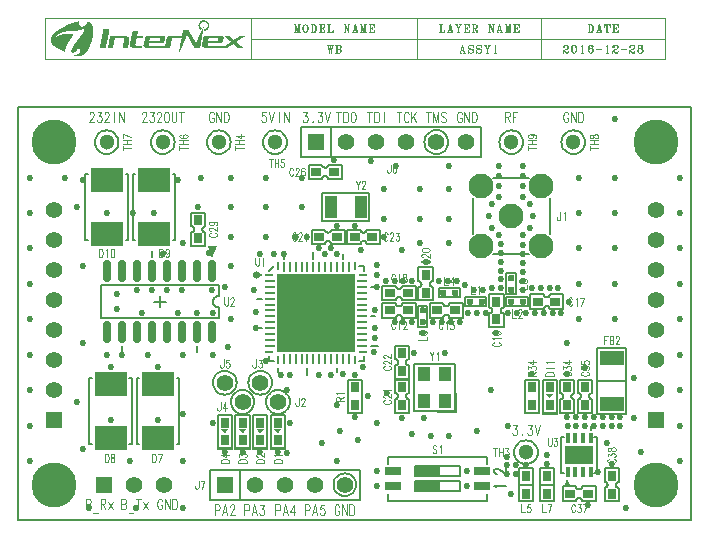
<source format=gbr>
%MOMM*%
%FSLAX33Y33*%
%ADD10C,0.203200*%
%ADD11C,0.120000*%
%ADD12C,0.152400*%
%ADD14C,0.199390*%
%ADD15C,0.070000*%
%ADD20C,1.400000*%
%ADD133C,0.530000*%
%ADD134C,3.800000*%
%ADD135R,1.400000X1.400000*%
%ADD136C,1.300000*%
%ADD137C,2.100000*%
%ADD139R,2.800000X2.000000*%
%ADD140C,0.635000*%
%ADD141R,0.800000X0.900000*%
%ADD142R,0.789000X0.254000*%
%ADD143R,0.900000X0.250000*%
%ADD144R,0.254000X0.789000*%
%ADD145R,0.250000X0.900000*%
%ADD146R,6.600000X6.600000*%
%ADD147R,0.900000X0.800000*%
%ADD148R,1.100000X1.900000*%
%ADD149R,1.397000X0.762000*%
%ADD150R,1.050000X1.300000*%
%ADD151R,0.325000X0.900000*%
%ADD152R,2.400000X1.650000*%
%ADD153R,2.000000X1.300000*%
G90*G71*G01*D02*G54D10*X000000Y000000D02*X057000Y000000D01*X057000Y035000D01*
X000000Y035000D01*X000000Y000000D01*X026710Y003000D02*X026728Y002815D01*
X026782Y002636D01*X026870Y002472D01*X026988Y002328D01*X027132Y002210D01*
X027296Y002122D01*X027475Y002068D01*X027660Y002050D01*X027845Y002068D01*
X028024Y002122D01*X028188Y002210D01*X028332Y002328D01*X028450Y002472D01*
X028538Y002636D01*X028592Y002815D01*X028610Y003000D01*X028592Y003185D01*
X028538Y003364D01*X028450Y003528D01*X028332Y003672D01*X028188Y003790D01*
X028024Y003878D01*X027845Y003932D01*X027660Y003950D01*X027475Y003932D01*
X027296Y003878D01*X027132Y003790D01*X026988Y003672D01*X026870Y003528D01*
X026782Y003364D01*X026728Y003185D01*X026710Y003000D01*X016230Y004270D02*
X016230Y001730D01*X028930Y001730D01*X028930Y004270D01*X016230Y004270D01*
X018770Y004270D02*X018770Y001730D01*X035659Y002489D02*X035659Y003305D01*
X033627Y002489D02*X037405Y002489D01*X037405Y003305D01*X033627Y003305D01*
X033627Y002489D01*X033627Y003759D02*X037405Y003759D01*X037405Y004575D01*
X033627Y004575D01*X033627Y003759D01*X035659Y003759D02*X035659Y004575D01*
X031300Y002240D02*X031300Y001640D01*X039700Y001640D01*X039700Y002240D01*
X039700Y004760D02*X039700Y005360D01*X031300Y005360D01*X031300Y004760D01*
X006230Y006450D02*X006030Y006450D01*X006030Y012050D01*X006230Y012050D01*
X009430Y006450D02*X009630Y006450D01*X009630Y012050D01*X009430Y012050D01*
X010230Y006450D02*X010030Y006450D01*X010030Y012050D01*X010230Y012050D01*
X013430Y006450D02*X013630Y006450D01*X013630Y012050D01*X013430Y012050D01*
X042000Y005750D02*X042019Y005555D01*X042076Y005367D01*X042169Y005194D01*
X042293Y005043D01*X042444Y004919D01*X042617Y004826D01*X042805Y004769D01*
X043000Y004750D01*X043195Y004769D01*X043383Y004826D01*X043556Y004919D01*
X043707Y005043D01*X043831Y005194D01*X043924Y005367D01*X043981Y005555D01*
X044000Y005750D01*X043981Y005945D01*X043924Y006133D01*X043831Y006306D01*
X043707Y006457D01*X043556Y006581D01*X043383Y006674D01*X043195Y006731D01*
X043000Y006750D01*X042805Y006731D01*X042617Y006674D01*X042444Y006581D01*
X042293Y006457D01*X042169Y006306D01*X042076Y006133D01*X042019Y005945D01*
X042000Y005750D01*X048800Y007000D02*X049000Y007000D01*X049000Y004000D01*
X048800Y004000D01*X046200Y007000D02*X046000Y007000D01*X046000Y004000D01*
X046200Y004000D01*X018000Y010000D02*X018019Y009805D01*X018076Y009617D01*
X018169Y009444D01*X018293Y009293D01*X018444Y009169D01*X018617Y009076D01*
X018805Y009019D01*X019000Y009000D01*X019195Y009019D01*X019383Y009076D01*
X019556Y009169D01*X019707Y009293D01*X019831Y009444D01*X019924Y009617D01*
X019981Y009805D01*X020000Y010000D01*X019981Y010195D01*X019924Y010383D01*
X019831Y010556D01*X019707Y010707D01*X019556Y010831D01*X019383Y010924D01*
X019195Y010981D01*X019000Y011000D01*X018805Y010981D01*X018617Y010924D01*
X018444Y010831D01*X018293Y010707D01*X018169Y010556D01*X018076Y010383D01*
X018019Y010195D01*X018000Y010000D01*X016500Y011625D02*X016519Y011430D01*
X016576Y011242D01*X016669Y011069D01*X016793Y010918D01*X016944Y010794D01*
X017117Y010701D01*X017305Y010644D01*X017500Y010625D01*X017695Y010644D01*
X017883Y010701D01*X018056Y010794D01*X018207Y010918D01*X018331Y011069D01*
X018424Y011242D01*X018481Y011430D01*X018500Y011625D01*X018481Y011820D01*
X018424Y012008D01*X018331Y012181D01*X018207Y012332D01*X018056Y012456D01*
X017883Y012549D01*X017695Y012606D01*X017500Y012625D01*X017305Y012606D01*
X017117Y012549D01*X016944Y012456D01*X016793Y012332D01*X016669Y012181D01*
X016576Y012008D01*X016519Y011820D01*X016500Y011625D01*X021000Y010000D02*
X021019Y009805D01*X021076Y009617D01*X021169Y009444D01*X021293Y009293D01*
X021444Y009169D01*X021617Y009076D01*X021805Y009019D01*X022000Y009000D01*
X022195Y009019D01*X022383Y009076D01*X022556Y009169D01*X022707Y009293D01*
X022831Y009444D01*X022924Y009617D01*X022981Y009805D01*X023000Y010000D01*
X022981Y010195D01*X022924Y010383D01*X022831Y010556D01*X022707Y010707D01*
X022556Y010831D01*X022383Y010924D01*X022195Y010981D01*X022000Y011000D01*
X021805Y010981D01*X021617Y010924D01*X021444Y010831D01*X021293Y010707D01*
X021169Y010556D01*X021076Y010383D01*X021019Y010195D01*X021000Y010000D01*
X019500Y011625D02*X019519Y011430D01*X019576Y011242D01*X019669Y011069D01*
X019793Y010918D01*X019944Y010794D01*X020117Y010701D01*X020305Y010644D01*
X020500Y010625D01*X020695Y010644D01*X020883Y010701D01*X021056Y010794D01*
X021207Y010918D01*X021331Y011069D01*X021424Y011242D01*X021481Y011430D01*
X021500Y011625D01*X021481Y011820D01*X021424Y012008D01*X021331Y012181D01*
X021207Y012332D01*X021056Y012456D01*X020883Y012549D01*X020695Y012606D01*
X020500Y012625D01*X020305Y012606D01*X020117Y012549D01*X019944Y012456D01*
X019793Y012332D01*X019669Y012181D01*X019576Y012008D01*X019519Y011820D01*
X019500Y011625D01*X051450Y014550D02*X051450Y008950D01*X049050Y008950D01*
X049050Y014550D01*X051450Y014550D01*X051450Y011750D02*X049050Y011750D01*
X033550Y009250D02*X033550Y013250D01*X036950Y013250D01*X036950Y009250D01*
X033550Y009250D01*X035550Y009150D02*X037050Y009150D01*X037050Y010750D01*
X015175Y014700D02*X015175Y014200D01*X017000Y018000D02*X016951Y018002D01*
X016902Y018010D01*X016855Y018022D01*X016809Y018038D01*X016764Y018059D01*
X016722Y018084D01*X016683Y018113D01*X016646Y018146D01*X016613Y018183D01*
X016584Y018222D01*X016559Y018264D01*X016538Y018309D01*X016522Y018355D01*
X016510Y018402D01*X016502Y018451D01*X016500Y018500D01*X016502Y018549D01*
X016510Y018598D01*X016522Y018645D01*X016538Y018691D01*X016559Y018736D01*
X016584Y018778D01*X016613Y018817D01*X016646Y018854D01*X016683Y018887D01*
X016722Y018916D01*X016764Y018941D01*X016809Y018962D01*X016855Y018978D01*
X016902Y018990D01*X016951Y018998D01*X017000Y019000D01*X012500Y018500D02*
X011500Y018500D01*X012000Y019000D02*X012000Y018000D01*X017000Y019900D02*
X017000Y019000D01*X017000Y017100D02*X017000Y018000D01*X017000Y017100D02*
X007000Y017100D01*X007000Y019900D01*X017000Y019900D01*X011365Y022800D02*
X011365Y022300D01*X008825Y014700D02*X008825Y013900D01*X022500Y022700D02*
X022500Y022100D01*X022000Y012900D02*X022000Y012500D01*X021650Y021500D02*
X021250Y021100D01*X021650Y013500D02*X021250Y013500D01*X021250Y013900D01*
X029250Y013900D02*X029250Y013500D01*X028850Y013500D01*X028850Y021500D02*
X029250Y021500D01*X029250Y021100D01*X020650Y018750D02*X020250Y018750D01*
X027000Y012500D02*X027000Y012900D01*X024500Y012900D02*X024500Y012300D01*
X029850Y017250D02*X030250Y017250D01*X030450Y014750D02*X029850Y014750D01*
X025000Y022700D02*X025000Y022100D01*X027500Y022100D02*X027500Y022500D01*
X020650Y016250D02*X020050Y016250D01*X029850Y019750D02*X030450Y019750D01*
X005900Y023700D02*X005700Y023700D01*X005700Y029300D01*X005900Y029300D01*
X009100Y023700D02*X009300Y023700D01*X009300Y029300D01*X009100Y029300D01*
X009900Y023700D02*X009700Y023700D01*X009700Y029300D01*X009900Y029300D01*
X013100Y023700D02*X013300Y023700D01*X013300Y029300D01*X013100Y029300D01*
X040250Y022500D02*X043250Y022500D01*X040250Y029000D02*X043250Y029000D01*
X045000Y027250D02*X045000Y024250D01*X038500Y027250D02*X038500Y024250D01*
X029750Y025300D02*X029750Y027700D01*X025750Y027700D01*X025750Y025300D01*
X029750Y025300D01*X026520Y030730D02*X026520Y033270D01*X023980Y033270D02*
X023980Y030730D01*X039220Y030730D01*X039220Y033270D01*X023980Y033270D01*
X034394Y032000D02*X034414Y031802D01*X034471Y031611D01*X034565Y031436D01*
X034692Y031282D01*X034846Y031155D01*X035021Y031061D01*X035212Y031004D01*
X035410Y030984D01*X035608Y031004D01*X035799Y031061D01*X035974Y031155D01*
X036128Y031282D01*X036255Y031436D01*X036349Y031611D01*X036406Y031802D01*
X036426Y032000D01*X036406Y032198D01*X036349Y032389D01*X036255Y032564D01*
X036128Y032718D01*X035974Y032845D01*X035799Y032939D01*X035608Y032996D01*
X035410Y033016D01*X035212Y032996D01*X035021Y032939D01*X034846Y032845D01*
X034692Y032718D01*X034565Y032564D01*X034471Y032389D01*X034414Y032198D01*
X034394Y032000D01*X006500Y032000D02*X006519Y031805D01*X006576Y031617D01*
X006669Y031444D01*X006793Y031293D01*X006944Y031169D01*X007117Y031076D01*
X007305Y031019D01*X007500Y031000D01*X007695Y031019D01*X007883Y031076D01*
X008056Y031169D01*X008207Y031293D01*X008331Y031444D01*X008424Y031617D01*
X008481Y031805D01*X008500Y032000D01*X008481Y032195D01*X008424Y032383D01*
X008331Y032556D01*X008207Y032707D01*X008056Y032831D01*X007883Y032924D01*
X007695Y032981D01*X007500Y033000D01*X007305Y032981D01*X007117Y032924D01*
X006944Y032831D01*X006793Y032707D01*X006669Y032556D01*X006576Y032383D01*
X006519Y032195D01*X006500Y032000D01*X011250Y032000D02*X011269Y031805D01*
X011326Y031617D01*X011419Y031444D01*X011543Y031293D01*X011694Y031169D01*
X011867Y031076D01*X012055Y031019D01*X012250Y031000D01*X012445Y031019D01*
X012633Y031076D01*X012806Y031169D01*X012957Y031293D01*X013081Y031444D01*
X013174Y031617D01*X013231Y031805D01*X013250Y032000D01*X013231Y032195D01*
X013174Y032383D01*X013081Y032556D01*X012957Y032707D01*X012806Y032831D01*
X012633Y032924D01*X012445Y032981D01*X012250Y033000D01*X012055Y032981D01*
X011867Y032924D01*X011694Y032831D01*X011543Y032707D01*X011419Y032556D01*
X011326Y032383D01*X011269Y032195D01*X011250Y032000D01*X016000Y032000D02*
X016019Y031805D01*X016076Y031617D01*X016169Y031444D01*X016293Y031293D01*
X016444Y031169D01*X016617Y031076D01*X016805Y031019D01*X017000Y031000D01*
X017195Y031019D01*X017383Y031076D01*X017556Y031169D01*X017707Y031293D01*
X017831Y031444D01*X017924Y031617D01*X017981Y031805D01*X018000Y032000D01*
X017981Y032195D01*X017924Y032383D01*X017831Y032556D01*X017707Y032707D01*
X017556Y032831D01*X017383Y032924D01*X017195Y032981D01*X017000Y033000D01*
X016805Y032981D01*X016617Y032924D01*X016444Y032831D01*X016293Y032707D01*
X016169Y032556D01*X016076Y032383D01*X016019Y032195D01*X016000Y032000D01*
X020750Y032000D02*X020769Y031805D01*X020826Y031617D01*X020919Y031444D01*
X021043Y031293D01*X021194Y031169D01*X021367Y031076D01*X021555Y031019D01*
X021750Y031000D01*X021945Y031019D01*X022133Y031076D01*X022306Y031169D01*
X022457Y031293D01*X022581Y031444D01*X022674Y031617D01*X022731Y031805D01*
X022750Y032000D01*X022731Y032195D01*X022674Y032383D01*X022581Y032556D01*
X022457Y032707D01*X022306Y032831D01*X022133Y032924D01*X021945Y032981D01*
X021750Y033000D01*X021555Y032981D01*X021367Y032924D01*X021194Y032831D01*
X021043Y032707D01*X020919Y032556D01*X020826Y032383D01*X020769Y032195D01*
X020750Y032000D01*X040750Y032000D02*X040769Y031805D01*X040826Y031617D01*
X040919Y031444D01*X041043Y031293D01*X041194Y031169D01*X041367Y031076D01*
X041555Y031019D01*X041750Y031000D01*X041945Y031019D01*X042133Y031076D01*
X042306Y031169D01*X042457Y031293D01*X042581Y031444D01*X042674Y031617D01*
X042731Y031805D01*X042750Y032000D01*X042731Y032195D01*X042674Y032383D01*
X042581Y032556D01*X042457Y032707D01*X042306Y032831D01*X042133Y032924D01*
X041945Y032981D01*X041750Y033000D01*X041555Y032981D01*X041367Y032924D01*
X041194Y032831D01*X041043Y032707D01*X040919Y032556D01*X040826Y032383D01*
X040769Y032195D01*X040750Y032000D01*X046000Y032000D02*X046019Y031805D01*
X046076Y031617D01*X046169Y031444D01*X046293Y031293D01*X046444Y031169D01*
X046617Y031076D01*X046805Y031019D01*X047000Y031000D01*X047195Y031019D01*
X047383Y031076D01*X047556Y031169D01*X047707Y031293D01*X047831Y031444D01*
X047924Y031617D01*X047981Y031805D01*X048000Y032000D01*X047981Y032195D01*
X047924Y032383D01*X047831Y032556D01*X047707Y032707D01*X047556Y032831D01*
X047383Y032924D01*X047195Y032981D01*X047000Y033000D01*X046805Y032981D01*
X046617Y032924D01*X046444Y032831D01*X046293Y032707D01*X046169Y032556D01*
X046076Y032383D01*X046019Y032195D01*X046000Y032000D01*D02*G54D11*
X041230Y033675D02*X041230Y034575D01*X041492Y034575D01*X041578Y034520D01*
X041607Y034480D01*X041640Y034398D01*X041640Y034316D01*X041607Y034234D01*
X041578Y034180D01*X041492Y034139D01*X041230Y034139D01*X041431Y034139D02*
X041640Y033675D01*X042270Y034575D02*X041860Y034575D01*X041860Y033675D01*
X041860Y034139D02*X042110Y034139D01*X041908Y008061D02*X042227Y008061D01*
X042051Y007720D01*X042141Y007720D01*X042198Y007680D01*X042227Y007639D01*
X042260Y007516D01*X042260Y007420D01*X042227Y007298D01*X042170Y007216D01*
X042084Y007175D01*X041994Y007175D01*X041908Y007216D01*X041879Y007257D01*
X041850Y007339D01*X042681Y007257D02*X042665Y007216D01*X042681Y007175D01*
X042697Y007216D01*X042681Y007257D01*X043168Y008061D02*X043487Y008061D01*
X043311Y007720D01*X043401Y007720D01*X043458Y007680D01*X043487Y007639D01*
X043520Y007516D01*X043520Y007420D01*X043487Y007298D01*X043430Y007216D01*
X043344Y007175D01*X043254Y007175D01*X043168Y007216D01*X043139Y007257D01*
X043110Y007339D01*X043740Y008075D02*X043941Y007175D01*X044150Y008075D01*
X027200Y001107D02*X027171Y001189D01*X027114Y001270D01*X027061Y001325D01*
X026950Y001325D01*X026897Y001270D01*X026843Y001189D01*X026815Y001107D01*
X026790Y000984D01*X026790Y000766D01*X026815Y000643D01*X026843Y000548D01*
X026897Y000466D01*X026950Y000425D01*X027061Y000425D01*X027114Y000466D01*
X027171Y000548D01*X027200Y000643D01*X027200Y000766D01*X027061Y000766D01*
X027420Y000425D02*X027420Y001325D01*X027830Y000425D01*X027830Y001325D01*
X028050Y001325D02*X028255Y001325D01*X028341Y001270D01*X028398Y001189D01*
X028427Y001107D01*X028460Y000984D01*X028460Y000766D01*X028427Y000643D01*
X028398Y000548D01*X028341Y000466D01*X028255Y000425D01*X028050Y000425D01*
X028050Y001325D01*X024290Y000425D02*X024290Y001325D01*X024552Y001325D01*
X024638Y001270D01*X024667Y001230D01*X024700Y001148D01*X024700Y001025D01*
X024667Y000930D01*X024638Y000889D01*X024552Y000848D01*X024290Y000848D01*
X024994Y000725D02*X025252Y000725D01*X024920Y000425D02*X025121Y001325D01*
X025330Y000425D01*X025898Y001311D02*X025608Y001311D01*X025579Y000930D01*
X025608Y000970D01*X025694Y001011D01*X025780Y001011D01*X025870Y000970D01*
X025927Y000889D01*X025960Y000766D01*X025960Y000670D01*X025927Y000548D01*
X025870Y000466D01*X025780Y000425D01*X025694Y000425D01*X025608Y000466D01*
X025579Y000507D01*X025550Y000589D01*X021790Y000425D02*X021790Y001325D01*
X022052Y001325D01*X022138Y001270D01*X022167Y001230D01*X022200Y001148D01*
X022200Y001025D01*X022167Y000930D01*X022138Y000889D01*X022052Y000848D01*
X021790Y000848D01*X022494Y000725D02*X022752Y000725D01*X022420Y000425D02*
X022621Y001325D01*X022830Y000425D01*X023321Y001311D02*X023321Y000425D01*
X023321Y001311D02*X023050Y000725D01*X023460Y000725D01*X019165Y000425D02*
X019165Y001325D01*X019427Y001325D01*X019513Y001270D01*X019542Y001230D01*
X019575Y001148D01*X019575Y001025D01*X019542Y000930D01*X019513Y000889D01*
X019427Y000848D01*X019165Y000848D01*X019869Y000725D02*X020127Y000725D01*
X019795Y000425D02*X019996Y001325D01*X020205Y000425D01*X020483Y001311D02*
X020802Y001311D01*X020626Y000970D01*X020716Y000970D01*X020773Y000930D01*
X020802Y000889D01*X020835Y000766D01*X020835Y000670D01*X020802Y000548D01*
X020745Y000466D01*X020659Y000425D01*X020569Y000425D01*X020483Y000466D01*
X020454Y000507D01*X020425Y000589D01*X016575Y034357D02*X016546Y034439D01*
X016489Y034520D01*X016436Y034575D01*X016325Y034575D01*X016272Y034520D01*
X016218Y034439D01*X016190Y034357D01*X016165Y034234D01*X016165Y034016D01*
X016190Y033893D01*X016218Y033798D01*X016272Y033716D01*X016325Y033675D01*
X016436Y033675D01*X016489Y033716D01*X016546Y033798D01*X016575Y033893D01*
X016575Y034016D01*X016436Y034016D01*X016795Y033675D02*X016795Y034575D01*
X017205Y033675D01*X017205Y034575D01*X017425Y034575D02*X017630Y034575D01*
X017716Y034520D01*X017773Y034439D01*X017802Y034357D01*X017835Y034234D01*
X017835Y034016D01*X017802Y033893D01*X017773Y033798D01*X017716Y033716D01*
X017630Y033675D01*X017425Y033675D01*X017425Y034575D01*X020948Y034561D02*
X020658Y034561D01*X020629Y034180D01*X020658Y034220D01*X020744Y034261D01*
X020830Y034261D01*X020920Y034220D01*X020977Y034139D01*X021010Y034016D01*
X021010Y033920D01*X020977Y033798D01*X020920Y033716D01*X020830Y033675D01*
X020744Y033675D01*X020658Y033716D01*X020629Y033757D01*X020600Y033839D01*
X021230Y034575D02*X021431Y033675D01*X021640Y034575D01*X022065Y034575D02*
X022065Y033675D01*X022490Y033675D02*X022490Y034575D01*X022900Y033675D01*
X022900Y034575D01*X016665Y000425D02*X016665Y001325D01*X016927Y001325D01*
X017013Y001270D01*X017042Y001230D01*X017075Y001148D01*X017075Y001025D01*
X017042Y000930D01*X017013Y000889D01*X016927Y000848D01*X016665Y000848D01*
X017369Y000725D02*X017627Y000725D01*X017295Y000425D02*X017496Y001325D01*
X017705Y000425D01*X017954Y001107D02*X017954Y001148D01*X017983Y001230D01*
X018011Y001270D01*X018069Y001325D01*X018187Y001325D01*X018245Y001270D01*
X018273Y001230D01*X018302Y001148D01*X018302Y001066D01*X018273Y000984D01*
X018216Y000848D01*X017925Y000425D01*X018335Y000425D01*X032040Y034575D02*
X032450Y034575D01*X032245Y034575D02*X032245Y033675D01*X033080Y034357D02*
X033051Y034439D01*X032994Y034520D01*X032941Y034575D01*X032830Y034575D01*
X032777Y034520D01*X032723Y034439D01*X032695Y034357D01*X032670Y034234D01*
X032670Y034016D01*X032695Y033893D01*X032723Y033798D01*X032777Y033716D01*
X032830Y033675D01*X032941Y033675D01*X032994Y033716D01*X033051Y033798D01*
X033080Y033893D01*X033444Y034180D02*X033710Y033675D01*X033710Y034575D02*
X033300Y033975D01*X033300Y034575D02*X033300Y033675D01*X006064Y034357D02*
X006064Y034398D01*X006093Y034480D01*X006121Y034520D01*X006179Y034575D01*
X006297Y034575D01*X006355Y034520D01*X006383Y034480D01*X006412Y034398D01*
X006412Y034316D01*X006383Y034234D01*X006326Y034098D01*X006035Y033675D01*
X006445Y033675D01*X006723Y034561D02*X007042Y034561D01*X006866Y034220D01*
X006956Y034220D01*X007013Y034180D01*X007042Y034139D01*X007075Y034016D01*
X007075Y033920D01*X007042Y033798D01*X006985Y033716D01*X006899Y033675D01*
X006809Y033675D01*X006723Y033716D01*X006694Y033757D01*X006665Y033839D01*
X007324Y034357D02*X007324Y034398D01*X007353Y034480D01*X007381Y034520D01*
X007439Y034575D01*X007557Y034575D01*X007615Y034520D01*X007643Y034480D01*
X007672Y034398D01*X007672Y034316D01*X007643Y034234D01*X007586Y034098D01*
X007295Y033675D01*X007705Y033675D01*X008130Y034575D02*X008130Y033675D01*
X008555Y033675D02*X008555Y034575D01*X008965Y033675D01*X008965Y034575D01*
X010499Y034357D02*X010499Y034398D01*X010528Y034480D01*X010556Y034520D01*
X010614Y034575D01*X010732Y034575D01*X010790Y034520D01*X010818Y034480D01*
X010847Y034398D01*X010847Y034316D01*X010818Y034234D01*X010761Y034098D01*
X010470Y033675D01*X010880Y033675D01*X011158Y034561D02*X011477Y034561D01*
X011301Y034220D01*X011391Y034220D01*X011448Y034180D01*X011477Y034139D01*
X011510Y034016D01*X011510Y033920D01*X011477Y033798D01*X011420Y033716D01*
X011334Y033675D01*X011244Y033675D01*X011158Y033716D01*X011129Y033757D01*
X011100Y033839D01*X011759Y034357D02*X011759Y034398D01*X011788Y034480D01*
X011816Y034520D01*X011874Y034575D01*X011992Y034575D01*X012050Y034520D01*
X012078Y034480D01*X012107Y034398D01*X012107Y034316D01*X012078Y034234D01*
X012021Y034098D01*X011730Y033675D01*X012140Y033675D01*X012512Y034575D02*
X012463Y034520D01*X012409Y034439D01*X012385Y034357D01*X012360Y034234D01*
X012360Y034016D01*X012385Y033893D01*X012409Y033798D01*X012463Y033716D01*
X012512Y033675D01*X012614Y033675D01*X012663Y033716D01*X012717Y033798D01*
X012741Y033893D01*X012770Y034016D01*X012770Y034234D01*X012741Y034357D01*
X012717Y034439D01*X012663Y034520D01*X012614Y034575D01*X012512Y034575D01*
X012990Y034575D02*X012990Y033934D01*X013019Y033798D01*X013076Y033716D01*
X013166Y033675D01*X013224Y033675D01*X013310Y033716D01*X013367Y033798D01*
X013400Y033934D01*X013400Y034575D01*X013620Y034575D02*X014030Y034575D01*
X013825Y034575D02*X013825Y033675D01*X034540Y034575D02*X034950Y034575D01*
X034745Y034575D02*X034745Y033675D01*X035170Y033675D02*X035170Y034575D01*
X035375Y033675D01*X035580Y034575D01*X035580Y033675D01*X036210Y034439D02*
X036148Y034520D01*X036062Y034575D01*X035944Y034575D01*X035858Y034520D01*
X035800Y034439D01*X035800Y034357D01*X035829Y034275D01*X035858Y034234D01*
X035915Y034180D01*X036091Y034098D01*X036148Y034057D01*X036177Y034016D01*
X036210Y033934D01*X036210Y033798D01*X036148Y033716D01*X036062Y033675D01*
X035944Y033675D01*X035858Y033716D01*X035800Y033798D01*X037575Y034357D02*
X037546Y034439D01*X037489Y034520D01*X037436Y034575D01*X037325Y034575D01*
X037272Y034520D01*X037218Y034439D01*X037190Y034357D01*X037165Y034234D01*
X037165Y034016D01*X037190Y033893D01*X037218Y033798D01*X037272Y033716D01*
X037325Y033675D01*X037436Y033675D01*X037489Y033716D01*X037546Y033798D01*
X037575Y033893D01*X037575Y034016D01*X037436Y034016D01*X037795Y033675D02*
X037795Y034575D01*X038205Y033675D01*X038205Y034575D01*X038425Y034575D02*
X038630Y034575D01*X038716Y034520D01*X038773Y034439D01*X038802Y034357D01*
X038835Y034234D01*X038835Y034016D01*X038802Y033893D01*X038773Y033798D01*
X038716Y033716D01*X038630Y033675D01*X038425Y033675D01*X038425Y034575D01*
X046575Y034357D02*X046546Y034439D01*X046489Y034520D01*X046436Y034575D01*
X046325Y034575D01*X046272Y034520D01*X046218Y034439D01*X046190Y034357D01*
X046165Y034234D01*X046165Y034016D01*X046190Y033893D01*X046218Y033798D01*
X046272Y033716D01*X046325Y033675D01*X046436Y033675D01*X046489Y033716D01*
X046546Y033798D01*X046575Y033893D01*X046575Y034016D01*X046436Y034016D01*
X046795Y033675D02*X046795Y034575D01*X047205Y033675D01*X047205Y034575D01*
X047425Y034575D02*X047630Y034575D01*X047716Y034520D01*X047773Y034439D01*
X047802Y034357D01*X047835Y034234D01*X047835Y034016D01*X047802Y033893D01*
X047773Y033798D01*X047716Y033716D01*X047630Y033675D01*X047425Y033675D01*
X047425Y034575D01*X012200Y001607D02*X012171Y001689D01*X012114Y001770D01*
X012061Y001825D01*X011950Y001825D01*X011897Y001770D01*X011843Y001689D01*
X011815Y001607D01*X011790Y001484D01*X011790Y001266D01*X011815Y001143D01*
X011843Y001048D01*X011897Y000966D01*X011950Y000925D01*X012061Y000925D01*
X012114Y000966D01*X012171Y001048D01*X012200Y001143D01*X012200Y001266D01*
X012061Y001266D01*X012420Y000925D02*X012420Y001825D01*X012830Y000925D01*
X012830Y001825D01*X013050Y001825D02*X013255Y001825D01*X013341Y001770D01*
X013398Y001689D01*X013427Y001607D01*X013460Y001484D01*X013460Y001266D01*
X013427Y001143D01*X013398Y001048D01*X013341Y000966D01*X013255Y000925D01*
X013050Y000925D01*X013050Y001825D01*X029540Y034575D02*X029950Y034575D01*
X029745Y034575D02*X029745Y033675D01*X030170Y034575D02*X030375Y034575D01*
X030461Y034520D01*X030518Y034439D01*X030547Y034357D01*X030580Y034234D01*
X030580Y034016D01*X030547Y033893D01*X030518Y033798D01*X030461Y033716D01*
X030375Y033675D01*X030170Y033675D01*X030170Y034575D01*X031005Y034575D02*
X031005Y033675D01*X026915Y034575D02*X027325Y034575D01*X027120Y034575D02*
X027120Y033675D01*X027545Y034575D02*X027750Y034575D01*X027836Y034520D01*
X027893Y034439D01*X027922Y034357D01*X027955Y034234D01*X027955Y034016D01*
X027922Y033893D01*X027893Y033798D01*X027836Y033716D01*X027750Y033675D01*
X027545Y033675D01*X027545Y034575D01*X028327Y034575D02*X028278Y034520D01*
X028224Y034439D01*X028200Y034357D01*X028175Y034234D01*X028175Y034016D01*
X028200Y033893D01*X028224Y033798D01*X028278Y033716D01*X028327Y033675D01*
X028429Y033675D01*X028478Y033716D01*X028532Y033798D01*X028556Y033893D01*
X028585Y034016D01*X028585Y034234D01*X028556Y034357D01*X028532Y034439D01*
X028478Y034520D01*X028429Y034575D01*X028327Y034575D01*X008725Y001389D02*
X008987Y001389D01*X009073Y001348D01*X009102Y001307D01*X009135Y001225D01*
X009135Y001089D01*X009102Y001007D01*X009073Y000966D01*X008987Y000925D01*
X008725Y000925D01*X008725Y001825D01*X008987Y001825D01*X009073Y001770D01*
X009102Y001730D01*X009135Y001648D01*X009135Y001566D01*X009102Y001484D01*
X009073Y001430D01*X008987Y001389D01*X009355Y000625D02*X009765Y000625D01*
X009985Y001825D02*X010395Y001825D01*X010190Y001825D02*X010190Y000925D01*
X011025Y001511D02*X010615Y000925D01*X010615Y001511D02*X011025Y000925D01*
X005725Y001389D02*X005987Y001389D01*X006073Y001348D01*X006102Y001307D01*
X006135Y001225D01*X006135Y001089D01*X006102Y001007D01*X006073Y000966D01*
X005987Y000925D01*X005725Y000925D01*X005725Y001825D01*X005987Y001825D01*
X006073Y001770D01*X006102Y001730D01*X006135Y001648D01*X006135Y001566D01*
X006102Y001484D01*X006073Y001430D01*X005987Y001389D01*X006355Y000625D02*
X006765Y000625D01*X006985Y000925D02*X006985Y001825D01*X007247Y001825D01*
X007333Y001770D01*X007362Y001730D01*X007395Y001648D01*X007395Y001566D01*
X007362Y001484D01*X007333Y001430D01*X007247Y001389D01*X006985Y001389D01*
X007186Y001389D02*X007395Y000925D01*X008025Y001511D02*X007615Y000925D01*
X007615Y001511D02*X008025Y000925D01*X024158Y034561D02*X024477Y034561D01*
X024301Y034220D01*X024391Y034220D01*X024448Y034180D01*X024477Y034139D01*
X024510Y034016D01*X024510Y033920D01*X024477Y033798D01*X024420Y033716D01*
X024334Y033675D01*X024244Y033675D01*X024158Y033716D01*X024129Y033757D01*
X024100Y033839D01*X024931Y033757D02*X024915Y033716D01*X024931Y033675D01*
X024947Y033716D01*X024931Y033757D01*X025418Y034561D02*X025737Y034561D01*
X025561Y034220D01*X025651Y034220D01*X025708Y034180D01*X025737Y034139D01*
X025770Y034016D01*X025770Y033920D01*X025737Y033798D01*X025680Y033716D01*
X025594Y033675D01*X025504Y033675D01*X025418Y033716D01*X025389Y033757D01*
X025360Y033839D01*X025990Y034575D02*X026191Y033675D01*X026400Y034575D01*
X042596Y001350D02*X042596Y000650D01*X042914Y000650D01*X043356Y001339D02*
X043130Y001339D01*X043108Y001042D01*X043130Y001074D01*X043197Y001106D01*
X043264Y001106D01*X043334Y001074D01*X043379Y001011D01*X043404Y000915D01*
X043404Y000841D01*X043379Y000745D01*X043334Y000682D01*X043264Y000650D01*
X043197Y000650D01*X043130Y000682D01*X043108Y000714D01*X043086Y000777D01*
X044346Y001350D02*X044346Y000650D01*X044664Y000650D01*X044836Y001339D02*
X045154Y001339D01*X044925Y000650D01*X015286Y003350D02*X015286Y002820D01*
X015254Y002714D01*X015222Y002682D01*X015162Y002650D01*X015095Y002650D01*
X015034Y002682D01*X015003Y002714D01*X014971Y002820D01*X014971Y002883D01*
X015461Y003339D02*X015779Y003339D01*X015550Y002650D01*X035414Y006244D02*
X035366Y006308D01*X035300Y006350D01*X035207Y006350D01*X035140Y006308D01*
X035096Y006244D01*X035096Y006180D01*X035118Y006117D01*X035140Y006085D01*
X035185Y006042D01*X035322Y005979D01*X035366Y005947D01*X035389Y005915D01*
X035414Y005852D01*X035414Y005745D01*X035366Y005682D01*X035300Y005650D01*
X035207Y005650D01*X035140Y005682D01*X035096Y005745D01*X035710Y006212D02*
X035735Y006244D01*X035774Y006339D01*X035774Y005650D01*X047169Y001180D02*
X047147Y001244D01*X047102Y001308D01*X047061Y001350D01*X046975Y001350D01*
X046934Y001308D01*X046892Y001244D01*X046870Y001180D01*X046851Y001085D01*
X046851Y000915D01*X046870Y000820D01*X046892Y000745D01*X046934Y000682D01*
X046975Y000650D01*X047061Y000650D01*X047102Y000682D01*X047147Y000745D01*
X047169Y000820D01*X047385Y001339D02*X047634Y001339D01*X047497Y001074D01*
X047567Y001074D01*X047611Y001042D01*X047634Y001011D01*X047659Y000915D01*
X047659Y000841D01*X047634Y000745D01*X047589Y000682D01*X047522Y000650D01*
X047452Y000650D01*X047385Y000682D01*X047363Y000714D01*X047341Y000777D01*
X047831Y001339D02*X048149Y001339D01*X047920Y000650D01*X050070Y005169D02*
X050006Y005147D01*X049942Y005102D01*X049900Y005061D01*X049900Y004975D01*
X049942Y004934D01*X050006Y004892D01*X050070Y004870D01*X050165Y004851D01*
X050335Y004851D01*X050430Y004870D01*X050505Y004892D01*X050568Y004934D01*
X050600Y004975D01*X050600Y005061D01*X050568Y005102D01*X050505Y005147D01*
X050430Y005169D01*X049911Y005385D02*X049911Y005634D01*X050176Y005497D01*
X050176Y005567D01*X050208Y005611D01*X050239Y005634D01*X050335Y005659D01*
X050409Y005659D01*X050505Y005634D01*X050568Y005589D01*X050600Y005522D01*
X050600Y005452D01*X050568Y005385D01*X050536Y005363D01*X050473Y005341D01*
X049911Y005942D02*X049942Y005875D01*X050006Y005853D01*X050070Y005853D01*
X050144Y005875D01*X050176Y005920D01*X050208Y006012D01*X050239Y006079D01*
X050303Y006124D01*X050367Y006149D01*X050473Y006149D01*X050536Y006124D01*
X050568Y006101D01*X050600Y006035D01*X050600Y005942D01*X050568Y005875D01*
X050536Y005853D01*X050473Y005831D01*X050367Y005831D01*X050303Y005853D01*
X050239Y005898D01*X050208Y005965D01*X050176Y006057D01*X050144Y006101D01*
X050070Y006124D01*X050006Y006124D01*X049942Y006101D01*X049911Y006035D01*
X049911Y005942D01*X007346Y005600D02*X007505Y005600D01*X007572Y005558D01*
X007616Y005494D01*X007639Y005430D01*X007664Y005335D01*X007664Y005165D01*
X007639Y005070D01*X007616Y004995D01*X007572Y004932D01*X007505Y004900D01*
X007346Y004900D01*X007346Y005600D01*X007947Y005589D02*X007880Y005558D01*
X007858Y005494D01*X007858Y005430D01*X007880Y005356D01*X007925Y005324D01*
X008017Y005292D01*X008084Y005261D01*X008129Y005197D01*X008154Y005133D01*
X008154Y005027D01*X008129Y004964D01*X008106Y004932D01*X008040Y004900D01*
X007947Y004900D01*X007880Y004932D01*X007858Y004964D01*X007836Y005027D01*
X007836Y005133D01*X007858Y005197D01*X007903Y005261D01*X007970Y005292D01*
X008062Y005324D01*X008106Y005356D01*X008129Y005430D01*X008129Y005494D01*
X008106Y005558D01*X008040Y005589D01*X007947Y005589D01*X011346Y005600D02*
X011505Y005600D01*X011572Y005558D01*X011616Y005494D01*X011639Y005430D01*
X011664Y005335D01*X011664Y005165D01*X011639Y005070D01*X011616Y004995D01*
X011572Y004932D01*X011505Y004900D01*X011346Y004900D01*X011346Y005600D01*
X011836Y005589D02*X012154Y005589D01*X011925Y004900D01*X017150Y004846D02*
X017150Y005005D01*X017192Y005072D01*X017256Y005116D01*X017320Y005139D01*
X017415Y005164D01*X017585Y005164D01*X017680Y005139D01*X017755Y005116D01*
X017818Y005072D01*X017850Y005005D01*X017850Y004846D01*X017150Y004846D01*
X017161Y005546D02*X017850Y005546D01*X017161Y005546D02*X017617Y005336D01*
X017617Y005654D01*X021650Y004846D02*X021650Y005005D01*X021692Y005072D01*
X021756Y005116D01*X021820Y005139D01*X021915Y005164D01*X022085Y005164D01*
X022180Y005139D01*X022255Y005116D01*X022318Y005072D01*X022350Y005005D01*
X022350Y004846D01*X021650Y004846D01*X021788Y005460D02*X021756Y005485D01*
X021661Y005524D01*X022350Y005524D01*X020150Y004846D02*X020150Y005005D01*
X020192Y005072D01*X020256Y005116D01*X020320Y005139D01*X020415Y005164D01*
X020585Y005164D01*X020680Y005139D01*X020755Y005116D01*X020818Y005072D01*
X020850Y005005D01*X020850Y004846D01*X020150Y004846D01*X020320Y005358D02*
X020288Y005358D01*X020224Y005380D01*X020192Y005403D01*X020150Y005447D01*
X020150Y005540D01*X020192Y005584D01*X020224Y005606D01*X020288Y005629D01*
X020352Y005629D01*X020415Y005606D01*X020521Y005562D01*X020850Y005336D01*
X020850Y005654D01*X018650Y004846D02*X018650Y005005D01*X018692Y005072D01*
X018756Y005116D01*X018820Y005139D01*X018915Y005164D01*X019085Y005164D01*
X019180Y005139D01*X019255Y005116D01*X019318Y005072D01*X019350Y005005D01*
X019350Y004846D01*X018650Y004846D01*X018661Y005380D02*X018661Y005629D01*
X018926Y005492D01*X018926Y005562D01*X018958Y005606D01*X018989Y005629D01*
X019085Y005654D01*X019159Y005654D01*X019255Y005629D01*X019318Y005584D01*
X019350Y005517D01*X019350Y005447D01*X019318Y005380D01*X019286Y005358D01*
X019223Y005336D01*X040226Y006100D02*X040544Y006100D01*X040385Y006100D02*
X040385Y005400D01*X040716Y005761D02*X041034Y005761D01*X041034Y006100D02*
X041034Y005400D01*X040716Y006100D02*X040716Y005400D01*X041250Y006089D02*
X041499Y006089D01*X041362Y005824D01*X041432Y005824D01*X041476Y005792D01*
X041499Y005761D01*X041524Y005665D01*X041524Y005591D01*X041499Y005495D01*
X041454Y005432D01*X041387Y005400D01*X041317Y005400D01*X041250Y005432D01*
X041228Y005464D01*X041206Y005527D01*X044846Y006975D02*X044846Y006477D01*
X044868Y006370D01*X044913Y006307D01*X044983Y006275D01*X045027Y006275D01*
X045094Y006307D01*X045139Y006370D01*X045164Y006477D01*X045164Y006975D01*
X045380Y006964D02*X045629Y006964D01*X045492Y006699D01*X045562Y006699D01*
X045606Y006667D01*X045629Y006636D01*X045654Y006540D01*X045654Y006466D01*
X045629Y006370D01*X045584Y006307D01*X045517Y006275D01*X045447Y006275D01*
X045380Y006307D01*X045358Y006339D01*X045336Y006402D01*X017161Y009975D02*
X017161Y009445D01*X017129Y009339D01*X017097Y009307D01*X017037Y009275D01*
X016970Y009275D01*X016909Y009307D01*X016878Y009339D01*X016846Y009445D01*
X016846Y009508D01*X017546Y009964D02*X017546Y009275D01*X017546Y009964D02*
X017336Y009508D01*X017654Y009508D01*X017411Y013600D02*X017411Y013070D01*
X017379Y012964D01*X017347Y012932D01*X017287Y012900D01*X017220Y012900D01*
X017159Y012932D01*X017128Y012964D01*X017096Y013070D01*X017096Y013133D01*
X017856Y013589D02*X017630Y013589D01*X017608Y013292D01*X017630Y013324D01*
X017697Y013356D01*X017764Y013356D01*X017834Y013324D01*X017879Y013261D01*
X017904Y013165D01*X017904Y013091D01*X017879Y012995D01*X017834Y012932D01*
X017764Y012900D01*X017697Y012900D01*X017630Y012932D01*X017608Y012964D01*
X017586Y013027D01*X023786Y010350D02*X023786Y009820D01*X023754Y009714D01*
X023722Y009682D01*X023662Y009650D01*X023595Y009650D01*X023534Y009682D01*
X023503Y009714D01*X023471Y009820D01*X023471Y009883D01*X023983Y010180D02*
X023983Y010212D01*X024005Y010276D01*X024028Y010308D01*X024072Y010350D01*
X024165Y010350D01*X024209Y010308D01*X024231Y010276D01*X024254Y010212D01*
X024254Y010148D01*X024231Y010085D01*X024187Y009979D01*X023961Y009650D01*
X024279Y009650D01*X020161Y013600D02*X020161Y013070D01*X020129Y012964D01*
X020097Y012932D01*X020037Y012900D01*X019970Y012900D01*X019909Y012932D01*
X019878Y012964D01*X019846Y013070D01*X019846Y013133D01*X020380Y013589D02*
X020629Y013589D01*X020492Y013324D01*X020562Y013324D01*X020606Y013292D01*
X020629Y013261D01*X020654Y013165D01*X020654Y013091D01*X020629Y012995D01*
X020584Y012932D01*X020517Y012900D01*X020447Y012900D01*X020380Y012932D01*
X020358Y012964D01*X020336Y013027D01*X027600Y010096D02*X026900Y010096D01*
X026900Y010300D01*X026942Y010366D01*X026974Y010389D01*X027038Y010414D01*
X027102Y010414D01*X027165Y010389D01*X027208Y010366D01*X027239Y010300D01*
X027239Y010096D01*X027239Y010252D02*X027600Y010414D01*X027038Y010710D02*
X027006Y010735D01*X026911Y010774D01*X027600Y010774D01*X031070Y010169D02*
X031006Y010147D01*X030942Y010102D01*X030900Y010061D01*X030900Y009975D01*
X030942Y009934D01*X031006Y009892D01*X031070Y009870D01*X031165Y009851D01*
X031335Y009851D01*X031430Y009870D01*X031505Y009892D01*X031568Y009934D01*
X031600Y009975D01*X031600Y010061D01*X031568Y010102D01*X031505Y010147D01*
X031430Y010169D01*X031070Y010363D02*X031038Y010363D01*X030974Y010385D01*
X030942Y010408D01*X030900Y010452D01*X030900Y010545D01*X030942Y010589D01*
X030974Y010611D01*X031038Y010634D01*X031102Y010634D01*X031165Y010611D01*
X031271Y010567D01*X031600Y010341D01*X031600Y010659D01*X031038Y010955D02*
X031006Y010980D01*X030911Y011019D01*X031600Y011019D01*X046320Y012544D02*
X046256Y012522D01*X046192Y012477D01*X046150Y012436D01*X046150Y012350D01*
X046192Y012309D01*X046256Y012267D01*X046320Y012245D01*X046415Y012226D01*
X046585Y012226D01*X046680Y012245D01*X046755Y012267D01*X046818Y012309D01*
X046850Y012350D01*X046850Y012436D01*X046818Y012477D01*X046755Y012522D01*
X046680Y012544D01*X046161Y012760D02*X046161Y013009D01*X046426Y012872D01*
X046426Y012942D01*X046458Y012986D01*X046489Y013009D01*X046585Y013034D01*
X046659Y013034D01*X046755Y013009D01*X046818Y012964D01*X046850Y012897D01*
X046850Y012827D01*X046818Y012760D01*X046786Y012738D01*X046723Y012716D01*
X046161Y013416D02*X046850Y013416D01*X046161Y013416D02*X046617Y013206D01*
X046617Y013524D01*X047820Y012544D02*X047756Y012522D01*X047692Y012477D01*
X047650Y012436D01*X047650Y012350D01*X047692Y012309D01*X047756Y012267D01*
X047820Y012245D01*X047915Y012226D01*X048085Y012226D01*X048180Y012245D01*
X048255Y012267D01*X048318Y012309D01*X048350Y012350D01*X048350Y012436D01*
X048318Y012477D01*X048255Y012522D01*X048180Y012544D01*X047661Y012760D02*
X047661Y013009D01*X047926Y012872D01*X047926Y012942D01*X047958Y012986D01*
X047989Y013009D01*X048085Y013034D01*X048159Y013034D01*X048255Y013009D01*
X048318Y012964D01*X048350Y012897D01*X048350Y012827D01*X048318Y012760D01*
X048286Y012738D01*X048223Y012716D01*X047661Y013476D02*X047661Y013250D01*
X047958Y013228D01*X047926Y013250D01*X047894Y013317D01*X047894Y013384D01*
X047926Y013454D01*X047989Y013499D01*X048085Y013524D01*X048159Y013524D01*
X048255Y013499D01*X048318Y013454D01*X048350Y013384D01*X048350Y013317D01*
X048318Y013250D01*X048286Y013228D01*X048223Y013206D01*X044650Y012226D02*
X044650Y012385D01*X044692Y012452D01*X044756Y012496D01*X044820Y012519D01*
X044915Y012544D01*X045085Y012544D01*X045180Y012519D01*X045255Y012496D01*
X045318Y012452D01*X045350Y012385D01*X045350Y012226D01*X044650Y012226D01*
X044788Y012840D02*X044756Y012865D01*X044661Y012904D01*X045350Y012904D01*
X044788Y013330D02*X044756Y013355D01*X044661Y013394D01*X045350Y013394D01*
X043850Y012226D02*X043150Y012226D01*X043150Y012430D01*X043192Y012496D01*
X043224Y012519D01*X043288Y012544D01*X043352Y012544D01*X043415Y012519D01*
X043458Y012496D01*X043489Y012430D01*X043489Y012226D01*X043489Y012382D02*
X043850Y012544D01*X043161Y012760D02*X043161Y013009D01*X043426Y012872D01*
X043426Y012942D01*X043458Y012986D01*X043489Y013009D01*X043585Y013034D01*
X043659Y013034D01*X043755Y013009D01*X043818Y012964D01*X043850Y012897D01*
X043850Y012827D01*X043818Y012760D01*X043786Y012738D01*X043723Y012716D01*
X043161Y013416D02*X043850Y013416D01*X043161Y013416D02*X043617Y013206D01*
X043617Y013524D01*X049919Y015600D02*X049601Y015600D01*X049601Y014900D01*
X049601Y015261D02*X049795Y015261D01*X050091Y015261D02*X050295Y015261D01*
X050361Y015229D01*X050384Y015197D01*X050409Y015133D01*X050409Y015027D01*
X050384Y014964D01*X050361Y014932D01*X050295Y014900D01*X050091Y014900D01*
X050091Y015600D01*X050295Y015600D01*X050361Y015558D01*X050384Y015526D01*
X050409Y015462D01*X050409Y015398D01*X050384Y015335D01*X050361Y015292D01*
X050295Y015261D01*X050603Y015430D02*X050603Y015462D01*X050625Y015526D01*
X050648Y015558D01*X050692Y015600D01*X050785Y015600D01*X050829Y015558D01*
X050851Y015526D01*X050874Y015462D01*X050874Y015398D01*X050851Y015335D01*
X050807Y015229D01*X050581Y014900D01*X050899Y014900D01*X035164Y014225D02*
X035005Y013886D01*X034846Y014225D02*X035005Y013886D01*X035005Y013525D01*
X035460Y014087D02*X035485Y014119D01*X035524Y014214D01*X035524Y013525D01*
X031070Y013044D02*X031006Y013022D01*X030942Y012977D01*X030900Y012936D01*
X030900Y012850D01*X030942Y012809D01*X031006Y012767D01*X031070Y012745D01*
X031165Y012726D01*X031335Y012726D01*X031430Y012745D01*X031505Y012767D01*
X031568Y012809D01*X031600Y012850D01*X031600Y012936D01*X031568Y012977D01*
X031505Y013022D01*X031430Y013044D01*X031070Y013238D02*X031038Y013238D01*
X030974Y013260D01*X030942Y013283D01*X030900Y013327D01*X030900Y013420D01*
X030942Y013464D01*X030974Y013486D01*X031038Y013509D01*X031102Y013509D01*
X031165Y013486D01*X031271Y013442D01*X031600Y013216D01*X031600Y013534D01*
X031070Y013728D02*X031038Y013728D01*X030974Y013750D01*X030942Y013773D01*
X030900Y013817D01*X030900Y013910D01*X030942Y013954D01*X030974Y013976D01*
X031038Y013999D01*X031102Y013999D01*X031165Y013976D01*X031271Y013932D01*
X031600Y013706D01*X031600Y014024D01*X017471Y018850D02*X017471Y018352D01*
X017493Y018245D01*X017538Y018182D01*X017608Y018150D01*X017652Y018150D01*
X017719Y018182D01*X017764Y018245D01*X017789Y018352D01*X017789Y018850D01*
X017983Y018680D02*X017983Y018712D01*X018005Y018776D01*X018028Y018808D01*
X018072Y018850D01*X018165Y018850D01*X018209Y018808D01*X018231Y018776D01*
X018254Y018712D01*X018254Y018648D01*X018231Y018585D01*X018187Y018479D01*
X017961Y018150D01*X018279Y018150D01*X020096Y022225D02*X020096Y021727D01*
X020118Y021620D01*X020163Y021557D01*X020233Y021525D01*X020277Y021525D01*
X020344Y021557D01*X020389Y021620D01*X020414Y021727D01*X020414Y022225D01*
X020710Y022087D02*X020735Y022119D01*X020774Y022214D01*X020774Y021525D01*
X033900Y015221D02*X034600Y015221D01*X034600Y015539D01*X033911Y015755D02*
X033911Y016004D01*X034176Y015867D01*X034176Y015937D01*X034208Y015981D01*
X034239Y016004D01*X034335Y016029D01*X034409Y016029D01*X034505Y016004D01*
X034568Y015959D01*X034600Y015892D01*X034600Y015822D01*X034568Y015755D01*
X034536Y015733D01*X034473Y015711D01*X031919Y016680D02*X031897Y016744D01*
X031852Y016808D01*X031811Y016850D01*X031725Y016850D01*X031684Y016808D01*
X031642Y016744D01*X031620Y016680D01*X031601Y016585D01*X031601Y016415D01*
X031620Y016320D01*X031642Y016245D01*X031684Y016182D01*X031725Y016150D01*
X031811Y016150D01*X031852Y016182D01*X031897Y016245D01*X031919Y016320D01*
X032215Y016712D02*X032240Y016744D01*X032279Y016839D01*X032279Y016150D01*
X032603Y016680D02*X032603Y016712D01*X032625Y016776D01*X032648Y016808D01*
X032692Y016850D01*X032785Y016850D01*X032829Y016808D01*X032851Y016776D01*
X032874Y016712D01*X032874Y016648D01*X032851Y016585D01*X032807Y016479D01*
X032581Y016150D01*X032899Y016150D01*X035919Y016680D02*X035897Y016744D01*
X035852Y016808D01*X035811Y016850D01*X035725Y016850D01*X035684Y016808D01*
X035642Y016744D01*X035620Y016680D01*X035601Y016585D01*X035601Y016415D01*
X035620Y016320D01*X035642Y016245D01*X035684Y016182D01*X035725Y016150D01*
X035811Y016150D01*X035852Y016182D01*X035897Y016245D01*X035919Y016320D01*
X036215Y016712D02*X036240Y016744D01*X036279Y016839D01*X036279Y016150D01*
X036625Y016839D02*X036874Y016839D01*X036737Y016574D01*X036807Y016574D01*
X036851Y016542D01*X036874Y016511D01*X036899Y016415D01*X036899Y016341D01*
X036874Y016245D01*X036829Y016182D01*X036762Y016150D01*X036692Y016150D01*
X036625Y016182D01*X036603Y016214D01*X036581Y016277D01*X042400Y019596D02*
X043100Y019596D01*X043100Y019914D01*X042411Y020197D02*X042442Y020130D01*
X042506Y020108D01*X042570Y020108D01*X042644Y020130D01*X042676Y020175D01*
X042708Y020267D01*X042739Y020334D01*X042803Y020379D01*X042867Y020404D01*
X042973Y020404D01*X043036Y020379D01*X043068Y020356D01*X043100Y020290D01*
X043100Y020197D01*X043068Y020130D01*X043036Y020108D01*X042973Y020086D01*
X042867Y020086D01*X042803Y020108D01*X042739Y020153D01*X042708Y020220D01*
X042676Y020312D01*X042644Y020356D01*X042570Y020379D01*X042506Y020379D01*
X042442Y020356D01*X042411Y020290D01*X042411Y020197D01*X040320Y015044D02*
X040256Y015022D01*X040192Y014977D01*X040150Y014936D01*X040150Y014850D01*
X040192Y014809D01*X040256Y014767D01*X040320Y014745D01*X040415Y014726D01*
X040585Y014726D01*X040680Y014745D01*X040755Y014767D01*X040818Y014809D01*
X040850Y014850D01*X040850Y014936D01*X040818Y014977D01*X040755Y015022D01*
X040680Y015044D01*X040288Y015340D02*X040256Y015365D01*X040161Y015404D01*
X040850Y015404D01*X040256Y015999D02*X040192Y015973D01*X040161Y015900D01*
X040161Y015852D01*X040192Y015779D01*X040288Y015728D01*X040458Y015706D01*
X040617Y015706D01*X040755Y015728D01*X040818Y015779D01*X040850Y015852D01*
X040850Y015875D01*X040818Y015948D01*X040755Y015999D01*X040659Y016024D01*
X040617Y016024D01*X040521Y015999D01*X040458Y015948D01*X040426Y015875D01*
X040426Y015852D01*X040458Y015779D01*X040521Y015728D01*X040617Y015706D01*
X046919Y018680D02*X046897Y018744D01*X046852Y018808D01*X046811Y018850D01*
X046725Y018850D01*X046684Y018808D01*X046642Y018744D01*X046620Y018680D01*
X046601Y018585D01*X046601Y018415D01*X046620Y018320D01*X046642Y018245D01*
X046684Y018182D01*X046725Y018150D01*X046811Y018150D01*X046852Y018182D01*
X046897Y018245D01*X046919Y018320D01*X047215Y018712D02*X047240Y018744D01*
X047279Y018839D01*X047279Y018150D01*X047581Y018839D02*X047899Y018839D01*
X047670Y018150D01*X041846Y017850D02*X041846Y017150D01*X042164Y017150D01*
X042358Y017680D02*X042358Y017712D01*X042380Y017776D01*X042403Y017808D01*
X042447Y017850D01*X042540Y017850D01*X042584Y017808D01*X042606Y017776D01*
X042629Y017712D01*X042629Y017648D01*X042606Y017585D01*X042562Y017479D01*
X042336Y017150D01*X042654Y017150D01*X031919Y020680D02*X031897Y020744D01*
X031852Y020808D01*X031811Y020850D01*X031725Y020850D01*X031684Y020808D01*
X031642Y020744D01*X031620Y020680D01*X031601Y020585D01*X031601Y020415D01*
X031620Y020320D01*X031642Y020245D01*X031684Y020182D01*X031725Y020150D01*
X031811Y020150D01*X031852Y020182D01*X031897Y020245D01*X031919Y020320D01*
X032215Y020712D02*X032240Y020744D01*X032279Y020839D01*X032279Y020150D01*
X032692Y020839D02*X032625Y020808D01*X032603Y020744D01*X032603Y020680D01*
X032625Y020606D01*X032670Y020574D01*X032762Y020542D01*X032829Y020511D01*
X032874Y020447D01*X032899Y020383D01*X032899Y020277D01*X032874Y020214D01*
X032851Y020182D01*X032785Y020150D01*X032692Y020150D01*X032625Y020182D01*
X032603Y020214D01*X032581Y020277D01*X032581Y020383D01*X032603Y020447D01*
X032648Y020511D01*X032715Y020542D01*X032807Y020574D01*X032851Y020606D01*
X032874Y020680D01*X032874Y020744D01*X032851Y020808D01*X032785Y020839D01*
X032692Y020839D01*X034320Y022044D02*X034256Y022022D01*X034192Y021977D01*
X034150Y021936D01*X034150Y021850D01*X034192Y021809D01*X034256Y021767D01*
X034320Y021745D01*X034415Y021726D01*X034585Y021726D01*X034680Y021745D01*
X034755Y021767D01*X034818Y021809D01*X034850Y021850D01*X034850Y021936D01*
X034818Y021977D01*X034755Y022022D01*X034680Y022044D01*X034320Y022238D02*
X034288Y022238D01*X034224Y022260D01*X034192Y022283D01*X034150Y022327D01*
X034150Y022420D01*X034192Y022464D01*X034224Y022486D01*X034288Y022509D01*
X034352Y022509D01*X034415Y022486D01*X034521Y022442D01*X034850Y022216D01*
X034850Y022534D01*X034161Y022843D02*X034192Y022773D01*X034288Y022728D01*
X034458Y022706D01*X034553Y022706D01*X034723Y022728D01*X034818Y022773D01*
X034850Y022843D01*X034850Y022887D01*X034818Y022954D01*X034723Y022999D01*
X034553Y023024D01*X034458Y023024D01*X034288Y022999D01*X034192Y022954D01*
X034161Y022887D01*X034161Y022843D01*X036096Y020600D02*X036096Y019900D01*
X036414Y019900D01*X036796Y020589D02*X036796Y019900D01*X036796Y020589D02*
X036586Y020133D01*X036904Y020133D01*X038346Y019850D02*X038346Y019150D01*
X038664Y019150D01*X038960Y019712D02*X038985Y019744D01*X039024Y019839D01*
X039024Y019150D01*X006851Y022975D02*X007010Y022975D01*X007077Y022933D01*
X007121Y022869D01*X007144Y022805D01*X007169Y022710D01*X007169Y022540D01*
X007144Y022445D01*X007121Y022370D01*X007077Y022307D01*X007010Y022275D01*
X006851Y022275D01*X006851Y022975D01*X007465Y022837D02*X007490Y022869D01*
X007529Y022964D01*X007529Y022275D01*X007968Y022964D02*X007898Y022933D01*
X007853Y022837D01*X007831Y022667D01*X007831Y022572D01*X007853Y022402D01*
X007898Y022307D01*X007968Y022275D01*X008012Y022275D01*X008079Y022307D01*
X008124Y022402D01*X008149Y022572D01*X008149Y022667D01*X008124Y022837D01*
X008079Y022933D01*X008012Y022964D01*X007968Y022964D01*X011971Y022975D02*
X012130Y022975D01*X012197Y022933D01*X012241Y022869D01*X012264Y022805D01*
X012289Y022710D01*X012289Y022540D01*X012264Y022445D01*X012241Y022370D01*
X012197Y022307D01*X012130Y022275D01*X011971Y022275D01*X011971Y022975D01*
X012779Y022742D02*X012754Y022636D01*X012706Y022572D01*X012630Y022540D01*
X012607Y022540D01*X012534Y022572D01*X012483Y022636D01*X012461Y022742D01*
X012461Y022773D01*X012483Y022869D01*X012534Y022933D01*X012607Y022964D01*
X012630Y022964D01*X012706Y022933D01*X012754Y022869D01*X012779Y022742D01*
X012779Y022572D01*X012754Y022402D01*X012706Y022307D01*X012630Y022275D01*
X012582Y022275D01*X012509Y022307D01*X012483Y022370D01*X016320Y024294D02*
X016256Y024272D01*X016192Y024227D01*X016150Y024186D01*X016150Y024100D01*
X016192Y024059D01*X016256Y024017D01*X016320Y023995D01*X016415Y023976D01*
X016585Y023976D01*X016680Y023995D01*X016755Y024017D01*X016818Y024059D01*
X016850Y024100D01*X016850Y024186D01*X016818Y024227D01*X016755Y024272D01*
X016680Y024294D01*X016320Y024488D02*X016288Y024488D01*X016224Y024510D01*
X016192Y024533D01*X016150Y024577D01*X016150Y024670D01*X016192Y024714D01*
X016224Y024736D01*X016288Y024759D01*X016352Y024759D01*X016415Y024736D01*
X016521Y024692D01*X016850Y024466D01*X016850Y024784D01*X016383Y025274D02*
X016489Y025249D01*X016553Y025201D01*X016585Y025125D01*X016585Y025102D01*
X016553Y025029D01*X016489Y024978D01*X016383Y024956D01*X016352Y024956D01*
X016256Y024978D01*X016192Y025029D01*X016161Y025102D01*X016161Y025125D01*
X016192Y025201D01*X016256Y025249D01*X016383Y025274D01*X016553Y025274D01*
X016723Y025249D01*X016818Y025201D01*X016850Y025125D01*X016850Y025077D01*
X016818Y025004D01*X016755Y024978D01*X023544Y024180D02*X023522Y024244D01*
X023477Y024308D01*X023436Y024350D01*X023350Y024350D01*X023309Y024308D01*
X023267Y024244D01*X023245Y024180D01*X023226Y024085D01*X023226Y023915D01*
X023245Y023820D01*X023267Y023745D01*X023309Y023682D01*X023350Y023650D01*
X023436Y023650D01*X023477Y023682D01*X023522Y023745D01*X023544Y023820D01*
X023738Y024180D02*X023738Y024212D01*X023760Y024276D01*X023783Y024308D01*
X023827Y024350D01*X023920Y024350D01*X023964Y024308D01*X023986Y024276D01*
X024009Y024212D01*X024009Y024148D01*X023986Y024085D01*X023942Y023979D01*
X023716Y023650D01*X024034Y023650D01*X024416Y024339D02*X024416Y023650D01*
X024416Y024339D02*X024206Y023883D01*X024524Y023883D01*X045911Y026100D02*
X045911Y025570D01*X045879Y025464D01*X045847Y025432D01*X045787Y025400D01*
X045720Y025400D01*X045659Y025432D01*X045628Y025464D01*X045596Y025570D01*
X045596Y025633D01*X046210Y025962D02*X046235Y025994D01*X046274Y026089D01*
X046274Y025400D01*X028914Y028725D02*X028755Y028386D01*X028596Y028725D02*
X028755Y028386D01*X028755Y028025D01*X029108Y028555D02*X029108Y028587D01*
X029130Y028651D01*X029153Y028683D01*X029197Y028725D01*X029290Y028725D01*
X029334Y028683D01*X029356Y028651D01*X029379Y028587D01*X029379Y028523D01*
X029356Y028460D01*X029312Y028354D01*X029086Y028025D01*X029404Y028025D01*
X031294Y024180D02*X031272Y024244D01*X031227Y024308D01*X031186Y024350D01*
X031100Y024350D01*X031059Y024308D01*X031017Y024244D01*X030995Y024180D01*
X030976Y024085D01*X030976Y023915D01*X030995Y023820D01*X031017Y023745D01*
X031059Y023682D01*X031100Y023650D01*X031186Y023650D01*X031227Y023682D01*
X031272Y023745D01*X031294Y023820D01*X031488Y024180D02*X031488Y024212D01*
X031510Y024276D01*X031533Y024308D01*X031577Y024350D01*X031670Y024350D01*
X031714Y024308D01*X031736Y024276D01*X031759Y024212D01*X031759Y024148D01*
X031736Y024085D01*X031692Y023979D01*X031466Y023650D01*X031784Y023650D01*
X032000Y024339D02*X032249Y024339D01*X032112Y024074D01*X032182Y024074D01*
X032226Y024042D01*X032249Y024011D01*X032274Y023915D01*X032274Y023841D01*
X032249Y023745D01*X032204Y023682D01*X032137Y023650D01*X032067Y023650D01*
X032000Y023682D01*X031978Y023714D01*X031956Y023777D01*X023294Y029680D02*
X023272Y029744D01*X023227Y029808D01*X023186Y029850D01*X023100Y029850D01*
X023059Y029808D01*X023017Y029744D01*X022995Y029680D01*X022976Y029585D01*
X022976Y029415D01*X022995Y029320D01*X023017Y029245D01*X023059Y029182D01*
X023100Y029150D01*X023186Y029150D01*X023227Y029182D01*X023272Y029245D01*
X023294Y029320D01*X023488Y029680D02*X023488Y029712D01*X023510Y029776D01*
X023533Y029808D01*X023577Y029850D01*X023670Y029850D01*X023714Y029808D01*
X023736Y029776D01*X023759Y029712D01*X023759Y029648D01*X023736Y029585D01*
X023692Y029479D01*X023466Y029150D01*X023784Y029150D01*X024249Y029744D02*
X024223Y029808D01*X024150Y029839D01*X024102Y029839D01*X024029Y029808D01*
X023978Y029712D01*X023956Y029542D01*X023956Y029383D01*X023978Y029245D01*
X024029Y029182D01*X024102Y029150D01*X024125Y029150D01*X024198Y029182D01*
X024249Y029245D01*X024274Y029341D01*X024274Y029383D01*X024249Y029479D01*
X024198Y029542D01*X024125Y029574D01*X024102Y029574D01*X024029Y029542D01*
X023978Y029479D01*X023956Y029383D01*X031536Y030100D02*X031536Y029570D01*
X031504Y029464D01*X031472Y029432D01*X031412Y029400D01*X031345Y029400D01*
X031284Y029432D01*X031253Y029464D01*X031221Y029570D01*X031221Y029633D01*
X032004Y029994D02*X031978Y030058D01*X031905Y030089D01*X031857Y030089D01*
X031784Y030058D01*X031733Y029962D01*X031711Y029792D01*X031711Y029633D01*
X031733Y029495D01*X031784Y029432D01*X031857Y029400D01*X031880Y029400D01*
X031953Y029432D01*X032004Y029495D01*X032029Y029591D01*X032029Y029633D01*
X032004Y029729D01*X031953Y029792D01*X031880Y029824D01*X031857Y029824D01*
X031784Y029792D01*X031733Y029729D01*X031711Y029633D01*X008900Y031351D02*
X008900Y031669D01*X008900Y031510D02*X009600Y031510D01*X009239Y031841D02*
X009239Y032159D01*X008900Y032159D02*X009600Y032159D01*X008900Y031841D02*
X009600Y031841D01*X008911Y032331D02*X008911Y032649D01*X009600Y032420D01*
X013650Y031351D02*X013650Y031669D01*X013650Y031510D02*X014350Y031510D01*
X013989Y031841D02*X013989Y032159D01*X013650Y032159D02*X014350Y032159D01*
X013650Y031841D02*X014350Y031841D01*X013756Y032624D02*X013692Y032598D01*
X013661Y032525D01*X013661Y032477D01*X013692Y032404D01*X013788Y032353D01*
X013958Y032331D01*X014117Y032331D01*X014255Y032353D01*X014318Y032404D01*
X014350Y032477D01*X014350Y032500D01*X014318Y032573D01*X014255Y032624D01*
X014159Y032649D01*X014117Y032649D01*X014021Y032624D01*X013958Y032573D01*
X013926Y032500D01*X013926Y032477D01*X013958Y032404D01*X014021Y032353D01*
X014117Y032331D01*X018400Y031351D02*X018400Y031669D01*X018400Y031510D02*
X019100Y031510D01*X018739Y031841D02*X018739Y032159D01*X018400Y032159D02*
X019100Y032159D01*X018400Y031841D02*X019100Y031841D01*X018411Y032541D02*
X019100Y032541D01*X018411Y032541D02*X018867Y032331D01*X018867Y032649D01*
X021226Y030600D02*X021544Y030600D01*X021385Y030600D02*X021385Y029900D01*
X021716Y030261D02*X022034Y030261D01*X022034Y030600D02*X022034Y029900D01*
X021716Y030600D02*X021716Y029900D01*X022476Y030589D02*X022250Y030589D01*
X022228Y030292D01*X022250Y030324D01*X022317Y030356D01*X022384Y030356D01*
X022454Y030324D01*X022499Y030261D01*X022524Y030165D01*X022524Y030091D01*
X022499Y029995D01*X022454Y029932D01*X022384Y029900D01*X022317Y029900D01*
X022250Y029932D01*X022228Y029964D01*X022206Y030027D01*X043150Y031351D02*
X043150Y031669D01*X043150Y031510D02*X043850Y031510D01*X043489Y031841D02*
X043489Y032159D01*X043150Y032159D02*X043850Y032159D01*X043150Y031841D02*
X043850Y031841D01*X043383Y032649D02*X043489Y032624D01*X043553Y032576D01*
X043585Y032500D01*X043585Y032477D01*X043553Y032404D01*X043489Y032353D01*
X043383Y032331D01*X043352Y032331D01*X043256Y032353D01*X043192Y032404D01*
X043161Y032477D01*X043161Y032500D01*X043192Y032576D01*X043256Y032624D01*
X043383Y032649D01*X043553Y032649D01*X043723Y032624D01*X043818Y032576D01*
X043850Y032500D01*X043850Y032452D01*X043818Y032379D01*X043755Y032353D01*
X048400Y031351D02*X048400Y031669D01*X048400Y031510D02*X049100Y031510D01*
X048739Y031841D02*X048739Y032159D01*X048400Y032159D02*X049100Y032159D01*
X048400Y031841D02*X049100Y031841D01*X048411Y032442D02*X048442Y032375D01*
X048506Y032353D01*X048570Y032353D01*X048644Y032375D01*X048676Y032420D01*
X048708Y032512D01*X048739Y032579D01*X048803Y032624D01*X048867Y032649D01*
X048973Y032649D01*X049036Y032624D01*X049068Y032601D01*X049100Y032535D01*
X049100Y032442D01*X049068Y032375D01*X049036Y032353D01*X048973Y032331D01*
X048867Y032331D01*X048803Y032353D01*X048739Y032398D01*X048708Y032465D01*
X048676Y032557D01*X048644Y032601D01*X048570Y032624D01*X048506Y032624D01*
X048442Y032601D01*X048411Y032535D01*X048411Y032442D01*D02*G54D12*
X042400Y004400D02*X043600Y004400D01*X043600Y004400D02*X043600Y001600D01*
X042400Y001600D01*X042400Y004400D01*X042400Y003000D02*X043600Y003000D01*
X044150Y004400D02*X045350Y004400D01*X045350Y004400D02*X045350Y001600D01*
X044150Y001600D01*X044150Y004400D01*X044150Y003000D02*X045350Y003000D01*
X040532Y003908D02*X040486Y003908D01*X040394Y003945D01*X040348Y003982D01*
X040286Y004056D01*X040286Y004209D01*X040348Y004283D01*X040394Y004320D01*
X040486Y004357D01*X040578Y004357D01*X040671Y004320D01*X040825Y004246D01*
X041302Y003871D01*X041302Y004399D01*X040486Y002807D02*X040440Y002849D01*
X040301Y002913D01*X041302Y002913D01*X047250Y001650D02*X047251Y001675D01*
X047254Y001699D01*X047260Y001724D01*X047268Y001747D01*X047278Y001770D01*
X047290Y001791D01*X047305Y001811D01*X047321Y001830D01*X047340Y001847D01*
X047360Y001862D01*X047381Y001875D01*X047403Y001886D01*X047427Y001894D01*
X047451Y001900D01*X047475Y001904D01*X047500Y001905D01*X047525Y001904D01*
X047549Y001900D01*X047573Y001894D01*X047597Y001886D01*X047619Y001875D01*
X047640Y001862D01*X047660Y001847D01*X047679Y001830D01*X047695Y001811D01*
X047710Y001791D01*X047722Y001770D01*X047732Y001747D01*X047740Y001724D01*
X047746Y001699D01*X047749Y001675D01*X047750Y001650D01*X048900Y002850D02*
X048900Y001650D01*X048900Y002850D02*X047750Y002850D01*X047250Y002850D02*
X046100Y002850D01*X046100Y002850D02*X046100Y001650D01*X048900Y001650D02*
X047750Y001650D01*X047250Y001650D02*X046100Y001650D01*X047750Y002850D02*
X047749Y002825D01*X047746Y002801D01*X047740Y002776D01*X047732Y002753D01*
X047722Y002730D01*X047710Y002709D01*X047695Y002689D01*X047679Y002670D01*
X047660Y002653D01*X047640Y002638D01*X047619Y002625D01*X047597Y002614D01*
X047573Y002606D01*X047549Y002600D01*X047525Y002596D01*X047500Y002595D01*
X047475Y002596D01*X047451Y002600D01*X047427Y002606D01*X047403Y002614D01*
X047381Y002625D01*X047360Y002638D01*X047340Y002653D01*X047321Y002670D01*
X047305Y002689D01*X047290Y002709D01*X047278Y002730D01*X047268Y002753D01*
X047260Y002776D01*X047254Y002801D01*X047251Y002825D01*X047250Y002850D01*
X050850Y002750D02*X050825Y002751D01*X050801Y002754D01*X050776Y002760D01*
X050753Y002768D01*X050730Y002778D01*X050709Y002790D01*X050689Y002805D01*
X050670Y002821D01*X050653Y002840D01*X050638Y002860D01*X050625Y002881D01*
X050614Y002903D01*X050606Y002927D01*X050600Y002951D01*X050596Y002975D01*
X050595Y003000D01*X050596Y003025D01*X050600Y003049D01*X050606Y003073D01*
X050614Y003097D01*X050625Y003119D01*X050638Y003140D01*X050653Y003160D01*
X050670Y003179D01*X050689Y003195D01*X050709Y003210D01*X050730Y003222D01*
X050753Y003232D01*X050776Y003240D01*X050801Y003246D01*X050825Y003249D01*
X050850Y003250D01*X049650Y004400D02*X050850Y004400D01*X049650Y004400D02*
X049650Y003250D01*X049650Y002750D02*X049650Y001600D01*X049650Y001600D02*
X050850Y001600D01*X050850Y004400D02*X050850Y003250D01*X050850Y002750D02*
X050850Y001600D01*X049650Y003250D02*X049675Y003249D01*X049699Y003246D01*
X049724Y003240D01*X049747Y003232D01*X049770Y003222D01*X049791Y003210D01*
X049811Y003195D01*X049830Y003179D01*X049847Y003160D01*X049862Y003140D01*
X049875Y003119D01*X049886Y003097D01*X049894Y003073D01*X049900Y003049D01*
X049904Y003025D01*X049905Y003000D01*X049904Y002975D01*X049900Y002951D01*
X049894Y002927D01*X049886Y002903D01*X049875Y002881D01*X049862Y002860D01*
X049847Y002840D01*X049830Y002821D01*X049811Y002805D01*X049791Y002790D01*
X049770Y002778D01*X049747Y002768D01*X049724Y002760D01*X049699Y002754D01*
X049675Y002751D01*X049650Y002750D01*X018100Y008900D02*X016900Y008900D01*
X016900Y006100D01*X018100Y006100D01*X018100Y008900D01*X018100Y006000D02*
X016900Y006000D01*X018100Y006100D02*X018100Y006000D01*X016900Y006100D02*
X016900Y006000D01*X022600Y008900D02*X021400Y008900D01*X021400Y006100D01*
X022600Y006100D01*X022600Y008900D01*X022600Y006000D02*X021400Y006000D01*
X022600Y006100D02*X022600Y006000D01*X021400Y006100D02*X021400Y006000D01*
X021100Y008900D02*X019900Y008900D01*X019900Y006100D01*X021100Y006100D01*
X021100Y008900D01*X021100Y006000D02*X019900Y006000D01*X021100Y006100D02*
X021100Y006000D01*X019900Y006100D02*X019900Y006000D01*X019600Y008900D02*
X018400Y008900D01*X018400Y006100D01*X019600Y006100D01*X019600Y008900D01*
X019600Y006000D02*X018400Y006000D01*X019600Y006100D02*X019600Y006000D01*
X018400Y006100D02*X018400Y006000D01*X029100Y011900D02*X029100Y009100D01*
X027900Y009100D01*X027900Y011900D01*X027900Y011900D02*X029100Y011900D01*
X033100Y010250D02*X033075Y010251D01*X033051Y010254D01*X033026Y010260D01*
X033003Y010268D01*X032980Y010278D01*X032959Y010290D01*X032939Y010305D01*
X032920Y010321D01*X032903Y010340D01*X032888Y010360D01*X032875Y010381D01*
X032864Y010403D01*X032856Y010427D01*X032850Y010451D01*X032846Y010475D01*
X032845Y010500D01*X032846Y010525D01*X032850Y010549D01*X032856Y010573D01*
X032864Y010597D01*X032875Y010619D01*X032888Y010640D01*X032903Y010660D01*
X032920Y010679D01*X032939Y010695D01*X032959Y010710D01*X032980Y010722D01*
X033003Y010732D01*X033026Y010740D01*X033051Y010746D01*X033075Y010749D01*
X033100Y010750D01*X031900Y011900D02*X033100Y011900D01*X031900Y011900D02*
X031900Y010750D01*X031900Y010250D02*X031900Y009100D01*X031900Y009100D02*
X033100Y009100D01*X033100Y011900D02*X033100Y010750D01*X033100Y010250D02*
X033100Y009100D01*X031900Y010750D02*X031925Y010749D01*X031949Y010746D01*
X031974Y010740D01*X031997Y010732D01*X032020Y010722D01*X032041Y010710D01*
X032061Y010695D01*X032080Y010679D01*X032097Y010660D01*X032112Y010640D01*
X032125Y010619D01*X032136Y010597D01*X032144Y010573D01*X032150Y010549D01*
X032154Y010525D01*X032155Y010500D01*X032154Y010475D01*X032150Y010451D01*
X032144Y010427D01*X032136Y010403D01*X032125Y010381D01*X032112Y010360D01*
X032097Y010340D01*X032080Y010321D01*X032061Y010305D01*X032041Y010290D01*
X032020Y010278D01*X031997Y010268D01*X031974Y010260D01*X031949Y010254D01*
X031925Y010251D01*X031900Y010250D01*X047100Y010250D02*X047075Y010251D01*
X047051Y010254D01*X047026Y010260D01*X047003Y010268D01*X046980Y010278D01*
X046959Y010290D01*X046939Y010305D01*X046920Y010321D01*X046903Y010340D01*
X046888Y010360D01*X046875Y010381D01*X046864Y010403D01*X046856Y010427D01*
X046850Y010451D01*X046846Y010475D01*X046845Y010500D01*X046846Y010525D01*
X046850Y010549D01*X046856Y010573D01*X046864Y010597D01*X046875Y010619D01*
X046888Y010640D01*X046903Y010660D01*X046920Y010679D01*X046939Y010695D01*
X046959Y010710D01*X046980Y010722D01*X047003Y010732D01*X047026Y010740D01*
X047051Y010746D01*X047075Y010749D01*X047100Y010750D01*X045900Y011900D02*
X047100Y011900D01*X045900Y011900D02*X045900Y010750D01*X045900Y010250D02*
X045900Y009100D01*X045900Y009100D02*X047100Y009100D01*X047100Y011900D02*
X047100Y010750D01*X047100Y010250D02*X047100Y009100D01*X045900Y010750D02*
X045925Y010749D01*X045949Y010746D01*X045974Y010740D01*X045997Y010732D01*
X046020Y010722D01*X046041Y010710D01*X046061Y010695D01*X046080Y010679D01*
X046097Y010660D01*X046112Y010640D01*X046125Y010619D01*X046136Y010597D01*
X046144Y010573D01*X046150Y010549D01*X046154Y010525D01*X046155Y010500D01*
X046154Y010475D01*X046150Y010451D01*X046144Y010427D01*X046136Y010403D01*
X046125Y010381D01*X046112Y010360D01*X046097Y010340D01*X046080Y010321D01*
X046061Y010305D01*X046041Y010290D01*X046020Y010278D01*X045997Y010268D01*
X045974Y010260D01*X045949Y010254D01*X045925Y010251D01*X045900Y010250D01*
X048600Y010250D02*X048575Y010251D01*X048551Y010254D01*X048526Y010260D01*
X048503Y010268D01*X048480Y010278D01*X048459Y010290D01*X048439Y010305D01*
X048420Y010321D01*X048403Y010340D01*X048388Y010360D01*X048375Y010381D01*
X048364Y010403D01*X048356Y010427D01*X048350Y010451D01*X048346Y010475D01*
X048345Y010500D01*X048346Y010525D01*X048350Y010549D01*X048356Y010573D01*
X048364Y010597D01*X048375Y010619D01*X048388Y010640D01*X048403Y010660D01*
X048420Y010679D01*X048439Y010695D01*X048459Y010710D01*X048480Y010722D01*
X048503Y010732D01*X048526Y010740D01*X048551Y010746D01*X048575Y010749D01*
X048600Y010750D01*X047400Y011900D02*X048600Y011900D01*X047400Y011900D02*
X047400Y010750D01*X047400Y010250D02*X047400Y009100D01*X047400Y009100D02*
X048600Y009100D01*X048600Y011900D02*X048600Y010750D01*X048600Y010250D02*
X048600Y009100D01*X047400Y010750D02*X047425Y010749D01*X047449Y010746D01*
X047474Y010740D01*X047497Y010732D01*X047520Y010722D01*X047541Y010710D01*
X047561Y010695D01*X047580Y010679D01*X047597Y010660D01*X047612Y010640D01*
X047625Y010619D01*X047636Y010597D01*X047644Y010573D01*X047650Y010549D01*
X047654Y010525D01*X047655Y010500D01*X047654Y010475D01*X047650Y010451D01*
X047644Y010427D01*X047636Y010403D01*X047625Y010381D01*X047612Y010360D01*
X047597Y010340D01*X047580Y010321D01*X047561Y010305D01*X047541Y010290D01*
X047520Y010278D01*X047497Y010268D01*X047474Y010260D01*X047449Y010254D01*
X047425Y010251D01*X047400Y010250D01*X045600Y011900D02*X044400Y011900D01*
X044400Y009100D01*X045600Y009100D01*X045600Y011900D01*X045600Y009000D02*
X044400Y009000D01*X045600Y009100D02*X045600Y009000D01*X044400Y009100D02*
X044400Y009000D01*X042900Y009100D02*X042900Y011900D01*X044100Y011900D01*
X044100Y009100D01*X044100Y009100D02*X042900Y009100D01*X031900Y013625D02*
X031925Y013624D01*X031949Y013621D01*X031974Y013615D01*X031997Y013607D01*
X032020Y013597D01*X032041Y013585D01*X032061Y013570D01*X032080Y013554D01*
X032097Y013535D01*X032112Y013515D01*X032125Y013494D01*X032136Y013472D01*
X032144Y013448D01*X032150Y013424D01*X032154Y013400D01*X032155Y013375D01*
X032154Y013350D01*X032150Y013326D01*X032144Y013302D01*X032136Y013278D01*
X032125Y013256D01*X032112Y013235D01*X032097Y013215D01*X032080Y013196D01*
X032061Y013180D01*X032041Y013165D01*X032020Y013153D01*X031997Y013143D01*
X031974Y013135D01*X031949Y013129D01*X031925Y013126D01*X031900Y013125D01*
X033100Y011975D02*X031900Y011975D01*X033100Y011975D02*X033100Y013125D01*
X033100Y013625D02*X033100Y014775D01*X033100Y014775D02*X031900Y014775D01*
X031900Y011975D02*X031900Y013125D01*X031900Y013625D02*X031900Y014775D01*
X033100Y013125D02*X033075Y013126D01*X033051Y013129D01*X033026Y013135D01*
X033003Y013143D01*X032980Y013153D01*X032959Y013165D01*X032939Y013180D01*
X032920Y013196D01*X032903Y013215D01*X032888Y013235D01*X032875Y013256D01*
X032864Y013278D01*X032856Y013302D01*X032850Y013326D01*X032846Y013350D01*
X032845Y013375D01*X032846Y013400D01*X032850Y013424D01*X032856Y013448D01*
X032864Y013472D01*X032875Y013494D01*X032888Y013515D01*X032903Y013535D01*
X032920Y013554D01*X032939Y013570D01*X032959Y013585D01*X032980Y013597D01*
X033003Y013607D01*X033026Y013615D01*X033051Y013621D01*X033075Y013624D01*
X033100Y013625D01*X034650Y018150D02*X034650Y016350D01*X033850Y016350D01*
X033850Y018150D02*X034650Y018150D01*X033850Y016350D02*X033850Y018150D01*
X032000Y017150D02*X032001Y017175D01*X032004Y017199D01*X032010Y017224D01*
X032018Y017247D01*X032028Y017270D01*X032040Y017291D01*X032055Y017311D01*
X032071Y017330D01*X032090Y017347D01*X032110Y017362D01*X032131Y017375D01*
X032153Y017386D01*X032177Y017394D01*X032201Y017400D01*X032225Y017404D01*
X032250Y017405D01*X032275Y017404D01*X032299Y017400D01*X032323Y017394D01*
X032347Y017386D01*X032369Y017375D01*X032390Y017362D01*X032410Y017347D01*
X032429Y017330D01*X032445Y017311D01*X032460Y017291D01*X032472Y017270D01*
X032482Y017247D01*X032490Y017224D01*X032496Y017199D01*X032499Y017175D01*
X032500Y017150D01*X033650Y018350D02*X033650Y017150D01*X033650Y018350D02*
X032500Y018350D01*X032000Y018350D02*X030850Y018350D01*X030850Y018350D02*
X030850Y017150D01*X033650Y017150D02*X032500Y017150D01*X032000Y017150D02*
X030850Y017150D01*X032500Y018350D02*X032499Y018325D01*X032496Y018301D01*
X032490Y018276D01*X032482Y018253D01*X032472Y018230D01*X032460Y018209D01*
X032445Y018189D01*X032429Y018170D01*X032410Y018153D01*X032390Y018138D01*
X032369Y018125D01*X032347Y018114D01*X032323Y018106D01*X032299Y018100D01*
X032275Y018096D01*X032250Y018095D01*X032225Y018096D01*X032201Y018100D01*
X032177Y018106D01*X032153Y018114D01*X032131Y018125D01*X032110Y018138D01*
X032090Y018153D01*X032071Y018170D01*X032055Y018189D01*X032040Y018209D01*
X032028Y018230D01*X032018Y018253D01*X032010Y018276D01*X032004Y018301D01*
X032001Y018325D01*X032000Y018350D01*X036000Y017150D02*X036001Y017175D01*
X036004Y017199D01*X036010Y017224D01*X036018Y017247D01*X036028Y017270D01*
X036040Y017291D01*X036055Y017311D01*X036071Y017330D01*X036090Y017347D01*
X036110Y017362D01*X036131Y017375D01*X036153Y017386D01*X036177Y017394D01*
X036201Y017400D01*X036225Y017404D01*X036250Y017405D01*X036275Y017404D01*
X036299Y017400D01*X036323Y017394D01*X036347Y017386D01*X036369Y017375D01*
X036390Y017362D01*X036410Y017347D01*X036429Y017330D01*X036445Y017311D01*
X036460Y017291D01*X036472Y017270D01*X036482Y017247D01*X036490Y017224D01*
X036496Y017199D01*X036499Y017175D01*X036500Y017150D01*X037650Y018350D02*
X037650Y017150D01*X037650Y018350D02*X036500Y018350D01*X036000Y018350D02*
X034850Y018350D01*X034850Y018350D02*X034850Y017150D01*X037650Y017150D02*
X036500Y017150D01*X036000Y017150D02*X034850Y017150D01*X036500Y018350D02*
X036499Y018325D01*X036496Y018301D01*X036490Y018276D01*X036482Y018253D01*
X036472Y018230D01*X036460Y018209D01*X036445Y018189D01*X036429Y018170D01*
X036410Y018153D01*X036390Y018138D01*X036369Y018125D01*X036347Y018114D01*
X036323Y018106D01*X036299Y018100D01*X036275Y018096D01*X036250Y018095D01*
X036225Y018096D01*X036201Y018100D01*X036177Y018106D01*X036153Y018114D01*
X036131Y018125D01*X036110Y018138D01*X036090Y018153D01*X036071Y018170D01*
X036055Y018189D01*X036040Y018209D01*X036028Y018230D01*X036018Y018253D01*
X036010Y018276D01*X036004Y018301D01*X036001Y018325D01*X036000Y018350D01*
X042150Y020900D02*X042150Y019100D01*X041350Y019100D01*X041350Y020900D02*
X042150Y020900D01*X041350Y019100D02*X041350Y020900D01*X041100Y017500D02*
X041075Y017501D01*X041051Y017504D01*X041026Y017510D01*X041003Y017518D01*
X040980Y017528D01*X040959Y017540D01*X040939Y017555D01*X040920Y017571D01*
X040903Y017590D01*X040888Y017610D01*X040875Y017631D01*X040864Y017653D01*
X040856Y017677D01*X040850Y017701D01*X040846Y017725D01*X040845Y017750D01*
X040846Y017775D01*X040850Y017799D01*X040856Y017823D01*X040864Y017847D01*
X040875Y017869D01*X040888Y017890D01*X040903Y017910D01*X040920Y017929D01*
X040939Y017945D01*X040959Y017960D01*X040980Y017972D01*X041003Y017982D01*
X041026Y017990D01*X041051Y017996D01*X041075Y017999D01*X041100Y018000D01*
X039900Y019150D02*X041100Y019150D01*X039900Y019150D02*X039900Y018000D01*
X039900Y017500D02*X039900Y016350D01*X039900Y016350D02*X041100Y016350D01*
X041100Y019150D02*X041100Y018000D01*X041100Y017500D02*X041100Y016350D01*
X039900Y018000D02*X039925Y017999D01*X039949Y017996D01*X039974Y017990D01*
X039997Y017982D01*X040020Y017972D01*X040041Y017960D01*X040061Y017945D01*
X040080Y017929D01*X040097Y017910D01*X040112Y017890D01*X040125Y017869D01*
X040136Y017847D01*X040144Y017823D01*X040150Y017799D01*X040154Y017775D01*
X040155Y017750D01*X040154Y017725D01*X040150Y017701D01*X040144Y017677D01*
X040136Y017653D01*X040125Y017631D01*X040112Y017610D01*X040097Y017590D01*
X040080Y017571D01*X040061Y017555D01*X040041Y017540D01*X040020Y017528D01*
X039997Y017518D01*X039974Y017510D01*X039949Y017504D01*X039925Y017501D01*
X039900Y017500D01*X045000Y019100D02*X044999Y019075D01*X044996Y019051D01*
X044990Y019026D01*X044982Y019003D01*X044972Y018980D01*X044960Y018959D01*
X044945Y018939D01*X044929Y018920D01*X044910Y018903D01*X044890Y018888D01*
X044869Y018875D01*X044847Y018864D01*X044823Y018856D01*X044799Y018850D01*
X044775Y018846D01*X044750Y018845D01*X044725Y018846D01*X044701Y018850D01*
X044677Y018856D01*X044653Y018864D01*X044631Y018875D01*X044610Y018888D01*
X044590Y018903D01*X044571Y018920D01*X044555Y018939D01*X044540Y018959D01*
X044528Y018980D01*X044518Y019003D01*X044510Y019026D01*X044504Y019051D01*
X044501Y019075D01*X044500Y019100D01*X043350Y017900D02*X043350Y019100D01*
X043350Y017900D02*X044500Y017900D01*X045000Y017900D02*X046150Y017900D01*
X046150Y017900D02*X046150Y019100D01*X043350Y019100D02*X044500Y019100D01*
X045000Y019100D02*X046150Y019100D01*X044500Y017900D02*X044501Y017925D01*
X044504Y017949D01*X044510Y017974D01*X044518Y017997D01*X044528Y018020D01*
X044540Y018041D01*X044555Y018061D01*X044571Y018080D01*X044590Y018097D01*
X044610Y018112D01*X044631Y018125D01*X044653Y018136D01*X044677Y018144D01*
X044701Y018150D01*X044725Y018154D01*X044750Y018155D01*X044775Y018154D01*
X044799Y018150D01*X044823Y018144D01*X044847Y018136D01*X044869Y018125D01*
X044890Y018112D01*X044910Y018097D01*X044929Y018080D01*X044945Y018061D01*
X044960Y018041D01*X044972Y018020D01*X044982Y017997D01*X044990Y017974D01*
X044996Y017949D01*X044999Y017925D01*X045000Y017900D01*X043150Y018100D02*
X041350Y018100D01*X041350Y018900D01*X043150Y018900D02*X043150Y018100D01*
X041350Y018900D02*X043150Y018900D01*X032000Y018650D02*X032001Y018675D01*
X032004Y018699D01*X032010Y018724D01*X032018Y018747D01*X032028Y018770D01*
X032040Y018791D01*X032055Y018811D01*X032071Y018830D01*X032090Y018847D01*
X032110Y018862D01*X032131Y018875D01*X032153Y018886D01*X032177Y018894D01*
X032201Y018900D01*X032225Y018904D01*X032250Y018905D01*X032275Y018904D01*
X032299Y018900D01*X032323Y018894D01*X032347Y018886D01*X032369Y018875D01*
X032390Y018862D01*X032410Y018847D01*X032429Y018830D01*X032445Y018811D01*
X032460Y018791D01*X032472Y018770D01*X032482Y018747D01*X032490Y018724D01*
X032496Y018699D01*X032499Y018675D01*X032500Y018650D01*X033650Y019850D02*
X033650Y018650D01*X033650Y019850D02*X032500Y019850D01*X032000Y019850D02*
X030850Y019850D01*X030850Y019850D02*X030850Y018650D01*X033650Y018650D02*
X032500Y018650D01*X032000Y018650D02*X030850Y018650D01*X032500Y019850D02*
X032499Y019825D01*X032496Y019801D01*X032490Y019776D01*X032482Y019753D01*
X032472Y019730D01*X032460Y019709D01*X032445Y019689D01*X032429Y019670D01*
X032410Y019653D01*X032390Y019638D01*X032369Y019625D01*X032347Y019614D01*
X032323Y019606D01*X032299Y019600D01*X032275Y019596D01*X032250Y019595D01*
X032225Y019596D01*X032201Y019600D01*X032177Y019606D01*X032153Y019614D01*
X032131Y019625D01*X032110Y019638D01*X032090Y019653D01*X032071Y019670D01*
X032055Y019689D01*X032040Y019709D01*X032028Y019730D01*X032018Y019753D01*
X032010Y019776D01*X032004Y019801D01*X032001Y019825D01*X032000Y019850D01*
X033900Y020250D02*X033925Y020249D01*X033949Y020246D01*X033974Y020240D01*
X033997Y020232D01*X034020Y020222D01*X034041Y020210D01*X034061Y020195D01*
X034080Y020179D01*X034097Y020160D01*X034112Y020140D01*X034125Y020119D01*
X034136Y020097D01*X034144Y020073D01*X034150Y020049D01*X034154Y020025D01*
X034155Y020000D01*X034154Y019975D01*X034150Y019951D01*X034144Y019927D01*
X034136Y019903D01*X034125Y019881D01*X034112Y019860D01*X034097Y019840D01*
X034080Y019821D01*X034061Y019805D01*X034041Y019790D01*X034020Y019778D01*
X033997Y019768D01*X033974Y019760D01*X033949Y019754D01*X033925Y019751D01*
X033900Y019750D01*X035100Y018600D02*X033900Y018600D01*X035100Y018600D02*
X035100Y019750D01*X035100Y020250D02*X035100Y021400D01*X035100Y021400D02*
X033900Y021400D01*X033900Y018600D02*X033900Y019750D01*X033900Y020250D02*
X033900Y021400D01*X035100Y019750D02*X035075Y019751D01*X035051Y019754D01*
X035026Y019760D01*X035003Y019768D01*X034980Y019778D01*X034959Y019790D01*
X034939Y019805D01*X034920Y019821D01*X034903Y019840D01*X034888Y019860D01*
X034875Y019881D01*X034864Y019903D01*X034856Y019927D01*X034850Y019951D01*
X034846Y019975D01*X034845Y020000D01*X034846Y020025D01*X034850Y020049D01*
X034856Y020073D01*X034864Y020097D01*X034875Y020119D01*X034888Y020140D01*
X034903Y020160D01*X034920Y020179D01*X034939Y020195D01*X034959Y020210D01*
X034980Y020222D01*X035003Y020232D01*X035026Y020240D01*X035051Y020246D01*
X035075Y020249D01*X035100Y020250D01*X037400Y018850D02*X035600Y018850D01*
X035600Y019650D01*X037400Y019650D02*X037400Y018850D01*X035600Y019650D02*
X037400Y019650D01*X039650Y018100D02*X037850Y018100D01*X037850Y018900D01*
X039650Y018900D02*X039650Y018100D01*X037850Y018900D02*X039650Y018900D01*
X014650Y024875D02*X014675Y024874D01*X014699Y024871D01*X014724Y024865D01*
X014747Y024857D01*X014770Y024847D01*X014791Y024835D01*X014811Y024820D01*
X014830Y024804D01*X014847Y024785D01*X014862Y024765D01*X014875Y024744D01*
X014886Y024722D01*X014894Y024698D01*X014900Y024674D01*X014904Y024650D01*
X014905Y024625D01*X014904Y024600D01*X014900Y024576D01*X014894Y024552D01*
X014886Y024528D01*X014875Y024506D01*X014862Y024485D01*X014847Y024465D01*
X014830Y024446D01*X014811Y024430D01*X014791Y024415D01*X014770Y024403D01*
X014747Y024393D01*X014724Y024385D01*X014699Y024379D01*X014675Y024376D01*
X014650Y024375D01*X015850Y023225D02*X014650Y023225D01*X015850Y023225D02*
X015850Y024375D01*X015850Y024875D02*X015850Y026025D01*X015850Y026025D02*
X014650Y026025D01*X014650Y023225D02*X014650Y024375D01*X014650Y024875D02*
X014650Y026025D01*X015850Y024375D02*X015825Y024376D01*X015801Y024379D01*
X015776Y024385D01*X015753Y024393D01*X015730Y024403D01*X015709Y024415D01*
X015689Y024430D01*X015670Y024446D01*X015653Y024465D01*X015638Y024485D01*
X015625Y024506D01*X015614Y024528D01*X015606Y024552D01*X015600Y024576D01*
X015596Y024600D01*X015595Y024625D01*X015596Y024650D01*X015600Y024674D01*
X015606Y024698D01*X015614Y024722D01*X015625Y024744D01*X015638Y024765D01*
X015653Y024785D01*X015670Y024804D01*X015689Y024820D01*X015709Y024835D01*
X015730Y024847D01*X015753Y024857D01*X015776Y024865D01*X015801Y024871D01*
X015825Y024874D01*X015850Y024875D01*X026500Y024600D02*X026499Y024575D01*
X026496Y024551D01*X026490Y024526D01*X026482Y024503D01*X026472Y024480D01*
X026460Y024459D01*X026445Y024439D01*X026429Y024420D01*X026410Y024403D01*
X026390Y024388D01*X026369Y024375D01*X026347Y024364D01*X026323Y024356D01*
X026299Y024350D01*X026275Y024346D01*X026250Y024345D01*X026225Y024346D01*
X026201Y024350D01*X026177Y024356D01*X026153Y024364D01*X026131Y024375D01*
X026110Y024388D01*X026090Y024403D01*X026071Y024420D01*X026055Y024439D01*
X026040Y024459D01*X026028Y024480D01*X026018Y024503D01*X026010Y024526D01*
X026004Y024551D01*X026001Y024575D01*X026000Y024600D01*X024850Y023400D02*
X024850Y024600D01*X024850Y023400D02*X026000Y023400D01*X026500Y023400D02*
X027650Y023400D01*X027650Y023400D02*X027650Y024600D01*X024850Y024600D02*
X026000Y024600D01*X026500Y024600D02*X027650Y024600D01*X026000Y023400D02*
X026001Y023425D01*X026004Y023449D01*X026010Y023474D01*X026018Y023497D01*
X026028Y023520D01*X026040Y023541D01*X026055Y023561D01*X026071Y023580D01*
X026090Y023597D01*X026110Y023612D01*X026131Y023625D01*X026153Y023636D01*
X026177Y023644D01*X026201Y023650D01*X026225Y023654D01*X026250Y023655D01*
X026275Y023654D01*X026299Y023650D01*X026323Y023644D01*X026347Y023636D01*
X026369Y023625D01*X026390Y023612D01*X026410Y023597D01*X026429Y023580D01*
X026445Y023561D01*X026460Y023541D01*X026472Y023520D01*X026482Y023497D01*
X026490Y023474D01*X026496Y023449D01*X026499Y023425D01*X026500Y023400D01*
X029000Y023400D02*X029001Y023425D01*X029004Y023449D01*X029010Y023474D01*
X029018Y023497D01*X029028Y023520D01*X029040Y023541D01*X029055Y023561D01*
X029071Y023580D01*X029090Y023597D01*X029110Y023612D01*X029131Y023625D01*
X029153Y023636D01*X029177Y023644D01*X029201Y023650D01*X029225Y023654D01*
X029250Y023655D01*X029275Y023654D01*X029299Y023650D01*X029323Y023644D01*
X029347Y023636D01*X029369Y023625D01*X029390Y023612D01*X029410Y023597D01*
X029429Y023580D01*X029445Y023561D01*X029460Y023541D01*X029472Y023520D01*
X029482Y023497D01*X029490Y023474D01*X029496Y023449D01*X029499Y023425D01*
X029500Y023400D01*X030650Y024600D02*X030650Y023400D01*X030650Y024600D02*
X029500Y024600D01*X029000Y024600D02*X027850Y024600D01*X027850Y024600D02*
X027850Y023400D01*X030650Y023400D02*X029500Y023400D01*X029000Y023400D02*
X027850Y023400D01*X029500Y024600D02*X029499Y024575D01*X029496Y024551D01*
X029490Y024526D01*X029482Y024503D01*X029472Y024480D01*X029460Y024459D01*
X029445Y024439D01*X029429Y024420D01*X029410Y024403D01*X029390Y024388D01*
X029369Y024375D01*X029347Y024364D01*X029323Y024356D01*X029299Y024350D01*
X029275Y024346D01*X029250Y024345D01*X029225Y024346D01*X029201Y024350D01*
X029177Y024356D01*X029153Y024364D01*X029131Y024375D01*X029110Y024388D01*
X029090Y024403D01*X029071Y024420D01*X029055Y024439D01*X029040Y024459D01*
X029028Y024480D01*X029018Y024503D01*X029010Y024526D01*X029004Y024551D01*
X029001Y024575D01*X029000Y024600D01*X026250Y030100D02*X026249Y030075D01*
X026246Y030051D01*X026240Y030026D01*X026232Y030003D01*X026222Y029980D01*
X026210Y029959D01*X026195Y029939D01*X026179Y029920D01*X026160Y029903D01*
X026140Y029888D01*X026119Y029875D01*X026097Y029864D01*X026073Y029856D01*
X026049Y029850D01*X026025Y029846D01*X026000Y029845D01*X025975Y029846D01*
X025951Y029850D01*X025927Y029856D01*X025903Y029864D01*X025881Y029875D01*
X025860Y029888D01*X025840Y029903D01*X025821Y029920D01*X025805Y029939D01*
X025790Y029959D01*X025778Y029980D01*X025768Y030003D01*X025760Y030026D01*
X025754Y030051D01*X025751Y030075D01*X025750Y030100D01*X024600Y028900D02*
X024600Y030100D01*X024600Y028900D02*X025750Y028900D01*X026250Y028900D02*
X027400Y028900D01*X027400Y028900D02*X027400Y030100D01*X024600Y030100D02*
X025750Y030100D01*X026250Y030100D02*X027400Y030100D01*X025750Y028900D02*
X025751Y028925D01*X025754Y028949D01*X025760Y028974D01*X025768Y028997D01*
X025778Y029020D01*X025790Y029041D01*X025805Y029061D01*X025821Y029080D01*
X025840Y029097D01*X025860Y029112D01*X025881Y029125D01*X025903Y029136D01*
X025927Y029144D01*X025951Y029150D01*X025975Y029154D01*X026000Y029155D01*
X026025Y029154D01*X026049Y029150D01*X026073Y029144D01*X026097Y029136D01*
X026119Y029125D01*X026140Y029112D01*X026160Y029097D01*X026179Y029080D01*
X026195Y029061D01*X026210Y029041D01*X026222Y029020D01*X026232Y028997D01*
X026240Y028974D01*X026246Y028949D01*X026249Y028925D01*X026250Y028900D01*D02*
G54D14*X048475Y008000D02*X048475Y007600D01*D02*G54D15*X019750Y042500D02*
X002250Y042500D01*X002250Y039000D01*X019750Y039000D01*X019750Y040750D02*
X054750Y040750D01*X026232Y040214D02*X026314Y039578D01*X026254Y040214D02*
X026314Y039727D01*X026314Y039578D01*X026273Y040214D02*X026336Y039727D01*
X026400Y040214D02*X026336Y039727D01*X026314Y039578D01*X026400Y040214D02*
X026482Y039578D01*X026418Y040214D02*X026482Y039727D01*X026482Y039578D01*
X026441Y040214D02*X026500Y039727D01*X026564Y040193D02*X026500Y039727D01*
X026482Y039578D01*X026173Y040214D02*X026336Y040214D01*X026400Y040214D02*
X026441Y040214D01*X026500Y040214D02*X026628Y040214D01*X026191Y040214D02*
X026254Y040193D01*X026213Y040214D02*X026254Y040161D01*X026295Y040214D02*
X026273Y040161D01*X026314Y040214D02*X026273Y040193D01*X026523Y040214D02*
X026564Y040193D01*X026605Y040214D02*X026564Y040193D01*X026950Y040214D02*
X026950Y039578D01*X026977Y040193D02*X026977Y039610D01*X027004Y040214D02*
X027004Y039578D01*X026873Y040214D02*X027191Y040214D01*X027273Y040193D01*
X027296Y040161D01*X027327Y040098D01*X027327Y040034D01*X027296Y039981D01*
X027273Y039949D01*X027191Y039917D01*X027273Y040161D02*X027296Y040098D01*
X027296Y040034D01*X027273Y039981D01*X027191Y040214D02*X027246Y040193D01*
X027273Y040130D01*X027273Y040002D01*X027246Y039949D01*X027191Y039917D01*
X027004Y039917D02*X027191Y039917D01*X027273Y039886D01*X027296Y039854D01*
X027327Y039790D01*X027327Y039705D01*X027296Y039642D01*X027273Y039610D01*
X027191Y039578D01*X026873Y039578D01*X027273Y039854D02*X027296Y039790D01*
X027296Y039705D01*X027273Y039642D01*X027191Y039917D02*X027246Y039886D01*
X027273Y039822D01*X027273Y039673D01*X027246Y039610D01*X027191Y039578D01*
X026895Y040214D02*X026950Y040193D01*X026923Y040214D02*X026950Y040161D01*
X027032Y040214D02*X027004Y040161D01*X027059Y040214D02*X027004Y040193D01*
X026950Y039610D02*X026895Y039578D01*X026950Y039642D02*X026923Y039578D01*
X027004Y039642D02*X027032Y039578D01*X027004Y039610D02*X027059Y039578D01*
X023432Y041964D02*X023432Y041360D01*X023432Y041964D02*X023577Y041328D01*
X023454Y041964D02*X023577Y041423D01*X023473Y041964D02*X023596Y041423D01*
X023723Y041964D02*X023577Y041328D01*X023723Y041964D02*X023723Y041328D01*
X023741Y041943D02*X023741Y041360D01*X023764Y041964D02*X023764Y041328D01*
X023373Y041964D02*X023473Y041964D01*X023723Y041964D02*X023828Y041964D01*
X023373Y041328D02*X023495Y041328D01*X023659Y041328D02*X023828Y041328D01*
X023391Y041964D02*X023432Y041943D01*X023782Y041964D02*X023764Y041911D01*
X023805Y041964D02*X023764Y041943D01*X023432Y041360D02*X023391Y041328D01*
X023432Y041360D02*X023473Y041328D01*X023723Y041360D02*X023682Y041328D01*
X023723Y041392D02*X023700Y041328D01*X023764Y041392D02*X023782Y041328D01*
X023764Y041360D02*X023805Y041328D01*X024268Y041964D02*X024186Y041943D01*
X024127Y041880D01*X024100Y041816D01*X024073Y041699D01*X024073Y041604D01*
X024100Y041477D01*X024127Y041423D01*X024186Y041360D01*X024268Y041328D01*
X024327Y041328D01*X024414Y041360D01*X024468Y041423D01*X024496Y041477D01*
X024528Y041604D01*X024528Y041699D01*X024496Y041816D01*X024468Y041880D01*
X024414Y041943D01*X024327Y041964D01*X024268Y041964D01*X024154Y041880D02*
X024127Y041816D01*X024100Y041731D01*X024100Y041572D01*X024127Y041477D01*
X024154Y041423D01*X024441Y041423D02*X024468Y041477D01*X024496Y041572D01*
X024496Y041731D01*X024468Y041816D01*X024441Y041880D01*X024268Y041964D02*
X024214Y041943D01*X024154Y041848D01*X024127Y041731D01*X024127Y041572D01*
X024154Y041455D01*X024214Y041360D01*X024268Y041328D01*X024327Y041328D02*
X024382Y041360D01*X024441Y041455D01*X024468Y041572D01*X024468Y041731D01*
X024441Y041848D01*X024382Y041943D01*X024327Y041964D01*X024850Y041964D02*
X024850Y041328D01*X024877Y041943D02*X024877Y041360D01*X024904Y041964D02*
X024904Y041328D01*X024773Y041964D02*X025036Y041964D01*X025118Y041943D01*
X025173Y041880D01*X025200Y041816D01*X025228Y041731D01*X025228Y041572D01*
X025200Y041477D01*X025173Y041423D01*X025118Y041360D01*X025036Y041328D01*
X024773Y041328D01*X025146Y041880D02*X025173Y041816D01*X025200Y041731D01*
X025200Y041572D01*X025173Y041477D01*X025146Y041423D01*X025036Y041964D02*
X025091Y041943D01*X025146Y041848D01*X025173Y041731D01*X025173Y041572D01*
X025146Y041455D01*X025091Y041360D01*X025036Y041328D01*X024795Y041964D02*
X024850Y041943D01*X024823Y041964D02*X024850Y041911D01*X024932Y041964D02*
X024904Y041911D01*X024959Y041964D02*X024904Y041943D01*X024850Y041360D02*
X024795Y041328D01*X024850Y041392D02*X024823Y041328D01*X024904Y041392D02*
X024932Y041328D01*X024904Y041360D02*X024959Y041328D01*X025554Y041964D02*
X025554Y041328D01*X025582Y041943D02*X025582Y041360D01*X025614Y041964D02*
X025614Y041328D01*X025473Y041964D02*X025928Y041964D01*X025928Y041784D01*
X025614Y041667D02*X025782Y041667D01*X025782Y041784D02*X025782Y041540D01*
X025473Y041328D02*X025928Y041328D01*X025928Y041508D01*X025500Y041964D02*
X025554Y041943D01*X025527Y041964D02*X025554Y041911D01*X025641Y041964D02*
X025614Y041911D01*X025668Y041964D02*X025614Y041943D01*X025782Y041964D02*
X025928Y041943D01*X025841Y041964D02*X025928Y041911D01*X025868Y041964D02*
X025928Y041880D01*X025896Y041964D02*X025928Y041784D01*X025782Y041784D02*
X025755Y041667D01*X025782Y041540D01*X025782Y041731D02*X025727Y041667D01*
X025782Y041604D01*X025782Y041699D02*X025668Y041667D01*X025782Y041636D01*
X025554Y041360D02*X025500Y041328D01*X025554Y041392D02*X025527Y041328D01*
X025614Y041392D02*X025641Y041328D01*X025614Y041360D02*X025668Y041328D01*
X025782Y041328D02*X025928Y041360D01*X025841Y041328D02*X025928Y041392D01*
X025868Y041328D02*X025928Y041423D01*X025896Y041328D02*X025928Y041508D01*
X026264Y041964D02*X026264Y041328D01*X026291Y041943D02*X026291Y041360D01*
X026323Y041964D02*X026323Y041328D01*X026173Y041964D02*X026414Y041964D01*
X026173Y041328D02*X026628Y041328D01*X026628Y041508D01*X026200Y041964D02*
X026264Y041943D01*X026232Y041964D02*X026264Y041911D01*X026355Y041964D02*
X026323Y041911D01*X026382Y041964D02*X026323Y041943D01*X026264Y041360D02*
X026200Y041328D01*X026264Y041392D02*X026232Y041328D01*X026323Y041392D02*
X026355Y041328D01*X026323Y041360D02*X026382Y041328D01*X026473Y041328D02*
X026628Y041360D01*X026532Y041328D02*X026628Y041392D01*X026564Y041328D02*
X026628Y041423D01*X026596Y041328D02*X026628Y041508D01*X027636Y041964D02*
X027636Y041360D01*X027636Y041964D02*X027955Y041328D01*X027663Y041964D02*
X027932Y041423D01*X027682Y041964D02*X027955Y041423D01*X027955Y041943D02*
X027955Y041328D01*X027572Y041964D02*X027682Y041964D01*X027891Y041964D02*
X028027Y041964D01*X027572Y041328D02*X027704Y041328D01*X027591Y041964D02*
X027636Y041943D01*X027914Y041964D02*X027955Y041943D01*X028005Y041964D02*
X027955Y041943D01*X027636Y041360D02*X027591Y041328D01*X027636Y041360D02*
X027682Y041328D01*X028500Y041964D02*X028323Y041360D01*X028473Y041880D02*
X028623Y041328D01*X028500Y041880D02*X028650Y041328D01*X028500Y041964D02*
X028673Y041328D01*X028373Y041508D02*X028600Y041508D01*X028272Y041328D02*
X028423Y041328D01*X028550Y041328D02*X028727Y041328D01*X028323Y041360D02*
X028295Y041328D01*X028323Y041360D02*X028373Y041328D01*X028623Y041360D02*
X028573Y041328D01*X028623Y041392D02*X028600Y041328D01*X028650Y041392D02*
X028700Y041328D01*X029032Y041964D02*X029032Y041360D01*X029032Y041964D02*
X029177Y041328D01*X029054Y041964D02*X029177Y041423D01*X029073Y041964D02*
X029195Y041423D01*X029323Y041964D02*X029177Y041328D01*X029323Y041964D02*
X029323Y041328D01*X029341Y041943D02*X029341Y041360D01*X029364Y041964D02*
X029364Y041328D01*X028972Y041964D02*X029073Y041964D01*X029323Y041964D02*
X029427Y041964D01*X028972Y041328D02*X029095Y041328D01*X029259Y041328D02*
X029427Y041328D01*X028991Y041964D02*X029032Y041943D01*X029382Y041964D02*
X029364Y041911D01*X029405Y041964D02*X029364Y041943D01*X029032Y041360D02*
X028991Y041328D01*X029032Y041360D02*X029073Y041328D01*X029323Y041360D02*
X029282Y041328D01*X029323Y041392D02*X029300Y041328D01*X029364Y041392D02*
X029382Y041328D01*X029364Y041360D02*X029405Y041328D01*X029754Y041964D02*
X029754Y041328D01*X029782Y041943D02*X029782Y041360D01*X029814Y041964D02*
X029814Y041328D01*X029672Y041964D02*X030127Y041964D01*X030127Y041784D01*
X029814Y041667D02*X029982Y041667D01*X029982Y041784D02*X029982Y041540D01*
X029672Y041328D02*X030127Y041328D01*X030127Y041508D01*X029700Y041964D02*
X029754Y041943D01*X029727Y041964D02*X029754Y041911D01*X029841Y041964D02*
X029814Y041911D01*X029868Y041964D02*X029814Y041943D01*X029982Y041964D02*
X030127Y041943D01*X030041Y041964D02*X030127Y041911D01*X030068Y041964D02*
X030127Y041880D01*X030096Y041964D02*X030127Y041784D01*X029982Y041784D02*
X029955Y041667D01*X029982Y041540D01*X029982Y041731D02*X029927Y041667D01*
X029982Y041604D01*X029982Y041699D02*X029868Y041667D01*X029982Y041636D01*
X029754Y041360D02*X029700Y041328D01*X029754Y041392D02*X029727Y041328D01*
X029814Y041392D02*X029841Y041328D01*X029814Y041360D02*X029868Y041328D01*
X029982Y041328D02*X030127Y041360D01*X030041Y041328D02*X030127Y041392D01*
X030068Y041328D02*X030127Y041423D01*X030096Y041328D02*X030127Y041508D01*
X035714Y041964D02*X035714Y041328D01*X035741Y041943D02*X035741Y041360D01*
X035773Y041964D02*X035773Y041328D01*X035623Y041964D02*X035864Y041964D01*
X035623Y041328D02*X036078Y041328D01*X036078Y041508D01*X035650Y041964D02*
X035714Y041943D01*X035682Y041964D02*X035714Y041911D01*X035805Y041964D02*
X035773Y041911D01*X035832Y041964D02*X035773Y041943D01*X035714Y041360D02*
X035650Y041328D01*X035714Y041392D02*X035682Y041328D01*X035773Y041392D02*
X035805Y041328D01*X035773Y041360D02*X035832Y041328D01*X035923Y041328D02*
X036078Y041360D01*X035982Y041328D02*X036078Y041392D01*X036014Y041328D02*
X036078Y041423D01*X036046Y041328D02*X036078Y041508D01*X036550Y041964D02*
X036373Y041360D01*X036523Y041880D02*X036673Y041328D01*X036550Y041880D02*
X036700Y041328D01*X036550Y041964D02*X036723Y041328D01*X036423Y041508D02*
X036650Y041508D01*X036323Y041328D02*X036473Y041328D01*X036600Y041328D02*
X036778Y041328D01*X036373Y041360D02*X036345Y041328D01*X036373Y041360D02*
X036423Y041328D01*X036673Y041360D02*X036623Y041328D01*X036673Y041392D02*
X036650Y041328D01*X036700Y041392D02*X036750Y041328D01*X037068Y041964D02*
X037223Y041636D01*X037223Y041328D01*X037091Y041964D02*X037245Y041636D01*
X037245Y041360D01*X037109Y041964D02*X037273Y041636D01*X037273Y041328D01*
X037405Y041943D02*X037273Y041636D01*X037023Y041964D02*X037182Y041964D01*
X037336Y041964D02*X037478Y041964D01*X037159Y041328D02*X037336Y041328D01*
X037045Y041964D02*X037091Y041943D01*X037159Y041964D02*X037109Y041943D01*
X037364Y041964D02*X037405Y041943D01*X037450Y041964D02*X037405Y041943D01*
X037223Y041360D02*X037182Y041328D01*X037223Y041392D02*X037200Y041328D01*
X037273Y041392D02*X037291Y041328D01*X037273Y041360D02*X037314Y041328D01*
X037804Y041964D02*X037804Y041328D01*X037832Y041943D02*X037832Y041360D01*
X037864Y041964D02*X037864Y041328D01*X037723Y041964D02*X038178Y041964D01*
X038178Y041784D01*X037864Y041667D02*X038032Y041667D01*X038032Y041784D02*
X038032Y041540D01*X037723Y041328D02*X038178Y041328D01*X038178Y041508D01*
X037750Y041964D02*X037804Y041943D01*X037777Y041964D02*X037804Y041911D01*
X037891Y041964D02*X037864Y041911D01*X037918Y041964D02*X037864Y041943D01*
X038032Y041964D02*X038178Y041943D01*X038091Y041964D02*X038178Y041911D01*
X038118Y041964D02*X038178Y041880D01*X038146Y041964D02*X038178Y041784D01*
X038032Y041784D02*X038005Y041667D01*X038032Y041540D01*X038032Y041731D02*
X037977Y041667D01*X038032Y041604D01*X038032Y041699D02*X037918Y041667D01*
X038032Y041636D01*X037804Y041360D02*X037750Y041328D01*X037804Y041392D02*
X037777Y041328D01*X037864Y041392D02*X037891Y041328D01*X037864Y041360D02*
X037918Y041328D01*X038032Y041328D02*X038178Y041360D01*X038091Y041328D02*
X038178Y041392D01*X038118Y041328D02*X038178Y041423D01*X038146Y041328D02*
X038178Y041508D01*X038495Y041964D02*X038495Y041328D01*X038523Y041943D02*
X038523Y041360D01*X038545Y041964D02*X038545Y041328D01*X038423Y041964D02*
X038723Y041964D01*X038800Y041943D01*X038823Y041911D01*X038850Y041848D01*
X038850Y041784D01*X038823Y041731D01*X038800Y041699D01*X038723Y041667D01*
X038545Y041667D01*X038800Y041911D02*X038823Y041848D01*X038823Y041784D01*
X038800Y041731D01*X038723Y041964D02*X038773Y041943D01*X038800Y041880D01*
X038800Y041752D01*X038773Y041699D01*X038723Y041667D01*X038645Y041667D02*
X038700Y041636D01*X038723Y041572D01*X038773Y041392D01*X038800Y041328D01*
X038850Y041328D01*X038878Y041392D01*X038878Y041455D01*X038773Y041455D02*
X038800Y041392D01*X038823Y041360D01*X038850Y041360D01*X038700Y041636D02*
X038723Y041604D01*X038800Y041423D01*X038823Y041392D01*X038850Y041392D01*
X038878Y041423D01*X038423Y041328D02*X038623Y041328D01*X038445Y041964D02*
X038495Y041943D01*X038473Y041964D02*X038495Y041911D01*X038573Y041964D02*
X038545Y041911D01*X038595Y041964D02*X038545Y041943D01*X038495Y041360D02*
X038445Y041328D01*X038495Y041392D02*X038473Y041328D01*X038545Y041392D02*
X038573Y041328D01*X038545Y041360D02*X038595Y041328D01*X039886Y041964D02*
X039886Y041360D01*X039886Y041964D02*X040205Y041328D01*X039913Y041964D02*
X040182Y041423D01*X039932Y041964D02*X040205Y041423D01*X040205Y041943D02*
X040205Y041328D01*X039822Y041964D02*X039932Y041964D01*X040141Y041964D02*
X040277Y041964D01*X039822Y041328D02*X039954Y041328D01*X039841Y041964D02*
X039886Y041943D01*X040164Y041964D02*X040205Y041943D01*X040255Y041964D02*
X040205Y041943D01*X039886Y041360D02*X039841Y041328D01*X039886Y041360D02*
X039932Y041328D01*X040750Y041964D02*X040573Y041360D01*X040723Y041880D02*
X040873Y041328D01*X040750Y041880D02*X040900Y041328D01*X040750Y041964D02*
X040923Y041328D01*X040623Y041508D02*X040850Y041508D01*X040522Y041328D02*
X040673Y041328D01*X040800Y041328D02*X040977Y041328D01*X040573Y041360D02*
X040545Y041328D01*X040573Y041360D02*X040623Y041328D01*X040873Y041360D02*
X040823Y041328D01*X040873Y041392D02*X040850Y041328D01*X040900Y041392D02*
X040950Y041328D01*X041282Y041964D02*X041282Y041360D01*X041282Y041964D02*
X041427Y041328D01*X041304Y041964D02*X041427Y041423D01*X041323Y041964D02*
X041445Y041423D01*X041573Y041964D02*X041427Y041328D01*X041573Y041964D02*
X041573Y041328D01*X041591Y041943D02*X041591Y041360D01*X041614Y041964D02*
X041614Y041328D01*X041222Y041964D02*X041323Y041964D01*X041573Y041964D02*
X041677Y041964D01*X041222Y041328D02*X041345Y041328D01*X041509Y041328D02*
X041677Y041328D01*X041241Y041964D02*X041282Y041943D01*X041632Y041964D02*
X041614Y041911D01*X041655Y041964D02*X041614Y041943D01*X041282Y041360D02*
X041241Y041328D01*X041282Y041360D02*X041323Y041328D01*X041573Y041360D02*
X041532Y041328D01*X041573Y041392D02*X041550Y041328D01*X041614Y041392D02*
X041632Y041328D01*X041614Y041360D02*X041655Y041328D01*X042004Y041964D02*
X042004Y041328D01*X042032Y041943D02*X042032Y041360D01*X042064Y041964D02*
X042064Y041328D01*X041922Y041964D02*X042377Y041964D01*X042377Y041784D01*
X042064Y041667D02*X042232Y041667D01*X042232Y041784D02*X042232Y041540D01*
X041922Y041328D02*X042377Y041328D01*X042377Y041508D01*X041950Y041964D02*
X042004Y041943D01*X041977Y041964D02*X042004Y041911D01*X042091Y041964D02*
X042064Y041911D01*X042118Y041964D02*X042064Y041943D01*X042232Y041964D02*
X042377Y041943D01*X042291Y041964D02*X042377Y041911D01*X042318Y041964D02*
X042377Y041880D01*X042346Y041964D02*X042377Y041784D01*X042232Y041784D02*
X042205Y041667D01*X042232Y041540D01*X042232Y041731D02*X042177Y041667D01*
X042232Y041604D01*X042232Y041699D02*X042118Y041667D01*X042232Y041636D01*
X042004Y041360D02*X041950Y041328D01*X042004Y041392D02*X041977Y041328D01*
X042064Y041392D02*X042091Y041328D01*X042064Y041360D02*X042118Y041328D01*
X042232Y041328D02*X042377Y041360D01*X042291Y041328D02*X042377Y041392D01*
X042318Y041328D02*X042377Y041423D01*X042346Y041328D02*X042377Y041508D01*
X033750Y042500D02*X033750Y039000D01*X019750Y042500D02*X054750Y042500D01*
X054750Y039000D02*X019750Y039000D01*X019750Y042500D02*X019750Y039000D01*
X054750Y042500D02*X054750Y039000D01*X044250Y042500D02*X044250Y039000D01*
X048300Y041964D02*X048300Y041328D01*X048327Y041943D02*X048327Y041360D01*
X048354Y041964D02*X048354Y041328D01*X048223Y041964D02*X048486Y041964D01*
X048568Y041943D01*X048623Y041880D01*X048650Y041816D01*X048678Y041731D01*
X048678Y041572D01*X048650Y041477D01*X048623Y041423D01*X048568Y041360D01*
X048486Y041328D01*X048223Y041328D01*X048596Y041880D02*X048623Y041816D01*
X048650Y041731D01*X048650Y041572D01*X048623Y041477D01*X048596Y041423D01*
X048486Y041964D02*X048541Y041943D01*X048596Y041848D01*X048623Y041731D01*
X048623Y041572D01*X048596Y041455D01*X048541Y041360D01*X048486Y041328D01*
X048245Y041964D02*X048300Y041943D01*X048273Y041964D02*X048300Y041911D01*
X048382Y041964D02*X048354Y041911D01*X048409Y041964D02*X048354Y041943D01*
X048300Y041360D02*X048245Y041328D01*X048300Y041392D02*X048273Y041328D01*
X048354Y041392D02*X048382Y041328D01*X048354Y041360D02*X048409Y041328D01*
X049150Y041964D02*X048973Y041360D01*X049123Y041880D02*X049273Y041328D01*
X049150Y041880D02*X049300Y041328D01*X049150Y041964D02*X049323Y041328D01*
X049023Y041508D02*X049250Y041508D01*X048923Y041328D02*X049073Y041328D01*
X049200Y041328D02*X049378Y041328D01*X048973Y041360D02*X048945Y041328D01*
X048973Y041360D02*X049023Y041328D01*X049273Y041360D02*X049223Y041328D01*
X049273Y041392D02*X049250Y041328D01*X049300Y041392D02*X049350Y041328D01*
X049623Y041964D02*X049623Y041784D01*X049818Y041964D02*X049818Y041328D01*
X049850Y041943D02*X049850Y041360D01*X049877Y041964D02*X049877Y041328D01*
X050077Y041964D02*X050077Y041784D01*X049623Y041964D02*X050077Y041964D01*
X049736Y041328D02*X049959Y041328D01*X049650Y041964D02*X049623Y041784D01*
X049677Y041964D02*X049623Y041880D01*X049704Y041964D02*X049623Y041911D01*
X049764Y041964D02*X049623Y041943D01*X049932Y041964D02*X050077Y041943D01*
X049991Y041964D02*X050077Y041911D01*X050018Y041964D02*X050077Y041880D01*
X050046Y041964D02*X050077Y041784D01*X049818Y041360D02*X049764Y041328D01*
X049818Y041392D02*X049791Y041328D01*X049877Y041392D02*X049905Y041328D01*
X049877Y041360D02*X049932Y041328D01*X050404Y041964D02*X050404Y041328D01*
X050432Y041943D02*X050432Y041360D01*X050464Y041964D02*X050464Y041328D01*
X050322Y041964D02*X050777Y041964D01*X050777Y041784D01*X050464Y041667D02*
X050632Y041667D01*X050632Y041784D02*X050632Y041540D01*X050322Y041328D02*
X050777Y041328D01*X050777Y041508D01*X050350Y041964D02*X050404Y041943D01*
X050377Y041964D02*X050404Y041911D01*X050491Y041964D02*X050464Y041911D01*
X050518Y041964D02*X050464Y041943D01*X050632Y041964D02*X050777Y041943D01*
X050691Y041964D02*X050777Y041911D01*X050718Y041964D02*X050777Y041880D01*
X050746Y041964D02*X050777Y041784D01*X050632Y041784D02*X050605Y041667D01*
X050632Y041540D01*X050632Y041731D02*X050577Y041667D01*X050632Y041604D01*
X050632Y041699D02*X050518Y041667D01*X050632Y041636D01*X050404Y041360D02*
X050350Y041328D01*X050404Y041392D02*X050377Y041328D01*X050464Y041392D02*
X050491Y041328D01*X050464Y041360D02*X050518Y041328D01*X050632Y041328D02*
X050777Y041360D01*X050691Y041328D02*X050777Y041392D01*X050718Y041328D02*
X050777Y041423D01*X050746Y041328D02*X050777Y041508D01*X046154Y040098D02*
X046154Y040066D01*X046186Y040066D01*X046186Y040098D01*X046154Y040098D01*
X046154Y040130D02*X046186Y040130D01*X046218Y040098D01*X046218Y040066D01*
X046186Y040034D01*X046154Y040034D01*X046123Y040066D01*X046123Y040098D01*
X046154Y040161D01*X046186Y040193D01*X046282Y040214D01*X046414Y040214D01*
X046509Y040193D01*X046541Y040161D01*X046578Y040098D01*X046578Y040034D01*
X046541Y039981D01*X046446Y039917D01*X046282Y039854D01*X046218Y039822D01*
X046154Y039758D01*X046123Y039673D01*X046123Y039578D01*X046509Y040161D02*
X046541Y040098D01*X046541Y040034D01*X046509Y039981D01*X046414Y040214D02*
X046477Y040193D01*X046509Y040098D01*X046509Y040034D01*X046477Y039981D01*
X046414Y039917D01*X046282Y039854D01*X046123Y039642D02*X046154Y039673D01*
X046218Y039673D01*X046377Y039642D01*X046509Y039642D01*X046578Y039673D01*
X046218Y039673D02*X046377Y039610D01*X046509Y039610D01*X046541Y039642D01*
X046218Y039673D02*X046377Y039578D01*X046509Y039578D01*X046541Y039610D01*
X046578Y039673D01*X046578Y039727D01*X047014Y040214D02*X046918Y040193D01*
X046854Y040098D01*X046823Y039949D01*X046823Y039854D01*X046854Y039705D01*
X046918Y039610D01*X047014Y039578D01*X047082Y039578D01*X047177Y039610D01*
X047241Y039705D01*X047278Y039854D01*X047278Y039949D01*X047241Y040098D01*
X047177Y040193D01*X047082Y040214D01*X047014Y040214D01*X046918Y040161D02*
X046886Y040098D01*X046854Y039981D01*X046854Y039822D01*X046886Y039705D01*
X046918Y039642D01*X047177Y039642D02*X047209Y039705D01*X047241Y039822D01*
X047241Y039981D01*X047209Y040098D01*X047177Y040161D01*X047014Y040214D02*
X046950Y040193D01*X046918Y040130D01*X046886Y039981D01*X046886Y039822D01*
X046918Y039673D01*X046950Y039610D01*X047014Y039578D01*X047082Y039578D02*
X047146Y039610D01*X047177Y039673D01*X047209Y039822D01*X047209Y039981D01*
X047177Y040130D01*X047146Y040193D01*X047082Y040214D01*X047727Y040161D02*
X047727Y039578D01*X047745Y040161D02*X047745Y039610D01*X047759Y040214D02*
X047759Y039578D01*X047759Y040214D02*X047714Y040130D01*X047686Y040098D01*
X047673Y039578D02*X047818Y039578D01*X047727Y039610D02*X047700Y039578D01*
X047727Y039642D02*X047714Y039578D01*X047759Y039642D02*X047773Y039578D01*
X047759Y039610D02*X047786Y039578D01*X048577Y040130D02*X048577Y040098D01*
X048609Y040098D01*X048609Y040130D01*X048577Y040130D01*X048609Y040161D02*
X048577Y040161D01*X048546Y040130D01*X048546Y040098D01*X048577Y040066D01*
X048609Y040066D01*X048641Y040098D01*X048641Y040130D01*X048609Y040193D01*
X048546Y040214D01*X048450Y040214D01*X048350Y040193D01*X048286Y040130D01*
X048254Y040066D01*X048223Y039949D01*X048223Y039758D01*X048254Y039673D01*
X048318Y039610D01*X048414Y039578D01*X048482Y039578D01*X048577Y039610D01*
X048641Y039673D01*X048678Y039758D01*X048678Y039790D01*X048641Y039886D01*
X048577Y039949D01*X048482Y039981D01*X048414Y039981D01*X048350Y039949D01*
X048318Y039917D01*X048286Y039854D01*X048318Y040130D02*X048286Y040066D01*
X048254Y039949D01*X048254Y039758D01*X048286Y039673D01*X048318Y039642D01*
X048609Y039673D02*X048641Y039727D01*X048641Y039822D01*X048609Y039886D01*
X048450Y040214D02*X048382Y040193D01*X048350Y040161D01*X048318Y040098D01*
X048286Y039981D01*X048286Y039758D01*X048318Y039673D01*X048350Y039610D01*
X048414Y039578D01*X048482Y039578D02*X048546Y039610D01*X048577Y039642D01*
X048609Y039727D01*X048609Y039822D01*X048577Y039917D01*X048546Y039949D01*
X048482Y039981D01*X048923Y039886D02*X049378Y039886D01*X049378Y039854D01*
X048923Y039886D02*X048923Y039854D01*X049378Y039854D01*X049827Y040161D02*
X049827Y039578D01*X049845Y040161D02*X049845Y039610D01*X049859Y040214D02*
X049859Y039578D01*X049859Y040214D02*X049814Y040130D01*X049786Y040098D01*
X049773Y039578D02*X049918Y039578D01*X049827Y039610D02*X049800Y039578D01*
X049827Y039642D02*X049814Y039578D01*X049859Y039642D02*X049873Y039578D01*
X049859Y039610D02*X049886Y039578D01*X050354Y040098D02*X050354Y040066D01*
X050386Y040066D01*X050386Y040098D01*X050354Y040098D01*X050354Y040130D02*
X050386Y040130D01*X050418Y040098D01*X050418Y040066D01*X050386Y040034D01*
X050354Y040034D01*X050322Y040066D01*X050322Y040098D01*X050354Y040161D01*
X050386Y040193D01*X050482Y040214D01*X050614Y040214D01*X050709Y040193D01*
X050741Y040161D01*X050777Y040098D01*X050777Y040034D01*X050741Y039981D01*
X050646Y039917D01*X050482Y039854D01*X050418Y039822D01*X050354Y039758D01*
X050322Y039673D01*X050322Y039578D01*X050709Y040161D02*X050741Y040098D01*
X050741Y040034D01*X050709Y039981D01*X050614Y040214D02*X050677Y040193D01*
X050709Y040098D01*X050709Y040034D01*X050677Y039981D01*X050614Y039917D01*
X050482Y039854D01*X050322Y039642D02*X050354Y039673D01*X050418Y039673D01*
X050577Y039642D01*X050709Y039642D01*X050777Y039673D01*X050418Y039673D02*
X050577Y039610D01*X050709Y039610D01*X050741Y039642D01*X050418Y039673D02*
X050577Y039578D01*X050709Y039578D01*X050741Y039610D01*X050777Y039673D01*
X050777Y039727D01*X051022Y039886D02*X051477Y039886D01*X051477Y039854D01*
X051022Y039886D02*X051022Y039854D01*X051477Y039854D01*X051754Y040098D02*
X051754Y040066D01*X051786Y040066D01*X051786Y040098D01*X051754Y040098D01*
X051754Y040130D02*X051786Y040130D01*X051818Y040098D01*X051818Y040066D01*
X051786Y040034D01*X051754Y040034D01*X051722Y040066D01*X051722Y040098D01*
X051754Y040161D01*X051786Y040193D01*X051882Y040214D01*X052014Y040214D01*
X052109Y040193D01*X052141Y040161D01*X052177Y040098D01*X052177Y040034D01*
X052141Y039981D01*X052046Y039917D01*X051882Y039854D01*X051818Y039822D01*
X051754Y039758D01*X051722Y039673D01*X051722Y039578D01*X052109Y040161D02*
X052141Y040098D01*X052141Y040034D01*X052109Y039981D01*X052014Y040214D02*
X052077Y040193D01*X052109Y040098D01*X052109Y040034D01*X052077Y039981D01*
X052014Y039917D01*X051882Y039854D01*X051722Y039642D02*X051754Y039673D01*
X051818Y039673D01*X051977Y039642D01*X052109Y039642D01*X052177Y039673D01*
X051818Y039673D02*X051977Y039610D01*X052109Y039610D01*X052141Y039642D01*
X051818Y039673D02*X051977Y039578D01*X052109Y039578D01*X052141Y039610D01*
X052177Y039673D01*X052177Y039727D01*X052582Y040214D02*X052486Y040193D01*
X052454Y040130D01*X052454Y040034D01*X052486Y039981D01*X052582Y039949D01*
X052714Y039949D01*X052809Y039981D01*X052841Y040034D01*X052841Y040130D01*
X052809Y040193D01*X052714Y040214D01*X052582Y040214D01*X052518Y040193D02*
X052486Y040130D01*X052486Y040034D01*X052518Y039981D01*X052777Y039981D02*
X052809Y040034D01*X052809Y040130D01*X052777Y040193D01*X052582Y040214D02*
X052550Y040193D01*X052518Y040130D01*X052518Y040034D01*X052550Y039981D01*
X052582Y039949D01*X052714Y039949D02*X052746Y039981D01*X052777Y040034D01*
X052777Y040130D01*X052746Y040193D01*X052714Y040214D01*X052582Y039949D02*
X052486Y039917D01*X052454Y039886D01*X052422Y039822D01*X052422Y039705D01*
X052454Y039642D01*X052486Y039610D01*X052582Y039578D01*X052714Y039578D01*
X052809Y039610D01*X052841Y039642D01*X052877Y039705D01*X052877Y039822D01*
X052841Y039886D01*X052809Y039917D01*X052714Y039949D01*X052486Y039886D02*
X052454Y039822D01*X052454Y039705D01*X052486Y039642D01*X052809Y039642D02*
X052841Y039705D01*X052841Y039822D01*X052809Y039886D01*X052582Y039949D02*
X052518Y039917D01*X052486Y039822D01*X052486Y039705D01*X052518Y039610D01*
X052582Y039578D01*X052714Y039578D02*X052777Y039610D01*X052809Y039705D01*
X052809Y039822D01*X052777Y039917D01*X052714Y039949D01*X037600Y040214D02*
X037423Y039610D01*X037573Y040130D02*X037723Y039578D01*X037600Y040130D02*
X037750Y039578D01*X037600Y040214D02*X037773Y039578D01*X037473Y039758D02*
X037700Y039758D01*X037373Y039578D02*X037523Y039578D01*X037650Y039578D02*
X037828Y039578D01*X037423Y039610D02*X037395Y039578D01*X037423Y039610D02*
X037473Y039578D01*X037723Y039610D02*X037673Y039578D01*X037723Y039642D02*
X037700Y039578D01*X037750Y039642D02*X037800Y039578D01*X038491Y040130D02*
X038528Y040214D01*X038528Y040034D01*X038491Y040130D01*X038427Y040193D01*
X038327Y040214D01*X038232Y040214D01*X038136Y040193D01*X038073Y040130D01*
X038073Y040034D01*X038104Y039981D01*X038200Y039917D01*X038396Y039854D01*
X038459Y039822D01*X038491Y039758D01*X038491Y039673D01*X038459Y039610D01*
X038104Y040034D02*X038136Y039981D01*X038200Y039949D01*X038396Y039886D01*
X038459Y039854D01*X038491Y039790D01*X038136Y040193D02*X038104Y040130D01*
X038104Y040066D01*X038136Y040002D01*X038200Y039981D01*X038396Y039917D01*
X038491Y039854D01*X038528Y039790D01*X038528Y039705D01*X038491Y039642D01*
X038459Y039610D01*X038364Y039578D01*X038264Y039578D01*X038168Y039610D01*
X038104Y039673D01*X038073Y039758D01*X038073Y039578D01*X038104Y039673D01*
X039191Y040130D02*X039228Y040214D01*X039228Y040034D01*X039191Y040130D01*
X039127Y040193D01*X039027Y040214D01*X038932Y040214D01*X038836Y040193D01*
X038773Y040130D01*X038773Y040034D01*X038804Y039981D01*X038900Y039917D01*
X039096Y039854D01*X039159Y039822D01*X039191Y039758D01*X039191Y039673D01*
X039159Y039610D01*X038804Y040034D02*X038836Y039981D01*X038900Y039949D01*
X039096Y039886D01*X039159Y039854D01*X039191Y039790D01*X038836Y040193D02*
X038804Y040130D01*X038804Y040066D01*X038836Y040002D01*X038900Y039981D01*
X039096Y039917D01*X039191Y039854D01*X039228Y039790D01*X039228Y039705D01*
X039191Y039642D01*X039159Y039610D01*X039064Y039578D01*X038964Y039578D01*
X038868Y039610D01*X038804Y039673D01*X038773Y039758D01*X038773Y039578D01*
X038804Y039673D01*X039518Y040214D02*X039673Y039886D01*X039673Y039578D01*
X039541Y040214D02*X039695Y039886D01*X039695Y039610D01*X039559Y040214D02*
X039723Y039886D01*X039723Y039578D01*X039855Y040193D02*X039723Y039886D01*
X039473Y040214D02*X039632Y040214D01*X039786Y040214D02*X039927Y040214D01*
X039609Y039578D02*X039786Y039578D01*X039495Y040214D02*X039541Y040193D01*
X039609Y040214D02*X039559Y040193D01*X039814Y040214D02*X039855Y040193D01*
X039900Y040214D02*X039855Y040193D01*X039673Y039610D02*X039632Y039578D01*
X039673Y039642D02*X039650Y039578D01*X039723Y039642D02*X039741Y039578D01*
X039723Y039610D02*X039764Y039578D01*X040377Y040161D02*X040377Y039578D01*
X040395Y040161D02*X040395Y039610D01*X040409Y040214D02*X040409Y039578D01*
X040409Y040214D02*X040364Y040130D01*X040336Y040098D01*X040323Y039578D02*
X040468Y039578D01*X040377Y039610D02*X040350Y039578D01*X040377Y039642D02*
X040364Y039578D01*X040409Y039642D02*X040423Y039578D01*X040409Y039610D02*
X040436Y039578D01*X000000Y000000D02*D02*G54D20*X009790Y003000D03*
X012330Y003000D03*X020040Y003000D03*X022580Y003000D03*X025120Y003000D03*
X027660Y003000D03*X003000Y011040D03*X017500Y011625D03*X022000Y010000D03*
X020500Y011625D03*X019000Y010000D03*X054000Y011040D03*X003000Y013580D03*
X054000Y013580D03*X003000Y016120D03*X054000Y016120D03*X003000Y018660D03*
X054000Y018660D03*X003000Y021200D03*X003000Y023740D03*X054000Y021200D03*
X054000Y023740D03*X003000Y026280D03*X054000Y026280D03*X030330Y032000D03*
X027790Y032000D03*X032870Y032000D03*X035410Y032000D03*X037950Y032000D03*D02*
G54D133*X006000Y001000D03*X010000Y001000D03*X014000Y001000D03*X030375Y002865D03*
X038000Y002865D03*X041750Y002250D03*X048250Y001250D03*X051500Y001000D03*
X001000Y005000D03*X009500Y005000D03*X014000Y005000D03*X017500Y005750D03*
X019000Y005750D03*X020500Y005750D03*X022000Y005750D03*X022800Y005700D03*
X027000Y005000D03*X030375Y004135D03*X038000Y004135D03*X042125Y003875D03*
X042125Y004625D03*X041375Y003875D03*X041375Y004625D03*X041375Y005375D03*
X043000Y004625D03*X044750Y004750D03*X044750Y005500D03*X047500Y005125D03*
X049125Y004050D03*X050250Y004750D03*X048250Y005125D03*X052750Y005750D03*
X056000Y005000D03*X001000Y008000D03*X007830Y008500D03*X005500Y006000D03*
X011830Y008500D03*X016500Y008250D03*X023000Y008250D03*X027250Y007500D03*
X028750Y006750D03*X025750Y006500D03*X032500Y008625D03*X030375Y008250D03*
X033375Y007250D03*X034325Y008625D03*X036500Y007125D03*X035000Y007125D03*
X038875Y007500D03*X041500Y008000D03*X048250Y005875D03*X047500Y005875D03*
X049875Y006500D03*X048000Y008000D03*X046525Y008000D03*X047250Y008000D03*
X048750Y008000D03*X049500Y008000D03*X050250Y008000D03*X052125Y008625D03*
X051000Y008000D03*X056000Y008000D03*X001000Y011000D03*X005000Y010000D03*
X014000Y009000D03*X022800Y011050D03*X028500Y008750D03*X027000Y009750D03*
X029625Y010500D03*X031250Y010750D03*X040000Y011000D03*X046500Y008750D03*
X050250Y008750D03*X048000Y008750D03*X047250Y008750D03*X048750Y008750D03*
X049500Y008750D03*X051000Y008750D03*X056000Y011000D03*X001000Y014000D03*
X008825Y014000D03*X007555Y014000D03*X007830Y013000D03*X011830Y013000D03*
X011000Y014000D03*X014000Y014000D03*X016500Y014000D03*X021000Y013500D03*
X023000Y012250D03*X022250Y012250D03*X025500Y012250D03*X028500Y012250D03*
X027550Y012350D03*X029200Y013000D03*X026500Y012250D03*X033500Y014125D03*
X030100Y014200D03*X036175Y014125D03*X043500Y012375D03*X048000Y012875D03*
X046500Y012375D03*X052125Y012000D03*X056000Y014000D03*X001000Y017000D03*
X005500Y015000D03*X018000Y017000D03*X017750Y014625D03*X020125Y016250D03*
X025250Y015500D03*X024250Y016500D03*X025250Y016500D03*X024250Y015500D03*
X023250Y015000D03*X026250Y016500D03*X030250Y015375D03*X031875Y016750D03*
X033375Y016750D03*X032625Y016750D03*X030250Y016250D03*X034250Y015875D03*
X037375Y016750D03*X036625Y016750D03*X035875Y016750D03*X035125Y016750D03*
X040500Y015875D03*X046500Y015000D03*X050500Y017000D03*X047500Y017000D03*
X056000Y017000D03*X001000Y020000D03*X008375Y019125D03*X008375Y017875D03*
X010095Y019500D03*X011365Y019500D03*X012635Y019500D03*X010500Y017500D03*
X013905Y019500D03*X016445Y019500D03*X015175Y017500D03*X016500Y017500D03*
X013500Y017500D03*X020000Y019500D03*X020125Y017625D03*X017500Y019750D03*
X024250Y019500D03*X025250Y017500D03*X025250Y018500D03*X024250Y018500D03*
X024250Y017500D03*X025250Y019500D03*X023250Y017500D03*X023250Y018500D03*
X026250Y019500D03*X026250Y017500D03*X026250Y018500D03*X030250Y017750D03*
X030375Y019750D03*X037875Y019875D03*X038125Y017500D03*X040875Y019625D03*
X040125Y019625D03*X039375Y019500D03*X038625Y019500D03*X039625Y017500D03*
X038875Y017500D03*X042250Y017500D03*X041500Y017500D03*X045250Y017500D03*
X044500Y017500D03*X043750Y017500D03*X043000Y017500D03*X045000Y019625D03*
X044250Y019625D03*X043500Y019625D03*X042750Y019500D03*X045750Y019625D03*
X046000Y017500D03*X046625Y018500D03*X047500Y020000D03*X050500Y020000D03*
X056000Y020000D03*X005500Y021500D03*X012250Y022500D03*X016125Y022625D03*
X020125Y020750D03*X018000Y021500D03*X020500Y022500D03*X021625Y022500D03*
X022500Y022500D03*X027000Y022500D03*X026000Y022500D03*X026250Y020375D03*
X029000Y022875D03*X030375Y021625D03*X032500Y022875D03*X031875Y020250D03*
X031125Y020250D03*X033375Y020250D03*X032625Y020250D03*X030375Y020750D03*
X034500Y021875D03*X035625Y020250D03*X037125Y020250D03*X036375Y020250D03*
X040875Y021875D03*X040875Y021125D03*X040875Y020375D03*X040875Y022625D03*
X042750Y022500D03*X042750Y021750D03*X042750Y021000D03*X042750Y020250D03*
X001000Y023000D03*X014000Y023500D03*X021000Y024000D03*X018000Y024000D03*
X025500Y023000D03*X024500Y024000D03*X023500Y024000D03*X028500Y024875D03*
X027000Y024875D03*X026500Y023000D03*X031000Y024000D03*X031000Y025500D03*
X036500Y023500D03*X034000Y023500D03*X034000Y025500D03*X036500Y025500D03*
X039875Y025750D03*X040125Y024750D03*X040750Y024125D03*X040875Y023375D03*
X042750Y023250D03*X043625Y025750D03*X043375Y024750D03*X042750Y024125D03*
X050500Y023000D03*X047500Y023000D03*X056000Y023000D03*X001000Y026000D03*
X007500Y026000D03*X005000Y026500D03*X011500Y026000D03*X009750Y026000D03*
X015250Y026500D03*X021000Y026500D03*X018000Y026500D03*X024000Y026500D03*
X031000Y028000D03*X036500Y028000D03*X034000Y028000D03*X040750Y028250D03*
X040750Y027375D03*X040125Y026750D03*X042750Y027375D03*X043375Y026750D03*
X042750Y028250D03*X047500Y026000D03*X050500Y026000D03*X056000Y026000D03*
X004000Y029000D03*X001000Y029000D03*X005500Y028800D03*X013500Y028800D03*
X015500Y029000D03*X021000Y029000D03*X018000Y029000D03*X024000Y029000D03*
X026750Y030500D03*X029875Y030375D03*X032000Y030000D03*X036500Y030000D03*
X040750Y030000D03*X040750Y029125D03*X042750Y029125D03*X042750Y030000D03*
X050500Y029000D03*X047500Y029000D03*X056000Y029000D03*X050500Y034000D03*D02*
G54D134*X003000Y003000D03*X054000Y003000D03*X003000Y032000D03*X054000Y032000D03*
D02*G54D135*X007250Y003000D03*X017500Y003000D03*X003000Y008500D03*
X054000Y008500D03*X025250Y032000D03*D02*G54D136*X043000Y005750D03*
X007500Y032000D03*X012250Y032000D03*X017000Y032000D03*X021750Y032000D03*
X041750Y032000D03*X047000Y032000D03*D02*G54D137*X039210Y023210D03*
X044290Y023210D03*X041750Y025750D03*X039210Y028290D03*X044290Y028290D03*D02*
G54D139*X007830Y006950D03*X011830Y006950D03*X007830Y011550D03*X011830Y011550D03*
X007500Y024200D03*X011500Y024200D03*X007500Y028800D03*X011500Y028800D03*D02*
G54D140*X007555Y016518D02*X007555Y015318D01*X008825Y016518D02*X008825Y015318D01*
X010095Y016518D02*X010095Y015318D01*X011365Y016518D02*X011365Y015318D01*
X012635Y016518D02*X012635Y015318D01*X013905Y016518D02*X013905Y015318D01*
X015175Y016518D02*X015175Y015318D01*X016445Y016518D02*X016445Y015318D01*
X008825Y021683D02*X008825Y020483D01*X007555Y021683D02*X007555Y020483D01*
X012635Y021683D02*X012635Y020483D01*X011365Y021683D02*X011365Y020483D01*
X010095Y021683D02*X010095Y020483D01*X016445Y021683D02*X016445Y020483D01*
X015175Y021683D02*X015175Y020483D01*X013905Y021683D02*X013905Y020483D01*D02*
G54D141*X043000Y002250D03*X044750Y002250D03*X050250Y002250D03*X043000Y003750D03*
X044750Y003750D03*X050250Y003750D03*X017500Y008250D03*X017500Y006750D03*
X020500Y008250D03*X020500Y006750D03*X019000Y008250D03*X019000Y006750D03*
X022000Y008250D03*X022000Y006750D03*X028500Y009750D03*X028500Y011250D03*
X032500Y011250D03*X032500Y009750D03*X046500Y011250D03*X046500Y009750D03*
X045000Y011250D03*X045000Y009750D03*X043500Y011250D03*X043500Y009750D03*
X048000Y011250D03*X048000Y009750D03*X032500Y012625D03*X032500Y014125D03*
X040500Y017000D03*X034500Y019250D03*X040500Y018500D03*X034500Y020750D03*
X015250Y023875D03*X015250Y025375D03*D02*G54D142*X021275Y014250D03*
X029225Y014250D03*X021275Y020750D03*X029225Y020750D03*D02*G54D143*
X021350Y017250D03*X021350Y016750D03*X021350Y016250D03*X021350Y015750D03*
X021350Y015250D03*X021350Y014750D03*X029150Y014750D03*X029150Y015250D03*
X029150Y015750D03*X029150Y016250D03*X029150Y016750D03*X029150Y017250D03*
X021350Y020250D03*X021350Y019750D03*X021350Y019250D03*X021350Y018750D03*
X021350Y018250D03*X021350Y017750D03*X029150Y017750D03*X029150Y018250D03*
X029150Y018750D03*X029150Y019250D03*X029150Y019750D03*X029150Y020250D03*D02*
G54D144*X022000Y013525D03*X028500Y013525D03*X022000Y021475D03*X028500Y021475D03*
D02*G54D145*X022500Y013600D03*X023000Y013600D03*X023500Y013600D03*
X024000Y013600D03*X024500Y013600D03*X025000Y013600D03*X025500Y013600D03*
X026000Y013600D03*X026500Y013600D03*X027000Y013600D03*X027500Y013600D03*
X028000Y013600D03*X025500Y021400D03*X025000Y021400D03*X024500Y021400D03*
X024000Y021400D03*X023500Y021400D03*X023000Y021400D03*X022500Y021400D03*
X028000Y021400D03*X027500Y021400D03*X027000Y021400D03*X026500Y021400D03*
X026000Y021400D03*D02*G54D146*X025250Y017500D03*D02*G54D147*X046750Y002250D03*
X048250Y002250D03*X033000Y017750D03*X031500Y017750D03*X033000Y019250D03*
X031500Y019250D03*X037000Y017750D03*X035500Y017750D03*X044000Y018500D03*
X045500Y018500D03*X025500Y024000D03*X030000Y024000D03*X028500Y024000D03*
X027000Y024000D03*X025250Y029500D03*X026750Y029500D03*D02*G54D148*
X026500Y026500D03*X029000Y026500D03*D02*G54D149*X031725Y002865D03*
X039275Y002865D03*X031725Y004135D03*X039275Y004135D03*D02*G54D150*
X034325Y010100D03*X036175Y010100D03*X034325Y012400D03*X036175Y012400D03*D02*
G54D151*X046525Y004050D03*X047175Y004050D03*X047825Y004050D03*X048475Y004050D03*
X046525Y006950D03*X048475Y006950D03*X047825Y006950D03*X047175Y006950D03*D02*
G54D152*X047500Y005500D03*D02*G54D153*X050250Y009800D03*X050250Y013700D03*
G36*X035659Y002489D02*X035659Y003305D01*X033627Y003305D01*X033627Y002489D01*
X035659Y002489D01*G37*G36*X035659Y003759D02*X035659Y004575D01*X033627Y004575D01*
X033627Y003759D01*X035659Y003759D01*G37*G36*X017200Y007700D02*X017500Y007300D01*
X017800Y007700D01*X017200Y007700D01*G37*G36*X021700Y007700D02*X022000Y007300D01*
X022300Y007700D01*X021700Y007700D01*G37*G36*X020200Y007700D02*X020500Y007300D01*
X020800Y007700D01*X020200Y007700D01*G37*G36*X018700Y007700D02*X019000Y007300D01*
X019300Y007700D01*X018700Y007700D01*G37*G36*X046300Y003000D02*X046700Y003000D01*
X046500Y003500D01*X046300Y003000D01*G37*G36*X044700Y010700D02*X045000Y010300D01*
X045300Y010700D01*X044700Y010700D01*G37*G36*X016845Y023200D02*X016045Y023200D01*
X016445Y022200D01*X016845Y023200D01*G37*G36*X020150Y020450D02*X020750Y020750D01*
X020150Y021050D01*X020150Y020450D01*
G37*G36*X034000Y016600D02*X034002Y016580D01*
X034008Y016562D01*X034017Y016544D01*X034029Y016529D01*X034044Y016517D01*
X034062Y016508D01*X034080Y016502D01*X034100Y016500D01*X034400Y016500D01*
X034420Y016502D01*X034438Y016508D01*X034456Y016517D01*X034471Y016529D01*
X034483Y016544D01*X034492Y016562D01*X034498Y016580D01*X034500Y016600D01*
X034500Y016900D01*X034498Y016920D01*X034492Y016938D01*X034483Y016956D01*
X034471Y016971D01*X034456Y016983D01*X034438Y016992D01*X034420Y016998D01*
X034400Y017000D01*X034100Y017000D01*X034080Y016998D01*X034062Y016992D01*
X034044Y016983D01*X034029Y016971D01*X034017Y016956D01*X034008Y016938D01*
X034002Y016920D01*X034000Y016900D01*X034000Y016600D01*G37*G36*X034000Y017600D02*
X034002Y017580D01*X034008Y017562D01*X034017Y017544D01*X034029Y017529D01*
X034044Y017517D01*X034062Y017508D01*X034080Y017502D01*X034100Y017500D01*
X034400Y017500D01*X034420Y017502D01*X034438Y017508D01*X034456Y017517D01*
X034471Y017529D01*X034483Y017544D01*X034492Y017562D01*X034498Y017580D01*
X034500Y017600D01*X034500Y017900D01*X034498Y017920D01*X034492Y017938D01*
X034483Y017956D01*X034471Y017971D01*X034456Y017983D01*X034438Y017992D01*
X034420Y017998D01*X034400Y018000D01*X034100Y018000D01*X034080Y017998D01*
X034062Y017992D01*X034044Y017983D01*X034029Y017971D01*X034017Y017956D01*
X034008Y017938D01*X034002Y017920D01*X034000Y017900D01*X034000Y017600D01*G37*G36*
X038000Y018350D02*X038002Y018330D01*X038008Y018312D01*X038017Y018294D01*
X038029Y018279D01*X038044Y018267D01*X038062Y018258D01*X038080Y018252D01*
X038100Y018250D01*X038400Y018250D01*X038420Y018252D01*X038438Y018258D01*
X038456Y018267D01*X038471Y018279D01*X038483Y018294D01*X038492Y018312D01*
X038498Y018330D01*X038500Y018350D01*X038500Y018650D01*X038498Y018670D01*
X038492Y018688D01*X038483Y018706D01*X038471Y018721D01*X038456Y018733D01*
X038438Y018742D01*X038420Y018748D01*X038400Y018750D01*X038100Y018750D01*
X038080Y018748D01*X038062Y018742D01*X038044Y018733D01*X038029Y018721D01*
X038017Y018706D01*X038008Y018688D01*X038002Y018670D01*X038000Y018650D01*
X038000Y018350D01*G37*G36*X036750Y019100D02*X036752Y019080D01*X036758Y019062D01*
X036767Y019044D01*X036779Y019029D01*X036794Y019017D01*X036812Y019008D01*
X036830Y019002D01*X036850Y019000D01*X037150Y019000D01*X037170Y019002D01*
X037188Y019008D01*X037206Y019017D01*X037221Y019029D01*X037233Y019044D01*
X037242Y019062D01*X037248Y019080D01*X037250Y019100D01*X037250Y019400D01*
X037248Y019420D01*X037242Y019438D01*X037233Y019456D01*X037221Y019471D01*
X037206Y019483D01*X037188Y019492D01*X037170Y019498D01*X037150Y019500D01*
X036850Y019500D01*X036830Y019498D01*X036812Y019492D01*X036794Y019483D01*
X036779Y019471D01*X036767Y019456D01*X036758Y019438D01*X036752Y019420D01*
X036750Y019400D01*X036750Y019100D01*G37*G36*X035750Y019100D02*X035752Y019080D01*
X035758Y019062D01*X035767Y019044D01*X035779Y019029D01*X035794Y019017D01*
X035812Y019008D01*X035830Y019002D01*X035850Y019000D01*X036150Y019000D01*
X036170Y019002D01*X036188Y019008D01*X036206Y019017D01*X036221Y019029D01*
X036233Y019044D01*X036242Y019062D01*X036248Y019080D01*X036250Y019100D01*
X036250Y019400D01*X036248Y019420D01*X036242Y019438D01*X036233Y019456D01*
X036221Y019471D01*X036206Y019483D01*X036188Y019492D01*X036170Y019498D01*
X036150Y019500D01*X035850Y019500D01*X035830Y019498D01*X035812Y019492D01*
X035794Y019483D01*X035779Y019471D01*X035767Y019456D01*X035758Y019438D01*
X035752Y019420D01*X035750Y019400D01*X035750Y019100D01*G37*G36*X039000Y018350D02*
X039002Y018330D01*X039008Y018312D01*X039017Y018294D01*X039029Y018279D01*
X039044Y018267D01*X039062Y018258D01*X039080Y018252D01*X039100Y018250D01*
X039400Y018250D01*X039420Y018252D01*X039438Y018258D01*X039456Y018267D01*
X039471Y018279D01*X039483Y018294D01*X039492Y018312D01*X039498Y018330D01*
X039500Y018350D01*X039500Y018650D01*X039498Y018670D01*X039492Y018688D01*
X039483Y018706D01*X039471Y018721D01*X039456Y018733D01*X039438Y018742D01*
X039420Y018748D01*X039400Y018750D01*X039100Y018750D01*X039080Y018748D01*
X039062Y018742D01*X039044Y018733D01*X039029Y018721D01*X039017Y018706D01*
X039008Y018688D01*X039002Y018670D01*X039000Y018650D01*X039000Y018350D01*G37*G36*
X041500Y018350D02*X041502Y018330D01*X041508Y018312D01*X041517Y018294D01*
X041529Y018279D01*X041544Y018267D01*X041562Y018258D01*X041580Y018252D01*
X041600Y018250D01*X041900Y018250D01*X041920Y018252D01*X041938Y018258D01*
X041956Y018267D01*X041971Y018279D01*X041983Y018294D01*X041992Y018312D01*
X041998Y018330D01*X042000Y018350D01*X042000Y018650D01*X041998Y018670D01*
X041992Y018688D01*X041983Y018706D01*X041971Y018721D01*X041956Y018733D01*
X041938Y018742D01*X041920Y018748D01*X041900Y018750D01*X041600Y018750D01*
X041580Y018748D01*X041562Y018742D01*X041544Y018733D01*X041529Y018721D01*
X041517Y018706D01*X041508Y018688D01*X041502Y018670D01*X041500Y018650D01*
X041500Y018350D01*G37*G36*X041500Y019350D02*X041502Y019330D01*X041508Y019312D01*
X041517Y019294D01*X041529Y019279D01*X041544Y019267D01*X041562Y019258D01*
X041580Y019252D01*X041600Y019250D01*X041900Y019250D01*X041920Y019252D01*
X041938Y019258D01*X041956Y019267D01*X041971Y019279D01*X041983Y019294D01*
X041992Y019312D01*X041998Y019330D01*X042000Y019350D01*X042000Y019650D01*
X041998Y019670D01*X041992Y019688D01*X041983Y019706D01*X041971Y019721D01*
X041956Y019733D01*X041938Y019742D01*X041920Y019748D01*X041900Y019750D01*
X041600Y019750D01*X041580Y019748D01*X041562Y019742D01*X041544Y019733D01*
X041529Y019721D01*X041517Y019706D01*X041508Y019688D01*X041502Y019670D01*
X041500Y019650D01*X041500Y019350D01*G37*G36*X042500Y018350D02*X042502Y018330D01*
X042508Y018312D01*X042517Y018294D01*X042529Y018279D01*X042544Y018267D01*
X042562Y018258D01*X042580Y018252D01*X042600Y018250D01*X042900Y018250D01*
X042920Y018252D01*X042938Y018258D01*X042956Y018267D01*X042971Y018279D01*
X042983Y018294D01*X042992Y018312D01*X042998Y018330D01*X043000Y018350D01*
X043000Y018650D01*X042998Y018670D01*X042992Y018688D01*X042983Y018706D01*
X042971Y018721D01*X042956Y018733D01*X042938Y018742D01*X042920Y018748D01*
X042900Y018750D01*X042600Y018750D01*X042580Y018748D01*X042562Y018742D01*
X042544Y018733D01*X042529Y018721D01*X042517Y018706D01*X042508Y018688D01*
X042502Y018670D01*X042500Y018650D01*X042500Y018350D01*G37*G36*X041500Y020350D02*
X041502Y020330D01*X041508Y020312D01*X041517Y020294D01*X041529Y020279D01*
X041544Y020267D01*X041562Y020258D01*X041580Y020252D01*X041600Y020250D01*
X041900Y020250D01*X041920Y020252D01*X041938Y020258D01*X041956Y020267D01*
X041971Y020279D01*X041983Y020294D01*X041992Y020312D01*X041998Y020330D01*
X042000Y020350D01*X042000Y020650D01*X041998Y020670D01*X041992Y020688D01*
X041983Y020706D01*X041971Y020721D01*X041956Y020733D01*X041938Y020742D01*
X041920Y020748D01*X041900Y020750D01*X041600Y020750D01*X041580Y020748D01*
X041562Y020742D01*X041544Y020733D01*X041529Y020721D01*X041517Y020706D01*
X041508Y020688D01*X041502Y020670D01*X041500Y020650D01*X041500Y020350D01*
G37*G36*
X015564Y040134D02*X015564Y040220D01*X015585Y040220D01*X015585Y040350D01*
X015607Y040350D01*X015607Y040371D01*X016039Y040371D01*X016039Y040307D01*
X016039Y040263D01*X016017Y040263D01*X016017Y040220D01*X016039Y040220D01*
X016039Y040199D01*X016082Y040199D01*X016082Y040177D01*X016147Y040177D01*
X016147Y040155D01*X017962Y040155D01*X017962Y040134D01*X017918Y040134D01*
X017918Y040112D01*X017897Y040112D01*X017897Y040091D01*X017854Y040091D01*
X017854Y040069D01*X017832Y040069D01*X017832Y040047D01*X017789Y040047D01*
X017789Y040026D01*X017767Y040026D01*X017767Y040004D01*X017724Y040004D01*
X017724Y039983D01*X017702Y039983D01*X017702Y039961D01*X015931Y039961D01*
X015931Y039983D01*X015780Y039983D01*X015780Y040004D01*X015715Y040004D01*
X015715Y040026D01*X015650Y040026D01*X015650Y040047D01*X015629Y040047D01*
X015629Y040069D01*X015607Y040069D01*X015607Y040091D01*X015585Y040091D01*
X015585Y040134D01*X015564Y040134D01*G37*G36*X015607Y040371D02*X015607Y040458D01*
X015629Y040458D01*X015629Y040566D01*X015650Y040566D01*X015650Y040674D01*
X015672Y040674D01*X015672Y040782D01*X015693Y040782D01*X015693Y040868D01*
X015715Y040868D01*X015715Y040911D01*X015737Y040911D01*X015737Y040933D01*
X015758Y040933D01*X015758Y040955D01*X015801Y040955D01*X015801Y040976D01*
X015888Y040976D01*X015888Y040998D01*X017292Y040998D01*X017292Y040976D01*
X017335Y040976D01*X017335Y040955D01*X017378Y040955D01*X017378Y040911D01*
X017400Y040911D01*X017400Y040760D01*X017378Y040760D01*X017378Y040609D01*
X017357Y040609D01*X017357Y040587D01*X016925Y040587D01*X016925Y040652D01*
X016946Y040652D01*X016946Y040782D01*X016925Y040782D01*X016925Y040803D01*
X016212Y040803D01*X016212Y040782D01*X016169Y040782D01*X016169Y040760D01*
X016147Y040760D01*X016147Y040739D01*X016125Y040739D01*X016125Y040717D01*
X016104Y040717D01*X016104Y040652D01*X016082Y040652D01*X016082Y040587D01*
X017357Y040587D01*X017357Y040544D01*X017357Y040501D01*X017335Y040501D01*
X017335Y040458D01*X017314Y040458D01*X017314Y040436D01*X017292Y040436D01*
X017292Y040415D01*X017249Y040415D01*X017249Y040393D01*X017162Y040393D01*
X017162Y040371D01*X015607Y040371D01*G37*G36*X002775Y040514D02*X002797Y040514D01*
X002797Y040450D01*X002818Y040450D01*X002818Y040406D01*X002840Y040406D01*
X002840Y040363D01*X002861Y040363D01*X002861Y040320D01*X002883Y040320D01*
X002883Y040298D01*X002905Y040298D01*X002905Y040255D01*X002926Y040255D01*
X002926Y040233D01*X002948Y040233D01*X002948Y040212D01*X002969Y040212D01*
X002969Y040190D01*X002991Y040190D01*X002991Y040169D01*X003013Y040169D01*
X003013Y040147D01*X003034Y040147D01*X003034Y040126D01*X003077Y040126D01*
X003077Y040104D01*X003099Y040104D01*X003099Y040082D01*X003120Y040082D01*
X003120Y040061D01*X003164Y040061D01*X003164Y040039D01*X003186Y040039D01*
X003186Y040017D01*X003229Y040017D01*X003229Y039996D01*X003250Y039996D01*
X003250Y039974D01*X003293Y039974D01*X003293Y039953D01*X003315Y039953D01*
X003315Y039931D01*X003358Y039931D01*X003358Y039909D01*X003401Y039909D01*
X003401Y039888D01*X003445Y039888D01*X003445Y039866D01*X003488Y039866D01*
X003488Y039845D01*X003531Y039845D01*X003531Y039823D01*X003574Y039823D01*
X003574Y039801D01*X003617Y039801D01*X003617Y039780D01*X003661Y039780D01*
X003661Y039758D01*X003704Y039758D01*X003704Y039737D01*X003768Y039737D01*
X003768Y039715D01*X003790Y039715D01*X003790Y039693D01*X003855Y039693D01*
X003855Y039672D01*X003899Y039672D01*X003899Y039650D01*X003942Y039650D01*
X003942Y039629D01*X003985Y039629D01*X003985Y039607D01*X004028Y039607D01*
X004028Y039650D01*X004007Y039650D01*X004007Y039889D01*X004028Y039889D01*
X004028Y039974D01*X004049Y039974D01*X004049Y040040D01*X004071Y040040D01*
X004071Y040104D01*X004093Y040104D01*X004093Y040147D01*X004115Y040147D01*
X004115Y040212D01*X004137Y040212D01*X004137Y040255D01*X004158Y040255D01*
X004158Y040276D01*X004180Y040276D01*X004180Y040320D01*X004201Y040320D01*
X004201Y040363D01*X004223Y040363D01*X004223Y040406D01*X004244Y040406D01*
X004244Y040450D01*X004266Y040450D01*X004266Y040471D01*X004287Y040471D01*
X004287Y040514D01*X004308Y040514D01*X004308Y040536D01*X004331Y040536D01*
X004331Y040579D01*X004352Y040579D01*X004352Y040601D01*X004373Y040601D01*
X004373Y040644D01*X004396Y040644D01*X004396Y040666D01*X004417Y040666D01*
X004417Y040709D01*X004438Y040709D01*X004438Y040752D01*X004460Y040752D01*
X004460Y040774D01*X004482Y040774D01*X004482Y040817D01*X004503Y040817D01*
X004503Y040838D01*X004525Y040838D01*X004525Y040881D01*X004547Y040881D01*
X004547Y040903D01*X004568Y040903D01*X004568Y040946D01*X004589Y040946D01*
X004589Y040990D01*X004611Y040990D01*X004611Y041011D01*X004633Y041011D01*
X004633Y041055D01*X004654Y041055D01*X004654Y041098D01*X004677Y041098D01*
X004677Y041141D01*X004698Y041141D01*X004698Y041163D01*X004093Y041163D01*
X004093Y041141D01*X004071Y041141D01*X004071Y041162D01*X004050Y041162D01*
X004050Y041141D01*X003877Y041141D01*X003877Y041120D01*X003727Y041120D01*
X003727Y041098D01*X003640Y041098D01*X003640Y041077D01*X003552Y041077D01*
X003552Y041055D01*X003488Y041055D01*X003488Y041032D01*X003445Y041032D01*
X003445Y041012D01*X003379Y041012D01*X003379Y040989D01*X003337Y040989D01*
X003337Y040968D01*X003293Y040968D01*X003293Y040946D01*X003271Y040946D01*
X003271Y040925D01*X003229Y040925D01*X003229Y040903D01*X003206Y040903D01*
X003206Y040882D01*X003186Y040882D01*X003186Y040861D01*X003164Y040861D01*
X003164Y040839D01*X003143Y040839D01*X003143Y040817D01*X003121Y040817D01*
X003121Y040860D01*X003143Y040860D01*X003143Y040881D01*X003165Y040881D01*
X003165Y040925D01*X003185Y040925D01*X003185Y040946D01*X003207Y040946D01*
X003207Y040968D01*X003228Y040968D01*X003228Y040990D01*X003251Y040990D01*
X003251Y041011D01*X003272Y041011D01*X003272Y041033D01*X003294Y041033D01*
X003294Y041054D01*X003337Y041054D01*X003337Y041076D01*X003358Y041076D01*
X003358Y041098D01*X003379Y041098D01*X003379Y041119D01*X003423Y041119D01*
X003423Y041140D01*X003445Y041140D01*X003445Y041162D01*X003488Y041162D01*
X003488Y041184D01*X003531Y041184D01*X003531Y041206D01*X003574Y041206D01*
X003574Y041227D01*X003640Y041227D01*X003640Y041249D01*X003683Y041249D01*
X003683Y041270D01*X003747Y041270D01*X003747Y041293D01*X003813Y041293D01*
X003813Y041314D01*X003878Y041314D01*X003878Y041335D01*X003964Y041335D01*
X003964Y041356D01*X004050Y041356D01*X004050Y041378D01*X004157Y041378D01*
X004157Y041400D01*X004287Y041400D01*X004287Y041421D01*X004481Y041421D01*
X004481Y041443D01*X005044Y041443D01*X005044Y041465D01*X005216Y041465D01*
X005216Y041486D01*X005303Y041486D01*X005303Y041508D01*X005367Y041508D01*
X005367Y041530D01*X005433Y041530D01*X005433Y041551D01*X005562Y041551D01*
X005562Y041529D01*X005583Y041529D01*X005583Y041508D01*X005605Y041508D01*
X005605Y041443D01*X005583Y041443D01*X005583Y041378D01*X005562Y041378D01*
X005562Y041335D01*X005540Y041335D01*X005540Y041292D01*X005518Y041292D01*
X005518Y041270D01*X005497Y041270D01*X005497Y041227D01*X005475Y041227D01*
X005475Y041206D01*X005454Y041206D01*X005454Y041163D01*X005432Y041163D01*
X005432Y041141D01*X005410Y041141D01*X005410Y041098D01*X005389Y041098D01*
X005389Y041076D01*X005367Y041076D01*X005367Y041033D01*X005346Y041033D01*
X005346Y041011D01*X005324Y041011D01*X005324Y040990D01*X005303Y040990D01*
X005303Y040968D01*X005281Y040968D01*X005281Y040925D01*X005259Y040925D01*
X005259Y040904D01*X005238Y040904D01*X005238Y040882D01*X005216Y040882D01*
X005216Y040839D01*X005195Y040839D01*X005195Y040817D01*X005173Y040817D01*
X005173Y040796D01*X005151Y040796D01*X005151Y040752D01*X005130Y040752D01*
X005130Y040730D01*X005108Y040730D01*X005108Y040709D01*X005086Y040709D01*
X005086Y040687D01*X005065Y040687D01*X005065Y040644D01*X005043Y040644D01*
X005043Y040622D01*X005022Y040622D01*X005022Y040601D01*X005000Y040601D01*
X005000Y040580D01*X004979Y040580D01*X004979Y040536D01*X004957Y040536D01*
X004957Y040514D01*X004935Y040514D01*X004935Y040493D01*X004914Y040493D01*
X004914Y040450D01*X004892Y040450D01*X004892Y040428D01*X004870Y040428D01*
X004870Y040407D01*X004848Y040407D01*X004848Y040363D01*X004827Y040363D01*
X004827Y040341D01*X004806Y040341D01*X004806Y040320D01*X004784Y040320D01*
X004784Y040277D01*X004762Y040277D01*X004762Y040255D01*X004741Y040255D01*
X004741Y040212D01*X004719Y040212D01*X004719Y040190D01*X004698Y040190D01*
X004698Y040147D01*X004676Y040147D01*X004676Y040125D01*X004654Y040125D01*
X004654Y040082D01*X004633Y040082D01*X004633Y040039D01*X004611Y040039D01*
X004611Y039996D01*X004590Y039996D01*X004590Y039953D01*X004568Y039953D01*
X004568Y039910D01*X004547Y039910D01*X004547Y039867D01*X004525Y039867D01*
X004525Y039802D01*X004503Y039802D01*X004503Y039650D01*X004525Y039650D01*
X004525Y039607D01*X004547Y039607D01*X004547Y039585D01*X004741Y039585D01*
X004741Y039608D01*X004806Y039608D01*X004806Y039629D01*X004849Y039629D01*
X004849Y039650D01*X004870Y039650D01*X004870Y039673D01*X004892Y039673D01*
X004892Y039694D01*X004914Y039694D01*X004914Y039715D01*X004936Y039715D01*
X004936Y039737D01*X004957Y039737D01*X004957Y039758D01*X004979Y039758D01*
X004979Y039801D01*X005000Y039801D01*X005000Y039823D01*X005022Y039823D01*
X005022Y039845D01*X005064Y039845D01*X005064Y039866D01*X005108Y039866D01*
X005108Y039888D01*X005195Y039888D01*X005195Y039866D01*X005238Y039866D01*
X005238Y039823D01*X005259Y039823D01*X005259Y039651D01*X005238Y039651D01*
X005238Y039607D01*X005216Y039607D01*X005216Y039585D01*X005195Y039585D01*
X005195Y039564D01*X005173Y039564D01*X005173Y039543D01*X005151Y039543D01*
X005151Y039520D01*X005130Y039520D01*X005130Y039499D01*X005107Y039499D01*
X005107Y039477D01*X005065Y039477D01*X005065Y039455D01*X005043Y039455D01*
X005043Y039434D01*X005000Y039434D01*X005000Y039412D01*X004957Y039412D01*
X004957Y039391D01*X004892Y039391D01*X004892Y039369D01*X004828Y039369D01*
X004828Y039348D01*X004741Y039348D01*X004741Y039327D01*X004827Y039327D01*
X004827Y039304D01*X004978Y039304D01*X004978Y039283D01*X005173Y039283D01*
X005173Y039304D01*X005324Y039304D01*X005324Y039326D01*X005388Y039326D01*
X005388Y039348D01*X005454Y039348D01*X005454Y039370D01*X005497Y039370D01*
X005497Y039391D01*X005540Y039391D01*X005540Y039413D01*X005562Y039413D01*
X005562Y039435D01*X005605Y039435D01*X005605Y039455D01*X005626Y039455D01*
X005626Y039478D01*X005670Y039478D01*X005670Y039498D01*X005691Y039498D01*
X005691Y039520D01*X005713Y039520D01*X005713Y039542D01*X005735Y039542D01*
X005735Y039564D01*X005756Y039564D01*X005756Y039586D01*X005778Y039586D01*
X005778Y039607D01*X005800Y039607D01*X005800Y039628D01*X005821Y039628D01*
X005821Y039672D01*X005843Y039672D01*X005843Y039694D01*X005864Y039694D01*
X005864Y039715D01*X005886Y039715D01*X005886Y039758D01*X005908Y039758D01*
X005908Y039801D01*X005929Y039801D01*X005929Y039845D01*X005951Y039845D01*
X005951Y039866D01*X005972Y039866D01*X005972Y039931D01*X005994Y039931D01*
X005994Y039974D01*X006015Y039974D01*X006015Y040017D01*X006037Y040017D01*
X006037Y040061D01*X006058Y040061D01*X006058Y040126D01*X006080Y040126D01*
X006080Y040169D01*X006102Y040169D01*X006102Y040233D01*X006124Y040233D01*
X006124Y040297D01*X006146Y040297D01*X006146Y040341D01*X006167Y040341D01*
X006167Y040407D01*X006189Y040407D01*X006189Y040471D01*X006210Y040471D01*
X006210Y040514D01*X006231Y040514D01*X006231Y040579D01*X006253Y040579D01*
X006253Y040644D01*X006275Y040644D01*X006275Y040730D01*X006296Y040730D01*
X006296Y040796D01*X006317Y040796D01*X006317Y040882D01*X006340Y040882D01*
X006340Y040989D01*X006361Y040989D01*X006361Y041119D01*X006382Y041119D01*
X006382Y041595D01*X006360Y041595D01*X006360Y041681D01*X006339Y041681D01*
X006339Y041767D01*X006318Y041767D01*X006318Y041810D01*X006296Y041810D01*
X006296Y041875D01*X006275Y041875D01*X006275Y041897D01*X006253Y041897D01*
X006253Y041940D01*X006232Y041940D01*X006232Y041962D01*X006210Y041962D01*
X006210Y041984D01*X006189Y041984D01*X006189Y042027D01*X006167Y042027D01*
X006167Y042049D01*X006144Y042049D01*X006144Y042070D01*X006101Y042070D01*
X006101Y042091D01*X006079Y042091D01*X006079Y042113D01*X006059Y042113D01*
X006059Y042134D01*X006017Y042134D01*X006017Y042156D01*X005973Y042156D01*
X005973Y042177D01*X005908Y042177D01*X005908Y042200D01*X005864Y042200D01*
X005864Y042092D01*X005842Y042092D01*X005842Y042048D01*X005821Y042048D01*
X005821Y042005D01*X005799Y042005D01*X005799Y041961D01*X005778Y041961D01*
X005778Y041941D01*X005756Y041941D01*X005756Y041919D01*X005735Y041919D01*
X005735Y041897D01*X005713Y041897D01*X005713Y041875D01*X005692Y041875D01*
X005692Y041854D01*X005648Y041854D01*X005648Y041832D01*X005605Y041832D01*
X005605Y041811D01*X005519Y041811D01*X005519Y041788D01*X005367Y041788D01*
X005367Y041811D01*X005302Y041811D01*X005302Y041832D01*X005259Y041832D01*
X005259Y041854D01*X005238Y041854D01*X005238Y041876D01*X005216Y041876D01*
X005216Y041897D01*X005195Y041897D01*X005195Y041919D01*X005173Y041919D01*
X005173Y041962D01*X005152Y041962D01*X005152Y042135D01*X005173Y042135D01*
X005173Y042178D01*X005195Y042178D01*X005195Y042221D01*X005065Y042221D01*
X005065Y042199D01*X004957Y042199D01*X004957Y042178D01*X004870Y042178D01*
X004870Y042156D01*X004784Y042156D01*X004784Y042135D01*X004719Y042135D01*
X004719Y042113D01*X004633Y042113D01*X004633Y042091D01*X004568Y042091D01*
X004568Y042070D01*X004503Y042070D01*X004503Y042048D01*X004460Y042048D01*
X004460Y042026D01*X004395Y042026D01*X004395Y042005D01*X004352Y042005D01*
X004352Y041983D01*X004287Y041983D01*X004287Y041962D01*X004244Y041962D01*
X004244Y041940D01*X004201Y041940D01*X004201Y041919D01*X004158Y041919D01*
X004158Y041897D01*X004114Y041897D01*X004114Y041875D01*X004050Y041875D01*
X004050Y041854D01*X004006Y041854D01*X004006Y041832D01*X003963Y041832D01*
X003963Y041811D01*X003942Y041811D01*X003942Y041789D01*X003898Y041789D01*
X003898Y041767D01*X003855Y041767D01*X003855Y041746D01*X003812Y041746D01*
X003812Y041724D01*X003769Y041724D01*X003769Y041703D01*X003726Y041703D01*
X003726Y041681D01*X003704Y041681D01*X003704Y041659D01*X003661Y041659D01*
X003661Y041638D01*X003617Y041638D01*X003617Y041616D01*X003574Y041616D01*
X003574Y041595D01*X003553Y041595D01*X003553Y041573D01*X003509Y041573D01*
X003509Y041552D01*X003466Y041552D01*X003466Y041530D01*X003445Y041530D01*
X003445Y041508D01*X003402Y041508D01*X003402Y041486D01*X003380Y041486D01*
X003380Y041465D01*X003337Y041465D01*X003337Y041443D01*X003293Y041443D01*
X003293Y041422D01*X003272Y041422D01*X003272Y041400D01*X003229Y041400D01*
X003229Y041379D01*X003207Y041379D01*X003207Y041357D01*X003185Y041357D01*
X003185Y041336D01*X003142Y041336D01*X003142Y041314D01*X003120Y041314D01*
X003120Y041292D01*X003099Y041292D01*X003099Y041271D01*X003077Y041271D01*
X003077Y041249D01*X003056Y041249D01*X003056Y041227D01*X003034Y041227D01*
X003034Y041206D01*X003013Y041206D01*X003013Y041184D01*X002991Y041184D01*
X002991Y041162D01*X002969Y041162D01*X002969Y041141D01*X002948Y041141D01*
X002948Y041098D01*X002926Y041098D01*X002926Y041076D01*X002905Y041076D01*
X002905Y041033D01*X002883Y041033D01*X002883Y041011D01*X002861Y041011D01*
X002861Y040968D01*X002840Y040968D01*X002840Y040925D01*X002818Y040925D01*
X002818Y040860D01*X002797Y040860D01*X002797Y040774D01*X002775Y040774D01*
X002775Y040514D01*G37*G36*X006923Y039961D02*X007420Y039961D01*X007420Y040004D01*
X007441Y040004D01*X007441Y040112D01*X007463Y040112D01*X007463Y040220D01*
X007484Y040220D01*X007484Y040328D01*X007506Y040328D01*X007506Y040436D01*
X007528Y040436D01*X007528Y040566D01*X007549Y040566D01*X007549Y040674D01*
X007571Y040674D01*X007571Y040782D01*X007592Y040782D01*X007592Y040890D01*
X007614Y040890D01*X007614Y040998D01*X007636Y040998D01*X007636Y041106D01*
X007657Y041106D01*X007657Y041235D01*X007679Y041235D01*X007679Y041343D01*
X007700Y041343D01*X007700Y041451D01*X007722Y041451D01*X007722Y041560D01*
X007744Y041560D01*X007744Y041603D01*X007225Y041603D01*X007225Y041603D01*
X007225Y041516D01*X007204Y041516D01*X007204Y041408D01*X007182Y041408D01*
X007182Y041300D01*X007160Y041300D01*X007160Y041171D01*X007139Y041171D01*
X007139Y041063D01*X007117Y041063D01*X007117Y040955D01*X007096Y040955D01*
X007096Y040847D01*X007074Y040847D01*X007074Y040739D01*X007052Y040739D01*
X007052Y040609D01*X007031Y040609D01*X007031Y040501D01*X007009Y040501D01*
X007009Y040393D01*X006988Y040393D01*X006988Y040285D01*X006966Y040285D01*
X006966Y040177D01*X006944Y040177D01*X006944Y040047D01*X006923Y040047D01*
X006923Y039961D01*G37*G36*X007592Y039983D02*X007592Y040047D01*X007614Y040047D01*
X007614Y040155D01*X007636Y040155D01*X007636Y040263D01*X007657Y040263D01*
X007657Y040393D01*X007679Y040393D01*X007679Y040479D01*X007700Y040479D01*
X007700Y040609D01*X007722Y040609D01*X007722Y040717D01*X007744Y040717D01*
X007744Y040825D01*X007765Y040825D01*X007765Y040911D01*X007787Y040911D01*
X007787Y040998D01*X009040Y040998D01*X009040Y040976D01*X009169Y040976D01*
X009169Y040955D01*X009234Y040955D01*X009234Y040933D01*X009299Y040933D01*
X009299Y040911D01*X009342Y040911D01*X009342Y040890D01*X009364Y040890D01*
X009364Y040868D01*X009407Y040868D01*X009407Y040825D01*X009429Y040825D01*
X009429Y040674D01*X009407Y040674D01*X009407Y040544D01*X009385Y040544D01*
X009385Y040393D01*X009364Y040393D01*X009364Y040263D01*X009342Y040263D01*
X009342Y040134D01*X009321Y040134D01*X009321Y039983D01*X008845Y039983D01*
X008845Y040026D01*X008867Y040026D01*X008867Y040134D01*X008889Y040134D01*
X008889Y040285D01*X008910Y040285D01*X008910Y040393D01*X008932Y040393D01*
X008932Y040523D01*X008953Y040523D01*X008953Y040631D01*X008975Y040631D01*
X008975Y040760D01*X008953Y040760D01*X008953Y040782D01*X008910Y040782D01*
X008910Y040803D01*X008197Y040803D01*X008197Y040782D01*X008176Y040782D01*
X008176Y040652D01*X008154Y040652D01*X008154Y040544D01*X008132Y040544D01*
X008132Y040436D01*X008111Y040436D01*X008111Y040307D01*X008089Y040307D01*
X008089Y040220D01*X008068Y040220D01*X008068Y040091D01*X008046Y040091D01*
X008046Y039983D01*X007592Y039983D01*G37*G36*X009472Y040155D02*X009472Y040285D01*
X009493Y040285D01*X009493Y040393D01*X009515Y040393D01*X009515Y040523D01*
X009537Y040523D01*X009537Y040631D01*X009558Y040631D01*X009558Y040739D01*
X009580Y040739D01*X009580Y040868D01*X009601Y040868D01*X009601Y040976D01*
X009623Y040976D01*X009623Y041084D01*X009645Y041084D01*X009645Y041214D01*
X009666Y041214D01*X009666Y041322D01*X009688Y041322D01*X009688Y041408D01*
X010163Y041408D01*X010163Y041387D01*X010142Y041387D01*X010142Y041279D01*
X010120Y041279D01*X010120Y041192D01*X010098Y041192D01*X010098Y041084D01*
X010077Y041084D01*X010077Y040998D01*X010638Y040998D01*X010638Y040955D01*
X010617Y040955D01*X010617Y040825D01*X010595Y040825D01*X010595Y040803D01*
X010034Y040803D01*X010034Y040739D01*X010012Y040739D01*X010012Y040652D01*
X009990Y040652D01*X009990Y040544D01*X009969Y040544D01*X009969Y040436D01*
X009947Y040436D01*X009947Y040350D01*X009925Y040350D01*X009925Y040199D01*
X009947Y040199D01*X009947Y040177D01*X009990Y040177D01*X009990Y040155D01*
X010530Y040155D01*X010530Y040026D01*X010509Y040026D01*X010509Y039961D01*
X009969Y039961D01*X009969Y039983D01*X009731Y039983D01*X009731Y040004D01*
X009666Y040004D01*X009666Y040026D01*X009601Y040026D01*X009601Y040047D01*
X009580Y040047D01*X009580Y040069D01*X009537Y040069D01*X009537Y040091D01*
X009515Y040091D01*X009515Y040112D01*X009493Y040112D01*X009493Y040155D01*
X009472Y040155D01*G37*G36*X010660Y040393D02*X010660Y040479D01*X010682Y040479D01*
X010682Y040587D01*X010703Y040587D01*X010703Y040717D01*X010725Y040717D01*
X010725Y040825D01*X010746Y040825D01*X010746Y040890D01*X010768Y040890D01*
X010768Y040911D01*X010790Y040911D01*X010790Y040933D01*X010811Y040933D01*
X010811Y040955D01*X010854Y040955D01*X010854Y040976D01*X010941Y040976D01*
X010941Y040998D01*X012345Y040998D01*X012345Y040976D01*X012388Y040976D01*
X012388Y040955D01*X012410Y040955D01*X012410Y040933D01*X012431Y040933D01*
X012431Y040695D01*X012410Y040695D01*X012410Y040587D01*X011978Y040587D01*
X011978Y040674D01*X011999Y040674D01*X011999Y040782D01*X011978Y040782D01*
X011978Y040803D01*X011243Y040803D01*X011243Y040782D01*X011200Y040782D01*
X011200Y040760D01*X011178Y040760D01*X011178Y040739D01*X011157Y040739D01*
X011157Y040674D01*X011135Y040674D01*X011135Y040609D01*X011114Y040609D01*
X011114Y040587D01*X012410Y040587D01*X012410Y040544D01*X012388Y040544D01*
X012388Y040479D01*X012367Y040479D01*X012367Y040436D01*X012323Y040436D01*
X012323Y040415D01*X012302Y040415D01*X012302Y040393D01*X010660Y040393D01*G37*G36*
X010617Y040112D02*X010617Y040242D01*X010638Y040242D01*X010638Y040371D01*
X010660Y040371D01*X010660Y040393D01*X011092Y040393D01*X011092Y040307D01*
X011070Y040307D01*X011070Y040199D01*X011114Y040199D01*X011114Y040177D01*
X011178Y040177D01*X011178Y040155D01*X012907Y040155D01*X012907Y040112D01*
X012885Y040112D01*X012885Y039983D01*X012863Y039983D01*X012863Y039961D01*
X011006Y039961D01*X011006Y039983D01*X010833Y039983D01*X010833Y040004D01*
X010768Y040004D01*X010768Y040026D01*X010703Y040026D01*X010703Y040047D01*
X010682Y040047D01*X010682Y040069D01*X010660Y040069D01*X010660Y040091D01*
X010638Y040091D01*X010638Y040112D01*X010617Y040112D01*G37*G36*X012453Y040155D02*
X012453Y040199D01*X012475Y040199D01*X012475Y040307D01*X012496Y040307D01*
X012496Y040415D01*X012518Y040415D01*X012518Y040523D01*X012539Y040523D01*
X012539Y040631D01*X012561Y040631D01*X012561Y040739D01*X012583Y040739D01*
X012583Y040847D01*X012604Y040847D01*X012604Y040890D01*X012626Y040890D01*
X012626Y040911D01*X012647Y040911D01*X012647Y040933D01*X012669Y040933D01*
X012669Y040955D01*X012712Y040955D01*X012712Y040976D01*X012799Y040976D01*
X012799Y040998D01*X014268Y040998D01*X014268Y040955D01*X014246Y040955D01*
X014246Y040890D01*X014224Y040890D01*X014224Y040847D01*X014203Y040847D01*
X014203Y040803D01*X014181Y040803D01*X014181Y040760D01*X014160Y040760D01*
X014160Y040695D01*X014138Y040695D01*X014138Y040652D01*X014116Y040652D01*
X014116Y040609D01*X014095Y040609D01*X014095Y040566D01*X014073Y040566D01*
X014073Y040501D01*X014052Y040501D01*X014052Y040458D01*X014030Y040458D01*
X014030Y040415D01*X014008Y040415D01*X014008Y040371D01*X013987Y040371D01*
X013987Y040328D01*X013965Y040328D01*X013965Y040263D01*X013944Y040263D01*
X013944Y040220D01*X013922Y040220D01*X013922Y040177D01*X013900Y040177D01*
X013900Y040134D01*X013879Y040134D01*X013879Y040069D01*X013857Y040069D01*
X013857Y040026D01*X013836Y040026D01*X013836Y039983D01*X013814Y039983D01*
X013814Y039939D01*X013792Y039939D01*X013792Y039874D01*X013771Y039874D01*
X013771Y039831D01*X013749Y039831D01*X013749Y039788D01*X013728Y039788D01*
X013728Y039745D01*X013706Y039745D01*X013706Y039680D01*X013684Y039680D01*
X013684Y039637D01*X013663Y039637D01*X013663Y039594D01*X013641Y039594D01*
X013641Y039550D01*X013620Y039550D01*X013620Y039637D01*X013641Y039637D01*
X013641Y039766D01*X013663Y039766D01*X013663Y039896D01*X013684Y039896D01*
X013684Y040004D01*X013706Y040004D01*X013706Y040134D01*X013728Y040134D01*
X013728Y040263D01*X013749Y040263D01*X013749Y040393D01*X013771Y040393D01*
X013771Y040523D01*X013792Y040523D01*X013792Y040652D01*X013814Y040652D01*
X013814Y040760D01*X013836Y040760D01*X013836Y040803D01*X013101Y040803D01*
X013101Y040782D01*X013058Y040782D01*X013058Y040760D01*X013036Y040760D01*
X013036Y040739D01*X013015Y040739D01*X013015Y040652D01*X012993Y040652D01*
X012993Y040544D01*X012971Y040544D01*X012971Y040436D01*X012950Y040436D01*
X012950Y040328D01*X012928Y040328D01*X012928Y040220D01*X012907Y040220D01*
X012907Y040155D01*X012453Y040155D01*G37*G36*X013598Y039542D02*X013598Y039564D01*
X013620Y039564D01*X013620Y039542D01*X013598Y039542D01*
G37*G36*X013857Y040998D02*
X013857Y041019D01*X013879Y041019D01*X013879Y041149D01*X013900Y041149D01*
X013900Y041279D01*X013922Y041279D01*X013922Y041408D01*X013944Y041408D01*
X013944Y041495D01*X014440Y041495D01*X014440Y041473D01*X014462Y041473D01*
X014462Y041430D01*X014484Y041430D01*X014484Y041387D01*X014505Y041387D01*
X014505Y041343D01*X014527Y041343D01*X014527Y041322D01*X014548Y041322D01*
X014548Y041279D01*X014570Y041279D01*X014570Y041235D01*X014592Y041235D01*
X014592Y041192D01*X014613Y041192D01*X014613Y041149D01*X014635Y041149D01*
X014635Y041106D01*X014656Y041106D01*X014656Y041084D01*X014678Y041084D01*
X014678Y041041D01*X014700Y041041D01*X014700Y040998D01*X014721Y040998D01*
X014721Y040955D01*X014743Y040955D01*X014743Y040911D01*X014765Y040911D01*
X014765Y040868D01*X014786Y040868D01*X014786Y040847D01*X014808Y040847D01*
X014808Y040803D01*X014462Y040803D01*X014462Y040825D01*X014440Y040825D01*
X014440Y040868D01*X014419Y040868D01*X014419Y040911D01*X014397Y040911D01*
X014397Y040955D01*X014376Y040955D01*X014376Y040976D01*X014354Y040976D01*
X014354Y041019D01*X014332Y041019D01*X014332Y041063D01*X014311Y041063D01*
X014311Y041041D01*X014289Y041041D01*X014289Y040998D01*X013857Y040998D01*G37*G36*
X014462Y040782D02*X014484Y040782D01*X014484Y040739D01*X014505Y040739D01*
X014505Y040717D01*X014527Y040717D01*X014527Y040674D01*X014548Y040674D01*
X014548Y040631D01*X014570Y040631D01*X014570Y040587D01*X014592Y040587D01*
X014592Y040544D01*X014613Y040544D01*X014613Y040501D01*X014635Y040501D01*
X014635Y040479D01*X014656Y040479D01*X014656Y040436D01*X014678Y040436D01*
X014678Y040393D01*X014700Y040393D01*X014700Y040350D01*X014721Y040350D01*
X014721Y040307D01*X014743Y040307D01*X014743Y040263D01*X014765Y040263D01*
X014765Y040242D01*X014786Y040242D01*X014786Y040199D01*X014808Y040199D01*
X014808Y040155D01*X014829Y040155D01*X014829Y040112D01*X014851Y040112D01*
X014851Y040069D01*X014873Y040069D01*X014873Y040047D01*X014894Y040047D01*
X014894Y040004D01*X014916Y040004D01*X014916Y039961D01*X015413Y039961D01*
X015413Y040026D01*X015434Y040026D01*X015434Y040155D01*X015456Y040155D01*
X015456Y040263D01*X015477Y040263D01*X015477Y040393D01*X015499Y040393D01*
X015499Y040523D01*X015521Y040523D01*X015521Y040631D01*X015542Y040631D01*
X015542Y040760D01*X015564Y040760D01*X015564Y040868D01*X015585Y040868D01*
X015585Y040998D01*X015607Y040998D01*X015607Y041127D01*X015629Y041127D01*
X015629Y041257D01*X015650Y041257D01*X015650Y041365D01*X015672Y041365D01*
X015672Y041495D01*X015693Y041495D01*X015693Y041624D01*X015715Y041624D01*
X015715Y041732D01*X015737Y041732D01*X015737Y041819D01*X015715Y041819D01*
X015715Y041776D01*X015693Y041776D01*X015693Y041711D01*X015672Y041711D01*
X015672Y041668D01*X015650Y041668D01*X015650Y041624D01*X015629Y041624D01*
X015629Y041581D01*X015607Y041581D01*X015607Y041538D01*X015585Y041538D01*
X015585Y041495D01*X015564Y041495D01*X015564Y041451D01*X015542Y041451D01*
X015542Y041408D01*X015521Y041408D01*X015521Y041365D01*X015499Y041365D01*
X015499Y041322D01*X015477Y041322D01*X015477Y041279D01*X015456Y041279D01*
X015456Y041214D01*X015434Y041214D01*X015434Y041171D01*X015413Y041171D01*
X015413Y041127D01*X015391Y041127D01*X015391Y041084D01*X015369Y041084D01*
X015369Y041041D01*X015348Y041041D01*X015348Y040998D01*X015326Y040998D01*
X015326Y040955D01*X015305Y040955D01*X015305Y040911D01*X015283Y040911D01*
X015283Y040868D01*X015261Y040868D01*X015261Y040825D01*X015240Y040825D01*
X015240Y040782D01*X015218Y040782D01*X015218Y040717D01*X015197Y040717D01*
X015197Y040674D01*X015175Y040674D01*X015175Y040631D01*X015153Y040631D01*
X015153Y040587D01*X015132Y040587D01*X015132Y040544D01*X015110Y040544D01*
X015110Y040501D01*X015089Y040501D01*X015089Y040458D01*X015067Y040458D01*
X015067Y040415D01*X015024Y040415D01*X015024Y040436D01*X015002Y040436D01*
X015002Y040479D01*X014981Y040479D01*X014981Y040523D01*X014959Y040523D01*
X014959Y040566D01*X014937Y040566D01*X014937Y040609D01*X014916Y040609D01*
X014916Y040631D01*X014894Y040631D01*X014894Y040674D01*X014873Y040674D01*
X014873Y040717D01*X014851Y040717D01*X014851Y040760D01*X014829Y040760D01*
X014829Y040803D01*X014462Y040803D01*X014462Y040782D01*G37*G36*X015261Y041819D02*
X015283Y041819D01*X015283Y041732D01*X015305Y041732D01*X015305Y041668D01*
X015326Y041668D01*X015326Y041624D01*X015348Y041624D01*X015348Y041603D01*
X015369Y041603D01*X015369Y041560D01*X015391Y041560D01*X015391Y041538D01*
X015434Y041538D01*X015434Y041516D01*X015521Y041516D01*X015521Y041538D01*
X015542Y041538D01*X015542Y041624D01*X015521Y041624D01*X015521Y041646D01*
X015499Y041646D01*X015499Y041668D01*X015477Y041668D01*X015477Y041689D01*
X015456Y041689D01*X015456Y041732D01*X015434Y041732D01*X015434Y041797D01*
X015413Y041797D01*X015413Y041927D01*X015434Y041927D01*X015434Y041992D01*
X015456Y041992D01*X015456Y042035D01*X015305Y042035D01*X015305Y042013D01*
X015283Y042013D01*X015283Y041905D01*X015261Y041905D01*X015261Y041819D01*G37*G36*
X015305Y042035D02*X015477Y042035D01*X015477Y042056D01*X015499Y042056D01*
X015499Y042100D01*X015521Y042100D01*X015521Y042121D01*X015564Y042121D01*
X015564Y042143D01*X015607Y042143D01*X015607Y042164D01*X015693Y042164D01*
X015693Y042186D01*X015780Y042186D01*X015780Y042164D01*X015866Y042164D01*
X015866Y042143D01*X015888Y042143D01*X015888Y042121D01*X015931Y042121D01*
X015931Y042100D01*X015953Y042100D01*X015953Y042078D01*X015974Y042078D01*
X015974Y042056D01*X015996Y042056D01*X015996Y042013D01*X016169Y042013D01*
X016169Y042035D01*X016147Y042035D01*X016147Y042078D01*X016125Y042078D01*
X016125Y042121D01*X016104Y042121D01*X016104Y042143D01*X016082Y042143D01*
X016082Y042164D01*X016061Y042164D01*X016061Y042186D01*X016039Y042186D01*
X016039Y042208D01*X016017Y042208D01*X016017Y042229D01*X015996Y042229D01*
X015996Y042251D01*X015953Y042251D01*X015953Y042272D01*X015909Y042272D01*
X015909Y042294D01*X015845Y042294D01*X015845Y042316D01*X015607Y042316D01*
X015607Y042294D01*X015542Y042294D01*X015542Y042272D01*X015499Y042272D01*
X015499Y042251D01*X015477Y042251D01*X015477Y042229D01*X015434Y042229D01*
X015434Y042208D01*X015413Y042208D01*X015413Y042186D01*X015391Y042186D01*
X015391Y042164D01*X015369Y042164D01*X015369Y042121D01*X015348Y042121D01*
X015348Y042100D01*X015326Y042100D01*X015326Y042056D01*X015305Y042056D01*
X015305Y042035D01*G37*G36*X015758Y041451D02*X015780Y041451D01*X015780Y041430D01*
X015823Y041430D01*X015823Y041408D01*X015866Y041408D01*X015866Y041430D01*
X015909Y041430D01*X015909Y041451D01*X015953Y041451D01*X015953Y041473D01*
X015996Y041473D01*X015996Y041495D01*X016017Y041495D01*X016017Y041516D01*
X016039Y041516D01*X016039Y041538D01*X016061Y041538D01*X016061Y041560D01*
X016082Y041560D01*X016082Y041581D01*X016104Y041581D01*X016104Y041624D01*
X016125Y041624D01*X016125Y041646D01*X016147Y041646D01*X016147Y041689D01*
X016169Y041689D01*X016169Y041776D01*X016190Y041776D01*X016190Y041948D01*
X016169Y041948D01*X016169Y042013D01*X016017Y042013D01*X016017Y041970D01*
X016039Y041970D01*X016039Y041754D01*X016017Y041754D01*X016017Y041711D01*
X015996Y041711D01*X015996Y041668D01*X015974Y041668D01*X015974Y041646D01*
X015953Y041646D01*X015953Y041624D01*X015931Y041624D01*X015931Y041603D01*
X015888Y041603D01*X015888Y041581D01*X015845Y041581D01*X015845Y041560D01*
X015801Y041560D01*X015801Y041538D01*X015780Y041538D01*X015780Y041516D01*
X015758Y041516D01*X015758Y041451D01*G37*G36*X017530Y040155D02*X017530Y040177D01*
X017573Y040177D01*X017573Y040199D01*X017594Y040199D01*X017594Y040220D01*
X017638Y040220D01*X017638Y040242D01*X017681Y040242D01*X017681Y040263D01*
X017702Y040263D01*X017702Y040285D01*X017746Y040285D01*X017746Y040307D01*
X017767Y040307D01*X017767Y040328D01*X017789Y040328D01*X017789Y040350D01*
X017832Y040350D01*X017832Y040371D01*X017875Y040371D01*X017875Y040393D01*
X017897Y040393D01*X017897Y040415D01*X017940Y040415D01*X017940Y040436D01*
X017962Y040436D01*X017962Y040458D01*X018502Y040458D01*X018502Y040436D01*
X018523Y040436D01*X018523Y040415D01*X018567Y040415D01*X018567Y040393D01*
X018588Y040393D01*X018588Y040371D01*X018610Y040371D01*X018610Y040350D01*
X018631Y040350D01*X018631Y040328D01*X018675Y040328D01*X018675Y040307D01*
X018696Y040307D01*X018696Y040285D01*X018718Y040285D01*X018718Y040263D01*
X018739Y040263D01*X018739Y040242D01*X018783Y040242D01*X018783Y040220D01*
X018804Y040220D01*X018804Y040199D01*X018826Y040199D01*X018826Y040177D01*
X018847Y040177D01*X018847Y040155D01*X018891Y040155D01*X018891Y040134D01*
X018912Y040134D01*X018912Y040112D01*X018934Y040112D01*X018934Y040091D01*
X018955Y040091D01*X018955Y040069D01*X018977Y040069D01*X018977Y040047D01*
X019020Y040047D01*X019020Y040026D01*X019042Y040026D01*X019042Y040004D01*
X019063Y040004D01*X019063Y039983D01*X019085Y039983D01*X019085Y039961D01*
X018631Y039961D01*X018631Y039983D01*X018588Y039983D01*X018588Y040004D01*
X018567Y040004D01*X018567Y040026D01*X018545Y040026D01*X018545Y040047D01*
X018523Y040047D01*X018523Y040069D01*X018502Y040069D01*X018502Y040091D01*
X018480Y040091D01*X018480Y040112D01*X018437Y040112D01*X018437Y040134D01*
X018415Y040134D01*X018415Y040155D01*X018394Y040155D01*X018394Y040177D01*
X018372Y040177D01*X018372Y040199D01*X018351Y040199D01*X018351Y040220D01*
X018329Y040220D01*X018329Y040242D01*X018286Y040242D01*X018286Y040263D01*
X018264Y040263D01*X018264Y040285D01*X018243Y040285D01*X018243Y040307D01*
X018199Y040307D01*X018199Y040285D01*X018156Y040285D01*X018156Y040263D01*
X018135Y040263D01*X018135Y040242D01*X018091Y040242D01*X018091Y040220D01*
X018048Y040220D01*X018048Y040199D01*X018027Y040199D01*X018027Y040177D01*
X017983Y040177D01*X017983Y040155D01*X017530Y040155D01*G37*G36*X017465Y040976D02*
X017465Y040998D01*X017854Y040998D01*X017854Y040976D01*X017875Y040976D01*
X017875Y040955D01*X017918Y040955D01*X017918Y040933D01*X017940Y040933D01*
X017940Y040911D01*X017962Y040911D01*X017962Y040890D01*X017983Y040890D01*
X017983Y040868D01*X018005Y040868D01*X018005Y040847D01*X018027Y040847D01*
X018027Y040825D01*X018048Y040825D01*X018048Y040803D01*X018070Y040803D01*
X018070Y040782D01*X018091Y040782D01*X018091Y040760D01*X018135Y040760D01*
X018135Y040739D01*X018156Y040739D01*X018156Y040717D01*X018178Y040717D01*
X018178Y040695D01*X018199Y040695D01*X018199Y040674D01*X018221Y040674D01*
X018221Y040652D01*X018264Y040652D01*X018264Y040674D01*X018307Y040674D01*
X018307Y040695D01*X018351Y040695D01*X018351Y040717D01*X018372Y040717D01*
X018372Y040739D01*X018415Y040739D01*X018415Y040760D01*X018437Y040760D01*
X018437Y040782D01*X018480Y040782D01*X018480Y040803D01*X018523Y040803D01*
X018523Y040825D01*X018545Y040825D01*X018545Y040847D01*X018588Y040847D01*
X018588Y040868D01*X018610Y040868D01*X018610Y040890D01*X018653Y040890D01*
X018653Y040911D01*X018675Y040911D01*X018675Y040933D01*X018718Y040933D01*
X018718Y040955D01*X018739Y040955D01*X018739Y040976D01*X018783Y040976D01*
X018783Y040998D01*X019236Y040998D01*X019236Y040976D01*X019193Y040976D01*
X019193Y040955D01*X019171Y040955D01*X019171Y040933D01*X019128Y040933D01*
X019128Y040911D01*X019107Y040911D01*X019107Y040890D01*X019063Y040890D01*
X019063Y040868D01*X019042Y040868D01*X019042Y040847D01*X018999Y040847D01*
X018999Y040825D01*X018977Y040825D01*X018977Y040803D01*X018934Y040803D01*
X018934Y040782D01*X018912Y040782D01*X018912Y040760D01*X018869Y040760D01*
X018869Y040739D01*X018847Y040739D01*X018847Y040717D01*X018804Y040717D01*
X018804Y040695D01*X018783Y040695D01*X018783Y040674D01*X018739Y040674D01*
X018739Y040652D01*X018718Y040652D01*X018718Y040631D01*X018675Y040631D01*
X018675Y040609D01*X018653Y040609D01*X018653Y040587D01*X018610Y040587D01*
X018610Y040566D01*X018588Y040566D01*X018588Y040544D01*X018545Y040544D01*
X018545Y040523D01*X018523Y040523D01*X018523Y040501D01*X018480Y040501D01*
X018480Y040458D01*X018005Y040458D01*X018005Y040523D01*X017983Y040523D01*
X017983Y040544D01*X017940Y040544D01*X017940Y040566D01*X017918Y040566D01*
X017918Y040587D01*X017897Y040587D01*X017897Y040609D01*X017875Y040609D01*
X017875Y040631D01*X017854Y040631D01*X017854Y040652D01*X017832Y040652D01*
X017832Y040674D01*X017810Y040674D01*X017810Y040695D01*X017789Y040695D01*
X017789Y040717D01*X017746Y040717D01*X017746Y040739D01*X017724Y040739D01*
X017724Y040760D01*X017702Y040760D01*X017702Y040782D01*X017681Y040782D01*
X017681Y040803D01*X017659Y040803D01*X017659Y040825D01*X017638Y040825D01*
X017638Y040847D01*X017616Y040847D01*X017616Y040868D01*X017573Y040868D01*
X017573Y040890D01*X017551Y040890D01*X017551Y040911D01*X017530Y040911D01*
X017530Y040933D01*X017508Y040933D01*X017508Y040955D01*X017486Y040955D01*
X017486Y040976D01*X017465Y040976D01*G37*X000000Y000000D02*M02*

</source>
